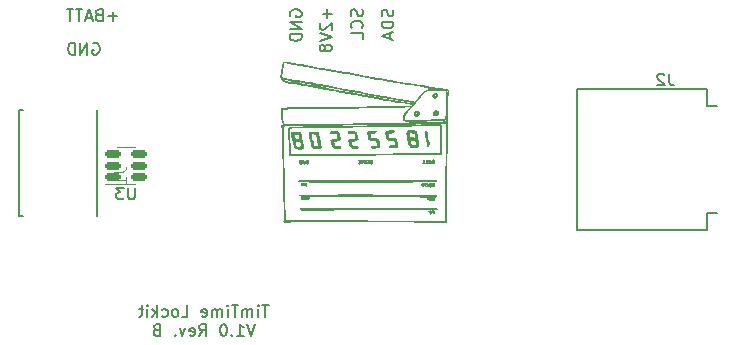
<source format=gbo>
G04 #@! TF.GenerationSoftware,KiCad,Pcbnew,(6.0.2-0)*
G04 #@! TF.CreationDate,2022-02-13T15:07:21-08:00*
G04 #@! TF.ProjectId,TimTime,54696d54-696d-4652-9e6b-696361645f70,rev?*
G04 #@! TF.SameCoordinates,Original*
G04 #@! TF.FileFunction,Legend,Bot*
G04 #@! TF.FilePolarity,Positive*
%FSLAX46Y46*%
G04 Gerber Fmt 4.6, Leading zero omitted, Abs format (unit mm)*
G04 Created by KiCad (PCBNEW (6.0.2-0)) date 2022-02-13 15:07:21*
%MOMM*%
%LPD*%
G01*
G04 APERTURE LIST*
G04 Aperture macros list*
%AMRoundRect*
0 Rectangle with rounded corners*
0 $1 Rounding radius*
0 $2 $3 $4 $5 $6 $7 $8 $9 X,Y pos of 4 corners*
0 Add a 4 corners polygon primitive as box body*
4,1,4,$2,$3,$4,$5,$6,$7,$8,$9,$2,$3,0*
0 Add four circle primitives for the rounded corners*
1,1,$1+$1,$2,$3*
1,1,$1+$1,$4,$5*
1,1,$1+$1,$6,$7*
1,1,$1+$1,$8,$9*
0 Add four rect primitives between the rounded corners*
20,1,$1+$1,$2,$3,$4,$5,0*
20,1,$1+$1,$4,$5,$6,$7,0*
20,1,$1+$1,$6,$7,$8,$9,0*
20,1,$1+$1,$8,$9,$2,$3,0*%
G04 Aperture macros list end*
%ADD10C,0.150000*%
%ADD11C,0.160000*%
%ADD12C,0.015000*%
%ADD13C,0.120000*%
%ADD14C,0.010000*%
%ADD15C,0.127000*%
%ADD16C,0.200000*%
%ADD17RoundRect,0.150000X-0.512500X-0.150000X0.512500X-0.150000X0.512500X0.150000X-0.512500X0.150000X0*%
%ADD18C,1.200000*%
%ADD19O,2.616000X1.308000*%
%ADD20O,1.308000X2.616000*%
%ADD21C,0.650000*%
%ADD22O,2.216000X1.108000*%
%ADD23R,1.700000X1.700000*%
%ADD24O,1.700000X1.700000*%
%ADD25C,0.800000*%
%ADD26C,6.400000*%
G04 APERTURE END LIST*
D10*
X141984361Y-92511714D02*
X142031980Y-92654571D01*
X142031980Y-92892666D01*
X141984361Y-92987904D01*
X141936742Y-93035523D01*
X141841504Y-93083142D01*
X141746266Y-93083142D01*
X141651028Y-93035523D01*
X141603409Y-92987904D01*
X141555790Y-92892666D01*
X141508171Y-92702190D01*
X141460552Y-92606952D01*
X141412933Y-92559333D01*
X141317695Y-92511714D01*
X141222457Y-92511714D01*
X141127219Y-92559333D01*
X141079600Y-92606952D01*
X141031980Y-92702190D01*
X141031980Y-92940285D01*
X141079600Y-93083142D01*
X142031980Y-93511714D02*
X141031980Y-93511714D01*
X141031980Y-93749809D01*
X141079600Y-93892666D01*
X141174838Y-93987904D01*
X141270076Y-94035523D01*
X141460552Y-94083142D01*
X141603409Y-94083142D01*
X141793885Y-94035523D01*
X141889123Y-93987904D01*
X141984361Y-93892666D01*
X142031980Y-93749809D01*
X142031980Y-93511714D01*
X141746266Y-94464095D02*
X141746266Y-94940285D01*
X142031980Y-94368857D02*
X141031980Y-94702190D01*
X142031980Y-95035523D01*
X139393561Y-92484723D02*
X139441180Y-92627580D01*
X139441180Y-92865676D01*
X139393561Y-92960914D01*
X139345942Y-93008533D01*
X139250704Y-93056152D01*
X139155466Y-93056152D01*
X139060228Y-93008533D01*
X139012609Y-92960914D01*
X138964990Y-92865676D01*
X138917371Y-92675200D01*
X138869752Y-92579961D01*
X138822133Y-92532342D01*
X138726895Y-92484723D01*
X138631657Y-92484723D01*
X138536419Y-92532342D01*
X138488800Y-92579961D01*
X138441180Y-92675200D01*
X138441180Y-92913295D01*
X138488800Y-93056152D01*
X139345942Y-94056152D02*
X139393561Y-94008533D01*
X139441180Y-93865676D01*
X139441180Y-93770438D01*
X139393561Y-93627580D01*
X139298323Y-93532342D01*
X139203085Y-93484723D01*
X139012609Y-93437104D01*
X138869752Y-93437104D01*
X138679276Y-93484723D01*
X138584038Y-93532342D01*
X138488800Y-93627580D01*
X138441180Y-93770438D01*
X138441180Y-93865676D01*
X138488800Y-94008533D01*
X138536419Y-94056152D01*
X139441180Y-94960914D02*
X139441180Y-94484723D01*
X138441180Y-94484723D01*
X136418628Y-92472095D02*
X136418628Y-93234000D01*
X136799580Y-92853047D02*
X136037676Y-92853047D01*
X135894819Y-93662571D02*
X135847200Y-93710190D01*
X135799580Y-93805428D01*
X135799580Y-94043523D01*
X135847200Y-94138761D01*
X135894819Y-94186380D01*
X135990057Y-94234000D01*
X136085295Y-94234000D01*
X136228152Y-94186380D01*
X136799580Y-93614952D01*
X136799580Y-94234000D01*
X135799580Y-94519714D02*
X136799580Y-94853047D01*
X135799580Y-95186380D01*
X136228152Y-95662571D02*
X136180533Y-95567333D01*
X136132914Y-95519714D01*
X136037676Y-95472095D01*
X135990057Y-95472095D01*
X135894819Y-95519714D01*
X135847200Y-95567333D01*
X135799580Y-95662571D01*
X135799580Y-95853047D01*
X135847200Y-95948285D01*
X135894819Y-95995904D01*
X135990057Y-96043523D01*
X136037676Y-96043523D01*
X136132914Y-95995904D01*
X136180533Y-95948285D01*
X136228152Y-95853047D01*
X136228152Y-95662571D01*
X136275771Y-95567333D01*
X136323390Y-95519714D01*
X136418628Y-95472095D01*
X136609104Y-95472095D01*
X136704342Y-95519714D01*
X136751961Y-95567333D01*
X136799580Y-95662571D01*
X136799580Y-95853047D01*
X136751961Y-95948285D01*
X136704342Y-95995904D01*
X136609104Y-96043523D01*
X136418628Y-96043523D01*
X136323390Y-95995904D01*
X136275771Y-95948285D01*
X136228152Y-95853047D01*
X133307200Y-93065695D02*
X133259580Y-92970457D01*
X133259580Y-92827600D01*
X133307200Y-92684742D01*
X133402438Y-92589504D01*
X133497676Y-92541885D01*
X133688152Y-92494266D01*
X133831009Y-92494266D01*
X134021485Y-92541885D01*
X134116723Y-92589504D01*
X134211961Y-92684742D01*
X134259580Y-92827600D01*
X134259580Y-92922838D01*
X134211961Y-93065695D01*
X134164342Y-93113314D01*
X133831009Y-93113314D01*
X133831009Y-92922838D01*
X134259580Y-93541885D02*
X133259580Y-93541885D01*
X134259580Y-94113314D01*
X133259580Y-94113314D01*
X134259580Y-94589504D02*
X133259580Y-94589504D01*
X133259580Y-94827600D01*
X133307200Y-94970457D01*
X133402438Y-95065695D01*
X133497676Y-95113314D01*
X133688152Y-95160933D01*
X133831009Y-95160933D01*
X134021485Y-95113314D01*
X134116723Y-95065695D01*
X134211961Y-94970457D01*
X134259580Y-94827600D01*
X134259580Y-94589504D01*
X131484000Y-117519380D02*
X130912571Y-117519380D01*
X131198285Y-118519380D02*
X131198285Y-117519380D01*
X130579238Y-118519380D02*
X130579238Y-117852714D01*
X130579238Y-117519380D02*
X130626857Y-117567000D01*
X130579238Y-117614619D01*
X130531619Y-117567000D01*
X130579238Y-117519380D01*
X130579238Y-117614619D01*
X130103047Y-118519380D02*
X130103047Y-117852714D01*
X130103047Y-117947952D02*
X130055428Y-117900333D01*
X129960190Y-117852714D01*
X129817333Y-117852714D01*
X129722095Y-117900333D01*
X129674476Y-117995571D01*
X129674476Y-118519380D01*
X129674476Y-117995571D02*
X129626857Y-117900333D01*
X129531619Y-117852714D01*
X129388761Y-117852714D01*
X129293523Y-117900333D01*
X129245904Y-117995571D01*
X129245904Y-118519380D01*
X128912571Y-117519380D02*
X128341142Y-117519380D01*
X128626857Y-118519380D02*
X128626857Y-117519380D01*
X128007809Y-118519380D02*
X128007809Y-117852714D01*
X128007809Y-117519380D02*
X128055428Y-117567000D01*
X128007809Y-117614619D01*
X127960190Y-117567000D01*
X128007809Y-117519380D01*
X128007809Y-117614619D01*
X127531619Y-118519380D02*
X127531619Y-117852714D01*
X127531619Y-117947952D02*
X127484000Y-117900333D01*
X127388761Y-117852714D01*
X127245904Y-117852714D01*
X127150666Y-117900333D01*
X127103047Y-117995571D01*
X127103047Y-118519380D01*
X127103047Y-117995571D02*
X127055428Y-117900333D01*
X126960190Y-117852714D01*
X126817333Y-117852714D01*
X126722095Y-117900333D01*
X126674476Y-117995571D01*
X126674476Y-118519380D01*
X125817333Y-118471761D02*
X125912571Y-118519380D01*
X126103047Y-118519380D01*
X126198285Y-118471761D01*
X126245904Y-118376523D01*
X126245904Y-117995571D01*
X126198285Y-117900333D01*
X126103047Y-117852714D01*
X125912571Y-117852714D01*
X125817333Y-117900333D01*
X125769714Y-117995571D01*
X125769714Y-118090809D01*
X126245904Y-118186047D01*
X124103047Y-118519380D02*
X124579238Y-118519380D01*
X124579238Y-117519380D01*
X123626857Y-118519380D02*
X123722095Y-118471761D01*
X123769714Y-118424142D01*
X123817333Y-118328904D01*
X123817333Y-118043190D01*
X123769714Y-117947952D01*
X123722095Y-117900333D01*
X123626857Y-117852714D01*
X123484000Y-117852714D01*
X123388761Y-117900333D01*
X123341142Y-117947952D01*
X123293523Y-118043190D01*
X123293523Y-118328904D01*
X123341142Y-118424142D01*
X123388761Y-118471761D01*
X123484000Y-118519380D01*
X123626857Y-118519380D01*
X122436380Y-118471761D02*
X122531619Y-118519380D01*
X122722095Y-118519380D01*
X122817333Y-118471761D01*
X122864952Y-118424142D01*
X122912571Y-118328904D01*
X122912571Y-118043190D01*
X122864952Y-117947952D01*
X122817333Y-117900333D01*
X122722095Y-117852714D01*
X122531619Y-117852714D01*
X122436380Y-117900333D01*
X122007809Y-118519380D02*
X122007809Y-117519380D01*
X121912571Y-118138428D02*
X121626857Y-118519380D01*
X121626857Y-117852714D02*
X122007809Y-118233666D01*
X121198285Y-118519380D02*
X121198285Y-117852714D01*
X121198285Y-117519380D02*
X121245904Y-117567000D01*
X121198285Y-117614619D01*
X121150666Y-117567000D01*
X121198285Y-117519380D01*
X121198285Y-117614619D01*
X120864952Y-117852714D02*
X120484000Y-117852714D01*
X120722095Y-117519380D02*
X120722095Y-118376523D01*
X120674476Y-118471761D01*
X120579238Y-118519380D01*
X120484000Y-118519380D01*
X130317333Y-119129380D02*
X129984000Y-120129380D01*
X129650666Y-119129380D01*
X128793523Y-120129380D02*
X129364952Y-120129380D01*
X129079238Y-120129380D02*
X129079238Y-119129380D01*
X129174476Y-119272238D01*
X129269714Y-119367476D01*
X129364952Y-119415095D01*
X128364952Y-120034142D02*
X128317333Y-120081761D01*
X128364952Y-120129380D01*
X128412571Y-120081761D01*
X128364952Y-120034142D01*
X128364952Y-120129380D01*
X127698285Y-119129380D02*
X127603047Y-119129380D01*
X127507809Y-119177000D01*
X127460190Y-119224619D01*
X127412571Y-119319857D01*
X127364952Y-119510333D01*
X127364952Y-119748428D01*
X127412571Y-119938904D01*
X127460190Y-120034142D01*
X127507809Y-120081761D01*
X127603047Y-120129380D01*
X127698285Y-120129380D01*
X127793523Y-120081761D01*
X127841142Y-120034142D01*
X127888761Y-119938904D01*
X127936380Y-119748428D01*
X127936380Y-119510333D01*
X127888761Y-119319857D01*
X127841142Y-119224619D01*
X127793523Y-119177000D01*
X127698285Y-119129380D01*
X125603047Y-120129380D02*
X125936380Y-119653190D01*
X126174476Y-120129380D02*
X126174476Y-119129380D01*
X125793523Y-119129380D01*
X125698285Y-119177000D01*
X125650666Y-119224619D01*
X125603047Y-119319857D01*
X125603047Y-119462714D01*
X125650666Y-119557952D01*
X125698285Y-119605571D01*
X125793523Y-119653190D01*
X126174476Y-119653190D01*
X124793523Y-120081761D02*
X124888761Y-120129380D01*
X125079238Y-120129380D01*
X125174476Y-120081761D01*
X125222095Y-119986523D01*
X125222095Y-119605571D01*
X125174476Y-119510333D01*
X125079238Y-119462714D01*
X124888761Y-119462714D01*
X124793523Y-119510333D01*
X124745904Y-119605571D01*
X124745904Y-119700809D01*
X125222095Y-119796047D01*
X124412571Y-119462714D02*
X124174476Y-120129380D01*
X123936380Y-119462714D01*
X123555428Y-120034142D02*
X123507809Y-120081761D01*
X123555428Y-120129380D01*
X123603047Y-120081761D01*
X123555428Y-120034142D01*
X123555428Y-120129380D01*
X121984000Y-119605571D02*
X121841142Y-119653190D01*
X121793523Y-119700809D01*
X121745904Y-119796047D01*
X121745904Y-119938904D01*
X121793523Y-120034142D01*
X121841142Y-120081761D01*
X121936380Y-120129380D01*
X122317333Y-120129380D01*
X122317333Y-119129380D01*
X121984000Y-119129380D01*
X121888761Y-119177000D01*
X121841142Y-119224619D01*
X121793523Y-119319857D01*
X121793523Y-119415095D01*
X121841142Y-119510333D01*
X121888761Y-119557952D01*
X121984000Y-119605571D01*
X122317333Y-119605571D01*
X116585904Y-95359600D02*
X116681142Y-95311980D01*
X116824000Y-95311980D01*
X116966857Y-95359600D01*
X117062095Y-95454838D01*
X117109714Y-95550076D01*
X117157333Y-95740552D01*
X117157333Y-95883409D01*
X117109714Y-96073885D01*
X117062095Y-96169123D01*
X116966857Y-96264361D01*
X116824000Y-96311980D01*
X116728761Y-96311980D01*
X116585904Y-96264361D01*
X116538285Y-96216742D01*
X116538285Y-95883409D01*
X116728761Y-95883409D01*
X116109714Y-96311980D02*
X116109714Y-95311980D01*
X115538285Y-96311980D01*
X115538285Y-95311980D01*
X115062095Y-96311980D02*
X115062095Y-95311980D01*
X114824000Y-95311980D01*
X114681142Y-95359600D01*
X114585904Y-95454838D01*
X114538285Y-95550076D01*
X114490666Y-95740552D01*
X114490666Y-95883409D01*
X114538285Y-96073885D01*
X114585904Y-96169123D01*
X114681142Y-96264361D01*
X114824000Y-96311980D01*
X115062095Y-96311980D01*
X118657428Y-93086228D02*
X117895523Y-93086228D01*
X118276476Y-93467180D02*
X118276476Y-92705276D01*
X117086000Y-92943371D02*
X116943142Y-92990990D01*
X116895523Y-93038609D01*
X116847904Y-93133847D01*
X116847904Y-93276704D01*
X116895523Y-93371942D01*
X116943142Y-93419561D01*
X117038380Y-93467180D01*
X117419333Y-93467180D01*
X117419333Y-92467180D01*
X117086000Y-92467180D01*
X116990761Y-92514800D01*
X116943142Y-92562419D01*
X116895523Y-92657657D01*
X116895523Y-92752895D01*
X116943142Y-92848133D01*
X116990761Y-92895752D01*
X117086000Y-92943371D01*
X117419333Y-92943371D01*
X116466952Y-93181466D02*
X115990761Y-93181466D01*
X116562190Y-93467180D02*
X116228857Y-92467180D01*
X115895523Y-93467180D01*
X115705047Y-92467180D02*
X115133619Y-92467180D01*
X115419333Y-93467180D02*
X115419333Y-92467180D01*
X114943142Y-92467180D02*
X114371714Y-92467180D01*
X114657428Y-93467180D02*
X114657428Y-92467180D01*
G04 #@! TO.C,U3*
X120161804Y-107567180D02*
X120161804Y-108376704D01*
X120114185Y-108471942D01*
X120066566Y-108519561D01*
X119971328Y-108567180D01*
X119780852Y-108567180D01*
X119685614Y-108519561D01*
X119637995Y-108471942D01*
X119590376Y-108376704D01*
X119590376Y-107567180D01*
X119209423Y-107567180D02*
X118590376Y-107567180D01*
X118923709Y-107948133D01*
X118780852Y-107948133D01*
X118685614Y-107995752D01*
X118637995Y-108043371D01*
X118590376Y-108138609D01*
X118590376Y-108376704D01*
X118637995Y-108471942D01*
X118685614Y-108519561D01*
X118780852Y-108567180D01*
X119066566Y-108567180D01*
X119161804Y-108519561D01*
X119209423Y-108471942D01*
D11*
G04 #@! TO.C,J2*
X165382533Y-97924380D02*
X165382533Y-98638666D01*
X165430152Y-98781523D01*
X165525390Y-98876761D01*
X165668247Y-98924380D01*
X165763485Y-98924380D01*
X164953961Y-98019619D02*
X164906342Y-97972000D01*
X164811104Y-97924380D01*
X164573009Y-97924380D01*
X164477771Y-97972000D01*
X164430152Y-98019619D01*
X164382533Y-98114857D01*
X164382533Y-98210095D01*
X164430152Y-98352952D01*
X165001580Y-98924380D01*
X164382533Y-98924380D01*
D12*
G04 #@! TO.C,J1*
X118354713Y-106247041D02*
X119069106Y-106247041D01*
X119211985Y-106199415D01*
X119307237Y-106104163D01*
X119354863Y-105961284D01*
X119354863Y-105866032D01*
X119354863Y-107247191D02*
X119354863Y-106675677D01*
X119354863Y-106961434D02*
X118354713Y-106961434D01*
X118497592Y-106866182D01*
X118592844Y-106770929D01*
X118640470Y-106675677D01*
D13*
G04 #@! TO.C,U3*
X119399900Y-104154800D02*
X118599900Y-104154800D01*
X119399900Y-107274800D02*
X120199900Y-107274800D01*
X119399900Y-104154800D02*
X120199900Y-104154800D01*
X119399900Y-107274800D02*
X117599900Y-107274800D01*
D14*
G04 #@! TO.C,G\u002A\u002A\u002A*
X132752020Y-96922032D02*
X132695987Y-96950830D01*
X132695987Y-96950830D02*
X132670088Y-96985667D01*
X132670088Y-96985667D02*
X132641677Y-97071792D01*
X132641677Y-97071792D02*
X132607502Y-97220125D01*
X132607502Y-97220125D02*
X132571145Y-97408726D01*
X132571145Y-97408726D02*
X132536187Y-97615653D01*
X132536187Y-97615653D02*
X132506209Y-97818966D01*
X132506209Y-97818966D02*
X132484791Y-97996722D01*
X132484791Y-97996722D02*
X132475515Y-98126982D01*
X132475515Y-98126982D02*
X132476817Y-98169862D01*
X132476817Y-98169862D02*
X132527026Y-98299874D01*
X132527026Y-98299874D02*
X132632533Y-98433568D01*
X132632533Y-98433568D02*
X132768780Y-98546488D01*
X132768780Y-98546488D02*
X132911213Y-98614176D01*
X132911213Y-98614176D02*
X132926667Y-98617910D01*
X132926667Y-98617910D02*
X133043111Y-98644468D01*
X133043111Y-98644468D02*
X133177417Y-98677223D01*
X133177417Y-98677223D02*
X133180667Y-98678045D01*
X133180667Y-98678045D02*
X133298089Y-98700647D01*
X133298089Y-98700647D02*
X133464274Y-98724010D01*
X133464274Y-98724010D02*
X133643513Y-98743122D01*
X133643513Y-98743122D02*
X133645782Y-98743321D01*
X133645782Y-98743321D02*
X133801622Y-98758653D01*
X133801622Y-98758653D02*
X133922401Y-98773688D01*
X133922401Y-98773688D02*
X133985222Y-98785513D01*
X133985222Y-98785513D02*
X133988304Y-98786875D01*
X133988304Y-98786875D02*
X134037401Y-98798739D01*
X134037401Y-98798739D02*
X134154096Y-98820214D01*
X134154096Y-98820214D02*
X134322233Y-98848509D01*
X134322233Y-98848509D02*
X134525655Y-98880830D01*
X134525655Y-98880830D02*
X134581522Y-98889425D01*
X134581522Y-98889425D02*
X134959036Y-98950414D01*
X134959036Y-98950414D02*
X135394436Y-99026307D01*
X135394436Y-99026307D02*
X135863210Y-99112548D01*
X135863210Y-99112548D02*
X136340846Y-99204580D01*
X136340846Y-99204580D02*
X136802829Y-99297848D01*
X136802829Y-99297848D02*
X136990667Y-99337220D01*
X136990667Y-99337220D02*
X137238646Y-99387187D01*
X137238646Y-99387187D02*
X137529919Y-99441792D01*
X137529919Y-99441792D02*
X137823975Y-99493618D01*
X137823975Y-99493618D02*
X138027834Y-99527125D01*
X138027834Y-99527125D02*
X138285484Y-99569516D01*
X138285484Y-99569516D02*
X138589568Y-99622429D01*
X138589568Y-99622429D02*
X138903581Y-99679365D01*
X138903581Y-99679365D02*
X139191019Y-99733825D01*
X139191019Y-99733825D02*
X139213167Y-99738154D01*
X139213167Y-99738154D02*
X139477583Y-99788813D01*
X139477583Y-99788813D02*
X139753310Y-99839663D01*
X139753310Y-99839663D02*
X140010959Y-99885404D01*
X140010959Y-99885404D02*
X140221143Y-99920734D01*
X140221143Y-99920734D02*
X140256250Y-99926295D01*
X140256250Y-99926295D02*
X140468685Y-99962290D01*
X140468685Y-99962290D02*
X140682549Y-100003248D01*
X140682549Y-100003248D02*
X140861875Y-100042135D01*
X140861875Y-100042135D02*
X140912416Y-100054627D01*
X140912416Y-100054627D02*
X141059415Y-100087360D01*
X141059415Y-100087360D02*
X141260596Y-100124732D01*
X141260596Y-100124732D02*
X141486055Y-100161455D01*
X141486055Y-100161455D02*
X141647334Y-100184618D01*
X141647334Y-100184618D02*
X141948420Y-100227735D01*
X141948420Y-100227735D02*
X142320718Y-100285604D01*
X142320718Y-100285604D02*
X142752429Y-100356310D01*
X142752429Y-100356310D02*
X143231755Y-100437940D01*
X143231755Y-100437940D02*
X143520584Y-100488418D01*
X143520584Y-100488418D02*
X143605006Y-100515384D01*
X143605006Y-100515384D02*
X143637000Y-100547519D01*
X143637000Y-100547519D02*
X143599406Y-100598056D01*
X143599406Y-100598056D02*
X143485303Y-100634582D01*
X143485303Y-100634582D02*
X143292710Y-100657381D01*
X143292710Y-100657381D02*
X143019646Y-100666738D01*
X143019646Y-100666738D02*
X142811614Y-100665951D01*
X142811614Y-100665951D02*
X142598650Y-100664617D01*
X142598650Y-100664617D02*
X142321337Y-100665513D01*
X142321337Y-100665513D02*
X141999956Y-100668423D01*
X141999956Y-100668423D02*
X141654791Y-100673135D01*
X141654791Y-100673135D02*
X141306124Y-100679433D01*
X141306124Y-100679433D02*
X141097000Y-100684044D01*
X141097000Y-100684044D02*
X140779005Y-100691159D01*
X140779005Y-100691159D02*
X140396130Y-100698997D01*
X140396130Y-100698997D02*
X139968153Y-100707197D01*
X139968153Y-100707197D02*
X139514855Y-100715398D01*
X139514855Y-100715398D02*
X139056015Y-100723237D01*
X139056015Y-100723237D02*
X138611412Y-100730353D01*
X138611412Y-100730353D02*
X138345334Y-100734334D01*
X138345334Y-100734334D02*
X137976958Y-100740055D01*
X137976958Y-100740055D02*
X137631121Y-100746158D01*
X137631121Y-100746158D02*
X137317927Y-100752411D01*
X137317927Y-100752411D02*
X137047484Y-100758580D01*
X137047484Y-100758580D02*
X136829897Y-100764432D01*
X136829897Y-100764432D02*
X136675273Y-100769734D01*
X136675273Y-100769734D02*
X136593718Y-100774254D01*
X136593718Y-100774254D02*
X136588500Y-100774838D01*
X136588500Y-100774838D02*
X136518531Y-100778467D01*
X136518531Y-100778467D02*
X136374004Y-100781515D01*
X136374004Y-100781515D02*
X136165026Y-100783919D01*
X136165026Y-100783919D02*
X135901704Y-100785617D01*
X135901704Y-100785617D02*
X135594146Y-100786547D01*
X135594146Y-100786547D02*
X135252457Y-100786647D01*
X135252457Y-100786647D02*
X134886746Y-100785854D01*
X134886746Y-100785854D02*
X134831667Y-100785659D01*
X134831667Y-100785659D02*
X134341129Y-100784014D01*
X134341129Y-100784014D02*
X133928302Y-100783177D01*
X133928302Y-100783177D02*
X133586234Y-100783353D01*
X133586234Y-100783353D02*
X133307970Y-100784750D01*
X133307970Y-100784750D02*
X133086558Y-100787573D01*
X133086558Y-100787573D02*
X132915045Y-100792029D01*
X132915045Y-100792029D02*
X132786477Y-100798325D01*
X132786477Y-100798325D02*
X132693901Y-100806667D01*
X132693901Y-100806667D02*
X132630364Y-100817261D01*
X132630364Y-100817261D02*
X132588912Y-100830314D01*
X132588912Y-100830314D02*
X132562593Y-100846032D01*
X132562593Y-100846032D02*
X132554592Y-100853266D01*
X132554592Y-100853266D02*
X132530519Y-100923428D01*
X132530519Y-100923428D02*
X132520683Y-101057578D01*
X132520683Y-101057578D02*
X132523303Y-101236565D01*
X132523303Y-101236565D02*
X132536597Y-101441240D01*
X132536597Y-101441240D02*
X132558785Y-101652453D01*
X132558785Y-101652453D02*
X132588083Y-101851053D01*
X132588083Y-101851053D02*
X132622712Y-102017890D01*
X132622712Y-102017890D02*
X132660890Y-102133816D01*
X132660890Y-102133816D02*
X132676231Y-102160917D01*
X132676231Y-102160917D02*
X132759869Y-102277333D01*
X132759869Y-102277333D02*
X132663351Y-102282346D01*
X132663351Y-102282346D02*
X132573596Y-102284345D01*
X132573596Y-102284345D02*
X132535084Y-102282346D01*
X132535084Y-102282346D02*
X132504497Y-102301201D01*
X132504497Y-102301201D02*
X132516249Y-102345848D01*
X132516249Y-102345848D02*
X132548075Y-102369858D01*
X132548075Y-102369858D02*
X132560784Y-102415822D01*
X132560784Y-102415822D02*
X132573191Y-102545269D01*
X132573191Y-102545269D02*
X132585304Y-102758398D01*
X132585304Y-102758398D02*
X132597130Y-103055407D01*
X132597130Y-103055407D02*
X132608678Y-103436494D01*
X132608678Y-103436494D02*
X132619955Y-103901856D01*
X132619955Y-103901856D02*
X132630701Y-104437136D01*
X132630701Y-104437136D02*
X132638960Y-104870884D01*
X132638960Y-104870884D02*
X132647587Y-105299067D01*
X132647587Y-105299067D02*
X132656316Y-105710100D01*
X132656316Y-105710100D02*
X132664881Y-106092397D01*
X132664881Y-106092397D02*
X132673017Y-106434374D01*
X132673017Y-106434374D02*
X132680457Y-106724445D01*
X132680457Y-106724445D02*
X132686936Y-106951026D01*
X132686936Y-106951026D02*
X132691378Y-107082167D01*
X132691378Y-107082167D02*
X132698264Y-107283810D01*
X132698264Y-107283810D02*
X132706139Y-107552227D01*
X132706139Y-107552227D02*
X132714548Y-107869535D01*
X132714548Y-107869535D02*
X132723039Y-108217854D01*
X132723039Y-108217854D02*
X132731157Y-108579302D01*
X132731157Y-108579302D02*
X132738450Y-108935997D01*
X132738450Y-108935997D02*
X132738620Y-108944833D01*
X132738620Y-108944833D02*
X132745469Y-109267355D01*
X132745469Y-109267355D02*
X132752999Y-109564654D01*
X132752999Y-109564654D02*
X132760834Y-109825566D01*
X132760834Y-109825566D02*
X132768594Y-110038925D01*
X132768594Y-110038925D02*
X132775899Y-110193565D01*
X132775899Y-110193565D02*
X132782372Y-110278320D01*
X132782372Y-110278320D02*
X132784222Y-110288917D01*
X132784222Y-110288917D02*
X132781796Y-110350277D01*
X132781796Y-110350277D02*
X132760187Y-110363000D01*
X132760187Y-110363000D02*
X132718206Y-110396365D01*
X132718206Y-110396365D02*
X132714986Y-110415917D01*
X132714986Y-110415917D02*
X132744041Y-110447267D01*
X132744041Y-110447267D02*
X132838248Y-110456386D01*
X132838248Y-110456386D02*
X132937236Y-110451359D01*
X132937236Y-110451359D02*
X133021662Y-110448109D01*
X133021662Y-110448109D02*
X133184632Y-110445138D01*
X133184632Y-110445138D02*
X133420028Y-110442445D01*
X133420028Y-110442445D02*
X133721726Y-110440030D01*
X133721726Y-110440030D02*
X134083608Y-110437894D01*
X134083608Y-110437894D02*
X134499551Y-110436035D01*
X134499551Y-110436035D02*
X134963435Y-110434455D01*
X134963435Y-110434455D02*
X135469140Y-110433152D01*
X135469140Y-110433152D02*
X136010543Y-110432126D01*
X136010543Y-110432126D02*
X136581525Y-110431378D01*
X136581525Y-110431378D02*
X137175964Y-110430907D01*
X137175964Y-110430907D02*
X137787739Y-110430713D01*
X137787739Y-110430713D02*
X138410731Y-110430795D01*
X138410731Y-110430795D02*
X139038817Y-110431155D01*
X139038817Y-110431155D02*
X139665876Y-110431790D01*
X139665876Y-110431790D02*
X140285789Y-110432702D01*
X140285789Y-110432702D02*
X140892434Y-110433890D01*
X140892434Y-110433890D02*
X141479690Y-110435354D01*
X141479690Y-110435354D02*
X142041437Y-110437094D01*
X142041437Y-110437094D02*
X142571553Y-110439109D01*
X142571553Y-110439109D02*
X143063918Y-110441400D01*
X143063918Y-110441400D02*
X143512410Y-110443966D01*
X143512410Y-110443966D02*
X143910909Y-110446807D01*
X143910909Y-110446807D02*
X144253294Y-110449923D01*
X144253294Y-110449923D02*
X144409584Y-110451682D01*
X144409584Y-110451682D02*
X146473334Y-110476863D01*
X146473334Y-110476863D02*
X146475596Y-109668515D01*
X146475596Y-109668515D02*
X146476804Y-109407695D01*
X146476804Y-109407695D02*
X146479063Y-109082728D01*
X146479063Y-109082728D02*
X146482185Y-108714124D01*
X146482185Y-108714124D02*
X146485985Y-108322394D01*
X146485985Y-108322394D02*
X146490274Y-107928048D01*
X146490274Y-107928048D02*
X146494866Y-107551597D01*
X146494866Y-107551597D02*
X146494915Y-107547833D01*
X146494915Y-107547833D02*
X146499151Y-107219032D01*
X146499151Y-107219032D02*
X146504198Y-106822399D01*
X146504198Y-106822399D02*
X146509847Y-106374760D01*
X146509847Y-106374760D02*
X146515885Y-105892943D01*
X146515885Y-105892943D02*
X146522104Y-105393776D01*
X146522104Y-105393776D02*
X146528291Y-104894086D01*
X146528291Y-104894086D02*
X146534238Y-104410701D01*
X146534238Y-104410701D02*
X146536974Y-104186953D01*
X146536974Y-104186953D02*
X146542132Y-103777579D01*
X146542132Y-103777579D02*
X146547281Y-103393562D01*
X146547281Y-103393562D02*
X146552287Y-103043300D01*
X146552287Y-103043300D02*
X146557016Y-102735190D01*
X146557016Y-102735190D02*
X146561332Y-102477628D01*
X146561332Y-102477628D02*
X146565101Y-102279014D01*
X146565101Y-102279014D02*
X146568189Y-102147743D01*
X146568189Y-102147743D02*
X146570361Y-102094634D01*
X146570361Y-102094634D02*
X146484205Y-102094634D01*
X146484205Y-102094634D02*
X146455121Y-104990567D01*
X146455121Y-104990567D02*
X146450123Y-105499469D01*
X146450123Y-105499469D02*
X146445425Y-105999678D01*
X146445425Y-105999678D02*
X146441100Y-106482113D01*
X146441100Y-106482113D02*
X146437218Y-106937692D01*
X146437218Y-106937692D02*
X146433853Y-107357333D01*
X146433853Y-107357333D02*
X146431075Y-107731954D01*
X146431075Y-107731954D02*
X146428958Y-108052474D01*
X146428958Y-108052474D02*
X146427572Y-108309812D01*
X146427572Y-108309812D02*
X146426990Y-108494885D01*
X146426990Y-108494885D02*
X146426991Y-108542667D01*
X146426991Y-108542667D02*
X146425410Y-108839300D01*
X146425410Y-108839300D02*
X146420401Y-109171865D01*
X146420401Y-109171865D02*
X146412728Y-109501162D01*
X146412728Y-109501162D02*
X146403155Y-109787990D01*
X146403155Y-109787990D02*
X146402368Y-109807022D01*
X146402368Y-109807022D02*
X146376791Y-110415210D01*
X146376791Y-110415210D02*
X143768646Y-110383474D01*
X143768646Y-110383474D02*
X143325474Y-110378706D01*
X143325474Y-110378706D02*
X142809289Y-110374234D01*
X142809289Y-110374234D02*
X142231740Y-110370108D01*
X142231740Y-110370108D02*
X141604482Y-110366376D01*
X141604482Y-110366376D02*
X140939165Y-110363088D01*
X140939165Y-110363088D02*
X140247441Y-110360291D01*
X140247441Y-110360291D02*
X139540962Y-110358035D01*
X139540962Y-110358035D02*
X138831381Y-110356369D01*
X138831381Y-110356369D02*
X138130349Y-110355340D01*
X138130349Y-110355340D02*
X137449518Y-110354998D01*
X137449518Y-110354998D02*
X137001250Y-110355184D01*
X137001250Y-110355184D02*
X132842000Y-110358630D01*
X132842000Y-110358630D02*
X132839126Y-110075065D01*
X132839126Y-110075065D02*
X132835550Y-109896910D01*
X132835550Y-109896910D02*
X132829223Y-109725456D01*
X132829223Y-109725456D02*
X132823201Y-109622167D01*
X132823201Y-109622167D02*
X132817911Y-109519916D01*
X132817911Y-109519916D02*
X132811297Y-109333464D01*
X132811297Y-109333464D02*
X132803369Y-109063266D01*
X132803369Y-109063266D02*
X132794139Y-108709778D01*
X132794139Y-108709778D02*
X132783619Y-108273453D01*
X132783619Y-108273453D02*
X132771818Y-107754747D01*
X132771818Y-107754747D02*
X132758749Y-107154116D01*
X132758749Y-107154116D02*
X132744422Y-106472014D01*
X132744422Y-106472014D02*
X132735658Y-106045000D01*
X132735658Y-106045000D02*
X132728247Y-105688953D01*
X132728247Y-105688953D02*
X132720293Y-105320341D01*
X132720293Y-105320341D02*
X132712251Y-104959400D01*
X132712251Y-104959400D02*
X132704580Y-104626371D01*
X132704580Y-104626371D02*
X132697735Y-104341491D01*
X132697735Y-104341491D02*
X132693143Y-104161167D01*
X132693143Y-104161167D02*
X132685820Y-103868017D01*
X132685820Y-103868017D02*
X132678492Y-103545777D01*
X132678492Y-103545777D02*
X132671929Y-103230094D01*
X132671929Y-103230094D02*
X132666901Y-102956615D01*
X132666901Y-102956615D02*
X132666182Y-102912333D01*
X132666182Y-102912333D02*
X132657160Y-102340833D01*
X132657160Y-102340833D02*
X132908330Y-102315213D01*
X132908330Y-102315213D02*
X133005946Y-102309390D01*
X133005946Y-102309390D02*
X133177476Y-102303686D01*
X133177476Y-102303686D02*
X133412166Y-102298277D01*
X133412166Y-102298277D02*
X133699265Y-102293342D01*
X133699265Y-102293342D02*
X134028018Y-102289060D01*
X134028018Y-102289060D02*
X134387674Y-102285608D01*
X134387674Y-102285608D02*
X134767479Y-102283166D01*
X134767479Y-102283166D02*
X134868668Y-102282716D01*
X134868668Y-102282716D02*
X135241139Y-102280789D01*
X135241139Y-102280789D02*
X135587046Y-102278176D01*
X135587046Y-102278176D02*
X135897266Y-102275006D01*
X135897266Y-102275006D02*
X136162676Y-102271411D01*
X136162676Y-102271411D02*
X136374153Y-102267519D01*
X136374153Y-102267519D02*
X136522573Y-102263463D01*
X136522573Y-102263463D02*
X136598815Y-102259371D01*
X136598815Y-102259371D02*
X136606896Y-102257879D01*
X136606896Y-102257879D02*
X136653267Y-102254255D01*
X136653267Y-102254255D02*
X136777498Y-102249848D01*
X136777498Y-102249848D02*
X136972784Y-102244764D01*
X136972784Y-102244764D02*
X137232321Y-102239111D01*
X137232321Y-102239111D02*
X137549308Y-102232993D01*
X137549308Y-102232993D02*
X137916940Y-102226518D01*
X137916940Y-102226518D02*
X138328414Y-102219790D01*
X138328414Y-102219790D02*
X138776926Y-102212917D01*
X138776926Y-102212917D02*
X139255674Y-102206004D01*
X139255674Y-102206004D02*
X139757855Y-102199158D01*
X139757855Y-102199158D02*
X140276664Y-102192484D01*
X140276664Y-102192484D02*
X140805298Y-102186089D01*
X140805298Y-102186089D02*
X141336955Y-102180078D01*
X141336955Y-102180078D02*
X141864830Y-102174559D01*
X141864830Y-102174559D02*
X142091834Y-102172335D01*
X142091834Y-102172335D02*
X142305316Y-102169848D01*
X142305316Y-102169848D02*
X142589219Y-102165868D01*
X142589219Y-102165868D02*
X142929313Y-102160631D01*
X142929313Y-102160631D02*
X143311370Y-102154371D01*
X143311370Y-102154371D02*
X143721161Y-102147322D01*
X143721161Y-102147322D02*
X144144458Y-102139720D01*
X144144458Y-102139720D02*
X144567031Y-102131799D01*
X144567031Y-102131799D02*
X144669019Y-102129833D01*
X144669019Y-102129833D02*
X146484205Y-102094634D01*
X146484205Y-102094634D02*
X146570361Y-102094634D01*
X146570361Y-102094634D02*
X146570460Y-102092214D01*
X146570460Y-102092214D02*
X146570572Y-102091453D01*
X146570572Y-102091453D02*
X146546590Y-102056983D01*
X146546590Y-102056983D02*
X146519085Y-102057472D01*
X146519085Y-102057472D02*
X146481101Y-102056937D01*
X146481101Y-102056937D02*
X146505228Y-102014896D01*
X146505228Y-102014896D02*
X146513839Y-102004369D01*
X146513839Y-102004369D02*
X146535728Y-101938861D01*
X146535728Y-101938861D02*
X146556800Y-101807975D01*
X146556800Y-101807975D02*
X146574231Y-101646182D01*
X146574231Y-101646182D02*
X146515667Y-101646182D01*
X146515667Y-101646182D02*
X146515667Y-101789926D01*
X146515667Y-101789926D02*
X146505245Y-101893993D01*
X146505245Y-101893993D02*
X146479840Y-101955354D01*
X146479840Y-101955354D02*
X146476726Y-101957737D01*
X146476726Y-101957737D02*
X146424839Y-101964808D01*
X146424839Y-101964808D02*
X146293443Y-101973067D01*
X146293443Y-101973067D02*
X146087686Y-101982393D01*
X146087686Y-101982393D02*
X145812716Y-101992668D01*
X145812716Y-101992668D02*
X145473682Y-102003771D01*
X145473682Y-102003771D02*
X145075730Y-102015583D01*
X145075730Y-102015583D02*
X144624009Y-102027984D01*
X144624009Y-102027984D02*
X144123667Y-102040855D01*
X144123667Y-102040855D02*
X143579852Y-102054076D01*
X143579852Y-102054076D02*
X142997712Y-102067527D01*
X142997712Y-102067527D02*
X142382394Y-102081090D01*
X142382394Y-102081090D02*
X141739047Y-102094643D01*
X141739047Y-102094643D02*
X141072818Y-102108069D01*
X141072818Y-102108069D02*
X140388855Y-102121247D01*
X140388855Y-102121247D02*
X139692306Y-102134057D01*
X139692306Y-102134057D02*
X138988320Y-102146381D01*
X138988320Y-102146381D02*
X138282044Y-102158097D01*
X138282044Y-102158097D02*
X137578626Y-102169088D01*
X137578626Y-102169088D02*
X137033000Y-102177112D01*
X137033000Y-102177112D02*
X136647044Y-102182738D01*
X136647044Y-102182738D02*
X136288230Y-102188187D01*
X136288230Y-102188187D02*
X135965195Y-102193313D01*
X135965195Y-102193313D02*
X135686575Y-102197967D01*
X135686575Y-102197967D02*
X135461003Y-102202004D01*
X135461003Y-102202004D02*
X135297117Y-102205276D01*
X135297117Y-102205276D02*
X135203552Y-102207636D01*
X135203552Y-102207636D02*
X135184515Y-102208622D01*
X135184515Y-102208622D02*
X135142112Y-102209249D01*
X135142112Y-102209249D02*
X135025692Y-102208463D01*
X135025692Y-102208463D02*
X134845889Y-102206403D01*
X134845889Y-102206403D02*
X134613339Y-102203207D01*
X134613339Y-102203207D02*
X134338675Y-102199013D01*
X134338675Y-102199013D02*
X134032534Y-102193960D01*
X134032534Y-102193960D02*
X133957372Y-102192667D01*
X133957372Y-102192667D02*
X132737214Y-102171500D01*
X132737214Y-102171500D02*
X132688739Y-102065667D01*
X132688739Y-102065667D02*
X132666803Y-101981355D01*
X132666803Y-101981355D02*
X132644734Y-101834509D01*
X132644734Y-101834509D02*
X132625362Y-101647212D01*
X132625362Y-101647212D02*
X132613449Y-101478435D01*
X132613449Y-101478435D02*
X132601000Y-101283756D01*
X132601000Y-101283756D02*
X132587548Y-101120466D01*
X132587548Y-101120466D02*
X132574807Y-101006974D01*
X132574807Y-101006974D02*
X132565460Y-100962777D01*
X132565460Y-100962777D02*
X132575101Y-100913832D01*
X132575101Y-100913832D02*
X132593877Y-100897868D01*
X132593877Y-100897868D02*
X132645374Y-100891284D01*
X132645374Y-100891284D02*
X132772697Y-100884801D01*
X132772697Y-100884801D02*
X132967007Y-100878599D01*
X132967007Y-100878599D02*
X133219464Y-100872859D01*
X133219464Y-100872859D02*
X133521228Y-100867763D01*
X133521228Y-100867763D02*
X133863458Y-100863491D01*
X133863458Y-100863491D02*
X134237315Y-100860224D01*
X134237315Y-100860224D02*
X134510151Y-100858646D01*
X134510151Y-100858646D02*
X134957109Y-100855968D01*
X134957109Y-100855968D02*
X135426190Y-100852031D01*
X135426190Y-100852031D02*
X135900060Y-100847057D01*
X135900060Y-100847057D02*
X136361386Y-100841266D01*
X136361386Y-100841266D02*
X136792834Y-100834878D01*
X136792834Y-100834878D02*
X137177071Y-100828113D01*
X137177071Y-100828113D02*
X137496763Y-100821194D01*
X137496763Y-100821194D02*
X137541000Y-100820081D01*
X137541000Y-100820081D02*
X137913540Y-100811190D01*
X137913540Y-100811190D02*
X138343453Y-100802102D01*
X138343453Y-100802102D02*
X138803447Y-100793319D01*
X138803447Y-100793319D02*
X139266232Y-100785343D01*
X139266232Y-100785343D02*
X139704518Y-100778676D01*
X139704518Y-100778676D02*
X139996334Y-100774889D01*
X139996334Y-100774889D02*
X140393494Y-100769572D01*
X140393494Y-100769572D02*
X140830274Y-100762625D01*
X140830274Y-100762625D02*
X141280665Y-100754535D01*
X141280665Y-100754535D02*
X141718657Y-100745789D01*
X141718657Y-100745789D02*
X142118243Y-100736875D01*
X142118243Y-100736875D02*
X142386056Y-100730131D01*
X142386056Y-100730131D02*
X143484612Y-100700571D01*
X143484612Y-100700571D02*
X143206930Y-101012702D01*
X143206930Y-101012702D02*
X143049602Y-101193657D01*
X143049602Y-101193657D02*
X142942641Y-101329427D01*
X142942641Y-101329427D02*
X142876933Y-101435079D01*
X142876933Y-101435079D02*
X142843366Y-101525680D01*
X142843366Y-101525680D02*
X142832826Y-101616298D01*
X142832826Y-101616298D02*
X142832667Y-101631459D01*
X142832667Y-101631459D02*
X142840898Y-101731302D01*
X142840898Y-101731302D02*
X142871299Y-101809406D01*
X142871299Y-101809406D02*
X142932433Y-101867785D01*
X142932433Y-101867785D02*
X143032863Y-101908455D01*
X143032863Y-101908455D02*
X143181151Y-101933431D01*
X143181151Y-101933431D02*
X143385861Y-101944728D01*
X143385861Y-101944728D02*
X143655555Y-101944363D01*
X143655555Y-101944363D02*
X143998796Y-101934349D01*
X143998796Y-101934349D02*
X144102667Y-101930353D01*
X144102667Y-101930353D02*
X144631356Y-101909469D01*
X144631356Y-101909469D02*
X145078152Y-101892161D01*
X145078152Y-101892161D02*
X145445753Y-101878330D01*
X145445753Y-101878330D02*
X145736852Y-101867878D01*
X145736852Y-101867878D02*
X145954145Y-101860706D01*
X145954145Y-101860706D02*
X146100328Y-101856716D01*
X146100328Y-101856716D02*
X146147175Y-101855889D01*
X146147175Y-101855889D02*
X146309787Y-101823114D01*
X146309787Y-101823114D02*
X146411758Y-101750091D01*
X146411758Y-101750091D02*
X146515667Y-101646182D01*
X146515667Y-101646182D02*
X146574231Y-101646182D01*
X146574231Y-101646182D02*
X146575867Y-101630999D01*
X146575867Y-101630999D02*
X146583229Y-101536500D01*
X146583229Y-101536500D02*
X146558000Y-101536500D01*
X146558000Y-101536500D02*
X146536834Y-101557667D01*
X146536834Y-101557667D02*
X146515667Y-101536500D01*
X146515667Y-101536500D02*
X146536834Y-101515333D01*
X146536834Y-101515333D02*
X146558000Y-101536500D01*
X146558000Y-101536500D02*
X146583229Y-101536500D01*
X146583229Y-101536500D02*
X146591744Y-101427222D01*
X146591744Y-101427222D02*
X146603242Y-101215931D01*
X146603242Y-101215931D02*
X146609175Y-101016414D01*
X146609175Y-101016414D02*
X146608356Y-100847960D01*
X146608356Y-100847960D02*
X146599598Y-100729856D01*
X146599598Y-100729856D02*
X146593970Y-100702293D01*
X146593970Y-100702293D02*
X146572417Y-100571282D01*
X146572417Y-100571282D02*
X146564983Y-100441045D01*
X146564983Y-100441045D02*
X146515710Y-100441045D01*
X146515710Y-100441045D02*
X146512379Y-100718978D01*
X146512379Y-100718978D02*
X146503811Y-100982654D01*
X146503811Y-100982654D02*
X146490052Y-101215616D01*
X146490052Y-101215616D02*
X146471145Y-101401406D01*
X146471145Y-101401406D02*
X146447135Y-101523566D01*
X146447135Y-101523566D02*
X146446548Y-101525419D01*
X146446548Y-101525419D02*
X146399575Y-101648582D01*
X146399575Y-101648582D02*
X146352467Y-101736287D01*
X146352467Y-101736287D02*
X146332514Y-101758069D01*
X146332514Y-101758069D02*
X146273359Y-101770514D01*
X146273359Y-101770514D02*
X146147205Y-101781596D01*
X146147205Y-101781596D02*
X145971718Y-101790208D01*
X145971718Y-101790208D02*
X145764566Y-101795247D01*
X145764566Y-101795247D02*
X145732500Y-101795619D01*
X145732500Y-101795619D02*
X145508863Y-101799685D01*
X145508863Y-101799685D02*
X145266898Y-101807153D01*
X145266898Y-101807153D02*
X145021767Y-101817197D01*
X145021767Y-101817197D02*
X144788633Y-101828987D01*
X144788633Y-101828987D02*
X144582657Y-101841695D01*
X144582657Y-101841695D02*
X144418999Y-101854492D01*
X144418999Y-101854492D02*
X144312822Y-101866550D01*
X144312822Y-101866550D02*
X144279541Y-101875020D01*
X144279541Y-101875020D02*
X144228774Y-101883765D01*
X144228774Y-101883765D02*
X144111746Y-101887859D01*
X144111746Y-101887859D02*
X143946697Y-101887888D01*
X143946697Y-101887888D02*
X143751869Y-101884443D01*
X143751869Y-101884443D02*
X143545506Y-101878110D01*
X143545506Y-101878110D02*
X143345848Y-101869480D01*
X143345848Y-101869480D02*
X143171138Y-101859140D01*
X143171138Y-101859140D02*
X143039618Y-101847679D01*
X143039618Y-101847679D02*
X142969529Y-101835685D01*
X142969529Y-101835685D02*
X142963630Y-101832562D01*
X142963630Y-101832562D02*
X142932655Y-101764623D01*
X142932655Y-101764623D02*
X142912431Y-101653905D01*
X142912431Y-101653905D02*
X142911114Y-101637595D01*
X142911114Y-101637595D02*
X142914150Y-101557913D01*
X142914150Y-101557913D02*
X142938871Y-101474060D01*
X142938871Y-101474060D02*
X142992316Y-101375595D01*
X142992316Y-101375595D02*
X143081523Y-101252078D01*
X143081523Y-101252078D02*
X143213530Y-101093068D01*
X143213530Y-101093068D02*
X143395376Y-100888126D01*
X143395376Y-100888126D02*
X143476928Y-100798315D01*
X143476928Y-100798315D02*
X143597815Y-100662513D01*
X143597815Y-100662513D02*
X143693577Y-100548810D01*
X143693577Y-100548810D02*
X143751937Y-100472146D01*
X143751937Y-100472146D02*
X143764000Y-100449065D01*
X143764000Y-100449065D02*
X143779458Y-100435915D01*
X143779458Y-100435915D02*
X143722139Y-100435915D01*
X143722139Y-100435915D02*
X143713909Y-100448840D01*
X143713909Y-100448840D02*
X143682510Y-100451183D01*
X143682510Y-100451183D02*
X143613475Y-100441733D01*
X143613475Y-100441733D02*
X143492338Y-100419278D01*
X143492338Y-100419278D02*
X143304632Y-100382607D01*
X143304632Y-100382607D02*
X143269696Y-100375778D01*
X143269696Y-100375778D02*
X143046531Y-100335005D01*
X143046531Y-100335005D02*
X142779095Y-100290353D01*
X142779095Y-100290353D02*
X142507148Y-100248300D01*
X142507148Y-100248300D02*
X142345834Y-100225294D01*
X142345834Y-100225294D02*
X142205141Y-100205562D01*
X142205141Y-100205562D02*
X142057043Y-100183511D01*
X142057043Y-100183511D02*
X141893022Y-100157666D01*
X141893022Y-100157666D02*
X141704561Y-100126554D01*
X141704561Y-100126554D02*
X141483142Y-100088700D01*
X141483142Y-100088700D02*
X141220246Y-100042630D01*
X141220246Y-100042630D02*
X140907357Y-99986870D01*
X140907357Y-99986870D02*
X140535955Y-99919945D01*
X140535955Y-99919945D02*
X140097525Y-99840382D01*
X140097525Y-99840382D02*
X139636500Y-99756370D01*
X139636500Y-99756370D02*
X139409688Y-99713667D01*
X139409688Y-99713667D02*
X139201340Y-99672043D01*
X139201340Y-99672043D02*
X139031360Y-99635643D01*
X139031360Y-99635643D02*
X138919650Y-99608607D01*
X138919650Y-99608607D02*
X138902460Y-99603577D01*
X138902460Y-99603577D02*
X138799584Y-99578846D01*
X138799584Y-99578846D02*
X138638817Y-99548922D01*
X138638817Y-99548922D02*
X138446362Y-99518444D01*
X138446362Y-99518444D02*
X138330960Y-99502397D01*
X138330960Y-99502397D02*
X138032329Y-99460887D01*
X138032329Y-99460887D02*
X137740797Y-99416253D01*
X137740797Y-99416253D02*
X137473258Y-99371403D01*
X137473258Y-99371403D02*
X137246601Y-99329245D01*
X137246601Y-99329245D02*
X137077718Y-99292687D01*
X137077718Y-99292687D02*
X137015023Y-99275851D01*
X137015023Y-99275851D02*
X136918655Y-99252052D01*
X136918655Y-99252052D02*
X136763239Y-99219826D01*
X136763239Y-99219826D02*
X136573334Y-99184090D01*
X136573334Y-99184090D02*
X136440596Y-99160894D01*
X136440596Y-99160894D02*
X136133770Y-99095433D01*
X136133770Y-99095433D02*
X135901224Y-99014030D01*
X135901224Y-99014030D02*
X135733469Y-98913052D01*
X135733469Y-98913052D02*
X135689202Y-98873313D01*
X135689202Y-98873313D02*
X135720040Y-98873239D01*
X135720040Y-98873239D02*
X135815576Y-98886143D01*
X135815576Y-98886143D02*
X135957407Y-98908782D01*
X135957407Y-98908782D02*
X136127133Y-98937912D01*
X136127133Y-98937912D02*
X136306353Y-98970291D01*
X136306353Y-98970291D02*
X136476666Y-99002675D01*
X136476666Y-99002675D02*
X136619670Y-99031821D01*
X136619670Y-99031821D02*
X136716645Y-99054400D01*
X136716645Y-99054400D02*
X136856294Y-99087459D01*
X136856294Y-99087459D02*
X137062750Y-99130558D01*
X137062750Y-99130558D02*
X137319193Y-99180500D01*
X137319193Y-99180500D02*
X137608806Y-99234090D01*
X137608806Y-99234090D02*
X137914768Y-99288134D01*
X137914768Y-99288134D02*
X138197167Y-99335661D01*
X138197167Y-99335661D02*
X138355487Y-99363110D01*
X138355487Y-99363110D02*
X138580299Y-99404186D01*
X138580299Y-99404186D02*
X138855102Y-99455765D01*
X138855102Y-99455765D02*
X139163397Y-99514725D01*
X139163397Y-99514725D02*
X139488681Y-99577942D01*
X139488681Y-99577942D02*
X139763500Y-99632152D01*
X139763500Y-99632152D02*
X140090271Y-99696380D01*
X140090271Y-99696380D02*
X140413940Y-99758716D01*
X140413940Y-99758716D02*
X140718011Y-99816078D01*
X140718011Y-99816078D02*
X140985988Y-99865384D01*
X140985988Y-99865384D02*
X141201373Y-99903553D01*
X141201373Y-99903553D02*
X141329834Y-99924790D01*
X141329834Y-99924790D02*
X141555632Y-99960641D01*
X141555632Y-99960641D02*
X141824948Y-100004760D01*
X141824948Y-100004760D02*
X142097943Y-100050569D01*
X142097943Y-100050569D02*
X142261167Y-100078598D01*
X142261167Y-100078598D02*
X142507883Y-100121450D01*
X142507883Y-100121450D02*
X142770622Y-100167042D01*
X142770622Y-100167042D02*
X143012579Y-100208989D01*
X143012579Y-100208989D02*
X143150167Y-100232815D01*
X143150167Y-100232815D02*
X143393094Y-100277902D01*
X143393094Y-100277902D02*
X143561607Y-100317149D01*
X143561607Y-100317149D02*
X143665486Y-100353649D01*
X143665486Y-100353649D02*
X143714511Y-100390497D01*
X143714511Y-100390497D02*
X143721667Y-100413619D01*
X143721667Y-100413619D02*
X143722139Y-100435915D01*
X143722139Y-100435915D02*
X143779458Y-100435915D01*
X143779458Y-100435915D02*
X143798834Y-100419433D01*
X143798834Y-100419433D02*
X143834556Y-100414667D01*
X143834556Y-100414667D02*
X143881621Y-100402404D01*
X143881621Y-100402404D02*
X143878479Y-100388034D01*
X143878479Y-100388034D02*
X143891645Y-100345368D01*
X143891645Y-100345368D02*
X143951930Y-100254183D01*
X143951930Y-100254183D02*
X144048519Y-100127700D01*
X144048519Y-100127700D02*
X144170594Y-99979141D01*
X144170594Y-99979141D02*
X144307339Y-99821727D01*
X144307339Y-99821727D02*
X144447939Y-99668679D01*
X144447939Y-99668679D02*
X144562904Y-99551404D01*
X144562904Y-99551404D02*
X144669406Y-99449841D01*
X144669406Y-99449841D02*
X144753226Y-99386477D01*
X144753226Y-99386477D02*
X144841577Y-99349679D01*
X144841577Y-99349679D02*
X144961670Y-99327819D01*
X144961670Y-99327819D02*
X145126226Y-99310651D01*
X145126226Y-99310651D02*
X145329008Y-99295517D01*
X145329008Y-99295517D02*
X145575990Y-99283275D01*
X145575990Y-99283275D02*
X145826713Y-99275738D01*
X145826713Y-99275738D02*
X145935744Y-99274330D01*
X145935744Y-99274330D02*
X146392987Y-99271667D01*
X146392987Y-99271667D02*
X146452263Y-99413533D01*
X146452263Y-99413533D02*
X146475781Y-99515890D01*
X146475781Y-99515890D02*
X146493841Y-99686277D01*
X146493841Y-99686277D02*
X146506486Y-99908237D01*
X146506486Y-99908237D02*
X146513761Y-100165312D01*
X146513761Y-100165312D02*
X146515710Y-100441045D01*
X146515710Y-100441045D02*
X146564983Y-100441045D01*
X146564983Y-100441045D02*
X146562011Y-100388986D01*
X146562011Y-100388986D02*
X146562050Y-100181904D01*
X146562050Y-100181904D02*
X146571828Y-99976533D01*
X146571828Y-99976533D02*
X146590640Y-99799370D01*
X146590640Y-99799370D02*
X146617781Y-99676912D01*
X146617781Y-99676912D02*
X146621500Y-99667304D01*
X146621500Y-99667304D02*
X146679910Y-99487448D01*
X146679910Y-99487448D02*
X146679454Y-99418731D01*
X146679454Y-99418731D02*
X146623858Y-99418731D01*
X146623858Y-99418731D02*
X146610587Y-99486570D01*
X146610587Y-99486570D02*
X146588710Y-99554072D01*
X146588710Y-99554072D02*
X146574576Y-99543519D01*
X146574576Y-99543519D02*
X146565740Y-99504500D01*
X146565740Y-99504500D02*
X146530755Y-99406889D01*
X146530755Y-99406889D02*
X146505928Y-99366917D01*
X146505928Y-99366917D02*
X146490061Y-99323074D01*
X146490061Y-99323074D02*
X146529152Y-99314000D01*
X146529152Y-99314000D02*
X146605787Y-99338993D01*
X146605787Y-99338993D02*
X146623858Y-99418731D01*
X146623858Y-99418731D02*
X146679454Y-99418731D01*
X146679454Y-99418731D02*
X146679062Y-99359884D01*
X146679062Y-99359884D02*
X146617186Y-99274742D01*
X146617186Y-99274742D02*
X146544412Y-99237837D01*
X146544412Y-99237837D02*
X146468679Y-99219165D01*
X146468679Y-99219165D02*
X145690167Y-99219165D01*
X145690167Y-99219165D02*
X145393834Y-99226093D01*
X145393834Y-99226093D02*
X145171471Y-99234605D01*
X145171471Y-99234605D02*
X144992233Y-99254034D01*
X144992233Y-99254034D02*
X144841904Y-99292664D01*
X144841904Y-99292664D02*
X144706267Y-99358775D01*
X144706267Y-99358775D02*
X144571107Y-99460650D01*
X144571107Y-99460650D02*
X144422208Y-99606571D01*
X144422208Y-99606571D02*
X144245353Y-99804818D01*
X144245353Y-99804818D02*
X144093601Y-99983567D01*
X144093601Y-99983567D02*
X143950420Y-100148150D01*
X143950420Y-100148150D02*
X143847728Y-100251577D01*
X143847728Y-100251577D02*
X143776761Y-100301560D01*
X143776761Y-100301560D02*
X143728754Y-100305810D01*
X143728754Y-100305810D02*
X143727790Y-100305404D01*
X143727790Y-100305404D02*
X143655988Y-100283094D01*
X143655988Y-100283094D02*
X143525250Y-100249951D01*
X143525250Y-100249951D02*
X143359622Y-100211948D01*
X143359622Y-100211948D02*
X143298334Y-100198705D01*
X143298334Y-100198705D02*
X143146430Y-100168533D01*
X143146430Y-100168533D02*
X142929725Y-100128367D01*
X142929725Y-100128367D02*
X142667028Y-100081549D01*
X142667028Y-100081549D02*
X142377147Y-100031416D01*
X142377147Y-100031416D02*
X142078893Y-99981307D01*
X142078893Y-99981307D02*
X142007167Y-99969493D01*
X142007167Y-99969493D02*
X141265350Y-99845503D01*
X141265350Y-99845503D02*
X140604915Y-99730166D01*
X140604915Y-99730166D02*
X140023078Y-99622965D01*
X140023078Y-99622965D02*
X139517051Y-99523387D01*
X139517051Y-99523387D02*
X139084050Y-99430917D01*
X139084050Y-99430917D02*
X139043834Y-99421854D01*
X139043834Y-99421854D02*
X138865653Y-99384556D01*
X138865653Y-99384556D02*
X138652873Y-99344357D01*
X138652873Y-99344357D02*
X138472334Y-99313394D01*
X138472334Y-99313394D02*
X138273524Y-99280480D01*
X138273524Y-99280480D02*
X138041885Y-99240484D01*
X138041885Y-99240484D02*
X137792593Y-99196215D01*
X137792593Y-99196215D02*
X137540818Y-99150477D01*
X137540818Y-99150477D02*
X137301736Y-99106080D01*
X137301736Y-99106080D02*
X137090518Y-99065828D01*
X137090518Y-99065828D02*
X136922338Y-99032529D01*
X136922338Y-99032529D02*
X136812370Y-99008990D01*
X136812370Y-99008990D02*
X136779000Y-99000147D01*
X136779000Y-99000147D02*
X136722020Y-98987038D01*
X136722020Y-98987038D02*
X136593362Y-98961762D01*
X136593362Y-98961762D02*
X136404809Y-98926407D01*
X136404809Y-98926407D02*
X136168141Y-98883057D01*
X136168141Y-98883057D02*
X135895139Y-98833800D01*
X135895139Y-98833800D02*
X135723329Y-98803151D01*
X135723329Y-98803151D02*
X135134061Y-98803151D01*
X135134061Y-98803151D02*
X135123137Y-98833026D01*
X135123137Y-98833026D02*
X135095647Y-98861459D01*
X135095647Y-98861459D02*
X135060031Y-98878269D01*
X135060031Y-98878269D02*
X135001708Y-98882975D01*
X135001708Y-98882975D02*
X134906101Y-98875093D01*
X134906101Y-98875093D02*
X134758629Y-98854142D01*
X134758629Y-98854142D02*
X134544714Y-98819640D01*
X134544714Y-98819640D02*
X134501043Y-98812450D01*
X134501043Y-98812450D02*
X134325145Y-98780376D01*
X134325145Y-98780376D02*
X134189078Y-98749600D01*
X134189078Y-98749600D02*
X134108649Y-98724092D01*
X134108649Y-98724092D02*
X134094699Y-98710413D01*
X134094699Y-98710413D02*
X134080386Y-98676556D01*
X134080386Y-98676556D02*
X134021605Y-98639165D01*
X134021605Y-98639165D02*
X133434667Y-98639165D01*
X133434667Y-98639165D02*
X133409207Y-98665442D01*
X133409207Y-98665442D02*
X133395608Y-98659857D01*
X133395608Y-98659857D02*
X133334331Y-98638748D01*
X133334331Y-98638748D02*
X133219996Y-98611001D01*
X133219996Y-98611001D02*
X133136106Y-98593911D01*
X133136106Y-98593911D02*
X133005107Y-98559261D01*
X133005107Y-98559261D02*
X132870180Y-98508346D01*
X132870180Y-98508346D02*
X132751479Y-98451124D01*
X132751479Y-98451124D02*
X132669160Y-98397554D01*
X132669160Y-98397554D02*
X132643376Y-98357595D01*
X132643376Y-98357595D02*
X132646772Y-98352118D01*
X132646772Y-98352118D02*
X132696574Y-98348581D01*
X132696574Y-98348581D02*
X132800278Y-98362810D01*
X132800278Y-98362810D02*
X132871248Y-98377323D01*
X132871248Y-98377323D02*
X133031535Y-98411013D01*
X133031535Y-98411013D02*
X133188139Y-98439954D01*
X133188139Y-98439954D02*
X133231658Y-98446933D01*
X133231658Y-98446933D02*
X133336580Y-98472935D01*
X133336580Y-98472935D02*
X133368901Y-98512481D01*
X133368901Y-98512481D02*
X133364712Y-98532390D01*
X133364712Y-98532390D02*
X133367417Y-98585800D01*
X133367417Y-98585800D02*
X133387805Y-98594333D01*
X133387805Y-98594333D02*
X133432474Y-98625638D01*
X133432474Y-98625638D02*
X133434667Y-98639165D01*
X133434667Y-98639165D02*
X134021605Y-98639165D01*
X134021605Y-98639165D02*
X134007294Y-98630062D01*
X134007294Y-98630062D02*
X133980823Y-98617807D01*
X133980823Y-98617807D02*
X133903382Y-98577075D01*
X133903382Y-98577075D02*
X133902371Y-98556998D01*
X133902371Y-98556998D02*
X133972081Y-98557690D01*
X133972081Y-98557690D02*
X134106803Y-98579264D01*
X134106803Y-98579264D02*
X134260167Y-98612241D01*
X134260167Y-98612241D02*
X134435802Y-98649630D01*
X134435802Y-98649630D02*
X134648087Y-98690034D01*
X134648087Y-98690034D02*
X134842571Y-98723308D01*
X134842571Y-98723308D02*
X135007203Y-98752178D01*
X135007203Y-98752178D02*
X135100181Y-98777155D01*
X135100181Y-98777155D02*
X135134061Y-98803151D01*
X135134061Y-98803151D02*
X135723329Y-98803151D01*
X135723329Y-98803151D02*
X135597586Y-98780720D01*
X135597586Y-98780720D02*
X135287262Y-98725905D01*
X135287262Y-98725905D02*
X134975949Y-98671440D01*
X134975949Y-98671440D02*
X134675428Y-98619410D01*
X134675428Y-98619410D02*
X134397480Y-98571904D01*
X134397480Y-98571904D02*
X134153886Y-98531005D01*
X134153886Y-98531005D02*
X133956429Y-98498801D01*
X133956429Y-98498801D02*
X133879167Y-98486686D01*
X133879167Y-98486686D02*
X133577200Y-98439239D01*
X133577200Y-98439239D02*
X133292501Y-98392553D01*
X133292501Y-98392553D02*
X133040325Y-98349270D01*
X133040325Y-98349270D02*
X132835927Y-98312033D01*
X132835927Y-98312033D02*
X132694562Y-98283485D01*
X132694562Y-98283485D02*
X132662084Y-98275854D01*
X132662084Y-98275854D02*
X132587320Y-98246938D01*
X132587320Y-98246938D02*
X132554011Y-98192321D01*
X132554011Y-98192321D02*
X132546279Y-98083938D01*
X132546279Y-98083938D02*
X132546293Y-98071161D01*
X132546293Y-98071161D02*
X132556623Y-97929680D01*
X132556623Y-97929680D02*
X132582490Y-97754085D01*
X132582490Y-97754085D02*
X132605089Y-97641833D01*
X132605089Y-97641833D02*
X132643174Y-97461771D01*
X132643174Y-97461771D02*
X132677348Y-97277292D01*
X132677348Y-97277292D02*
X132692094Y-97184284D01*
X132692094Y-97184284D02*
X132719298Y-97061233D01*
X132719298Y-97061233D02*
X132755948Y-96977865D01*
X132755948Y-96977865D02*
X132775240Y-96959893D01*
X132775240Y-96959893D02*
X132837669Y-96959388D01*
X132837669Y-96959388D02*
X132962176Y-96974786D01*
X132962176Y-96974786D02*
X133128293Y-97003178D01*
X133128293Y-97003178D02*
X133248527Y-97027148D01*
X133248527Y-97027148D02*
X133460256Y-97070187D01*
X133460256Y-97070187D02*
X133721274Y-97121046D01*
X133721274Y-97121046D02*
X133997431Y-97173172D01*
X133997431Y-97173172D02*
X134239000Y-97217235D01*
X134239000Y-97217235D02*
X134489968Y-97262352D01*
X134489968Y-97262352D02*
X134749633Y-97309587D01*
X134749633Y-97309587D02*
X134987198Y-97353308D01*
X134987198Y-97353308D02*
X135170334Y-97387589D01*
X135170334Y-97387589D02*
X135372047Y-97424945D01*
X135372047Y-97424945D02*
X135575697Y-97461080D01*
X135575697Y-97461080D02*
X135741992Y-97489047D01*
X135741992Y-97489047D02*
X135763000Y-97492377D01*
X135763000Y-97492377D02*
X136123898Y-97550108D01*
X136123898Y-97550108D02*
X136532897Y-97617676D01*
X136532897Y-97617676D02*
X136968807Y-97691415D01*
X136968807Y-97691415D02*
X137410440Y-97767659D01*
X137410440Y-97767659D02*
X137836605Y-97842741D01*
X137836605Y-97842741D02*
X138226114Y-97912995D01*
X138226114Y-97912995D02*
X138557777Y-97974756D01*
X138557777Y-97974756D02*
X138620500Y-97986767D01*
X138620500Y-97986767D02*
X138862505Y-98033313D01*
X138862505Y-98033313D02*
X139108705Y-98080522D01*
X139108705Y-98080522D02*
X139329474Y-98122720D01*
X139329474Y-98122720D02*
X139488334Y-98152939D01*
X139488334Y-98152939D02*
X139705066Y-98194176D01*
X139705066Y-98194176D02*
X139946223Y-98240344D01*
X139946223Y-98240344D02*
X140123334Y-98274449D01*
X140123334Y-98274449D02*
X140318681Y-98309385D01*
X140318681Y-98309385D02*
X140518883Y-98340693D01*
X140518883Y-98340693D02*
X140671849Y-98360558D01*
X140671849Y-98360558D02*
X140820027Y-98380342D01*
X140820027Y-98380342D02*
X141016834Y-98411877D01*
X141016834Y-98411877D02*
X141228032Y-98449550D01*
X141228032Y-98449550D02*
X141306849Y-98464682D01*
X141306849Y-98464682D02*
X141557458Y-98512842D01*
X141557458Y-98512842D02*
X141832829Y-98563912D01*
X141832829Y-98563912D02*
X142119663Y-98615622D01*
X142119663Y-98615622D02*
X142404663Y-98665700D01*
X142404663Y-98665700D02*
X142674531Y-98711875D01*
X142674531Y-98711875D02*
X142915967Y-98751874D01*
X142915967Y-98751874D02*
X143115674Y-98783427D01*
X143115674Y-98783427D02*
X143260354Y-98804262D01*
X143260354Y-98804262D02*
X143336708Y-98812108D01*
X143336708Y-98812108D02*
X143340667Y-98812068D01*
X143340667Y-98812068D02*
X143441385Y-98817632D01*
X143441385Y-98817632D02*
X143613123Y-98838549D01*
X143613123Y-98838549D02*
X143844035Y-98872804D01*
X143844035Y-98872804D02*
X144122277Y-98918381D01*
X144122277Y-98918381D02*
X144436002Y-98973265D01*
X144436002Y-98973265D02*
X144773365Y-99035441D01*
X144773365Y-99035441D02*
X145122521Y-99102891D01*
X145122521Y-99102891D02*
X145471623Y-99173602D01*
X145471623Y-99173602D02*
X145499667Y-99179438D01*
X145499667Y-99179438D02*
X145690167Y-99219165D01*
X145690167Y-99219165D02*
X146468679Y-99219165D01*
X146468679Y-99219165D02*
X146400851Y-99202442D01*
X146400851Y-99202442D02*
X146247825Y-99187023D01*
X146247825Y-99187023D02*
X146242928Y-99187000D01*
X146242928Y-99187000D02*
X146103812Y-99179099D01*
X146103812Y-99179099D02*
X145900863Y-99157250D01*
X145900863Y-99157250D02*
X145653248Y-99124228D01*
X145653248Y-99124228D02*
X145380131Y-99082811D01*
X145380131Y-99082811D02*
X145100679Y-99035776D01*
X145100679Y-99035776D02*
X144834057Y-98985901D01*
X144834057Y-98985901D02*
X144780000Y-98975022D01*
X144780000Y-98975022D02*
X144454431Y-98910561D01*
X144454431Y-98910561D02*
X144139722Y-98851981D01*
X144139722Y-98851981D02*
X143849608Y-98801551D01*
X143849608Y-98801551D02*
X143597821Y-98761537D01*
X143597821Y-98761537D02*
X143398095Y-98734206D01*
X143398095Y-98734206D02*
X143264163Y-98721827D01*
X143264163Y-98721827D02*
X143243555Y-98721333D01*
X143243555Y-98721333D02*
X143104651Y-98713138D01*
X143104651Y-98713138D02*
X142940594Y-98692616D01*
X142940594Y-98692616D02*
X142887668Y-98683611D01*
X142887668Y-98683611D02*
X142752670Y-98659197D01*
X142752670Y-98659197D02*
X142566587Y-98626388D01*
X142566587Y-98626388D02*
X142361819Y-98590874D01*
X142361819Y-98590874D02*
X142282334Y-98577254D01*
X142282334Y-98577254D02*
X142078372Y-98541949D01*
X142078372Y-98541949D02*
X141824217Y-98497223D01*
X141824217Y-98497223D02*
X141552955Y-98448932D01*
X141552955Y-98448932D02*
X141308667Y-98404927D01*
X141308667Y-98404927D02*
X141079846Y-98364463D01*
X141079846Y-98364463D02*
X140863532Y-98328097D01*
X140863532Y-98328097D02*
X140682220Y-98299487D01*
X140682220Y-98299487D02*
X140558402Y-98282292D01*
X140558402Y-98282292D02*
X140546667Y-98280975D01*
X140546667Y-98280975D02*
X140453796Y-98267448D01*
X140453796Y-98267448D02*
X140291309Y-98239891D01*
X140291309Y-98239891D02*
X140072644Y-98200746D01*
X140072644Y-98200746D02*
X139811232Y-98152455D01*
X139811232Y-98152455D02*
X139520510Y-98097459D01*
X139520510Y-98097459D02*
X139255500Y-98046313D01*
X139255500Y-98046313D02*
X138794574Y-97956875D01*
X138794574Y-97956875D02*
X138404695Y-97882049D01*
X138404695Y-97882049D02*
X138073936Y-97819628D01*
X138073936Y-97819628D02*
X137790365Y-97767403D01*
X137790365Y-97767403D02*
X137542053Y-97723165D01*
X137542053Y-97723165D02*
X137317068Y-97684707D01*
X137317068Y-97684707D02*
X137181167Y-97662327D01*
X137181167Y-97662327D02*
X137016490Y-97635622D01*
X137016490Y-97635622D02*
X136807512Y-97601768D01*
X136807512Y-97601768D02*
X136593514Y-97567125D01*
X136593514Y-97567125D02*
X136546167Y-97559465D01*
X136546167Y-97559465D02*
X136331086Y-97523650D01*
X136331086Y-97523650D02*
X136049476Y-97475230D01*
X136049476Y-97475230D02*
X135718024Y-97417204D01*
X135718024Y-97417204D02*
X135353418Y-97352572D01*
X135353418Y-97352572D02*
X134972344Y-97284331D01*
X134972344Y-97284331D02*
X134591489Y-97215482D01*
X134591489Y-97215482D02*
X134227542Y-97149022D01*
X134227542Y-97149022D02*
X133897189Y-97087951D01*
X133897189Y-97087951D02*
X133617117Y-97035268D01*
X133617117Y-97035268D02*
X133449730Y-97002992D01*
X133449730Y-97002992D02*
X133181054Y-96952813D01*
X133181054Y-96952813D02*
X132982948Y-96922765D01*
X132982948Y-96922765D02*
X132843805Y-96912591D01*
X132843805Y-96912591D02*
X132752020Y-96922032D01*
X132752020Y-96922032D02*
X132752020Y-96922032D01*
G36*
X146621500Y-99667304D02*
G01*
X146617781Y-99676912D01*
X146590640Y-99799370D01*
X146571828Y-99976533D01*
X146562050Y-100181904D01*
X146562011Y-100388986D01*
X146564983Y-100441045D01*
X146572417Y-100571282D01*
X146593970Y-100702293D01*
X146599598Y-100729856D01*
X146608356Y-100847960D01*
X146609175Y-101016414D01*
X146603242Y-101215931D01*
X146591744Y-101427222D01*
X146583229Y-101536500D01*
X146575867Y-101630999D01*
X146574231Y-101646182D01*
X146556800Y-101807975D01*
X146535728Y-101938861D01*
X146513839Y-102004369D01*
X146505228Y-102014896D01*
X146481101Y-102056937D01*
X146519085Y-102057472D01*
X146546590Y-102056983D01*
X146570572Y-102091453D01*
X146570460Y-102092214D01*
X146570361Y-102094634D01*
X146568189Y-102147743D01*
X146565101Y-102279014D01*
X146561332Y-102477628D01*
X146557016Y-102735190D01*
X146552287Y-103043300D01*
X146547281Y-103393562D01*
X146542132Y-103777579D01*
X146536974Y-104186953D01*
X146534238Y-104410701D01*
X146528291Y-104894086D01*
X146522104Y-105393776D01*
X146515885Y-105892943D01*
X146509847Y-106374760D01*
X146504198Y-106822399D01*
X146499151Y-107219032D01*
X146494915Y-107547833D01*
X146494866Y-107551597D01*
X146490274Y-107928048D01*
X146485985Y-108322394D01*
X146482185Y-108714124D01*
X146479063Y-109082728D01*
X146476804Y-109407695D01*
X146475596Y-109668515D01*
X146473334Y-110476863D01*
X144409584Y-110451682D01*
X144253294Y-110449923D01*
X143910909Y-110446807D01*
X143512410Y-110443966D01*
X143063918Y-110441400D01*
X142571553Y-110439109D01*
X142041437Y-110437094D01*
X141479690Y-110435354D01*
X140892434Y-110433890D01*
X140285789Y-110432702D01*
X139665876Y-110431790D01*
X139038817Y-110431155D01*
X138410731Y-110430795D01*
X137787739Y-110430713D01*
X137175964Y-110430907D01*
X136581525Y-110431378D01*
X136010543Y-110432126D01*
X135469140Y-110433152D01*
X134963435Y-110434455D01*
X134499551Y-110436035D01*
X134083608Y-110437894D01*
X133721726Y-110440030D01*
X133420028Y-110442445D01*
X133184632Y-110445138D01*
X133021662Y-110448109D01*
X132937236Y-110451359D01*
X132838248Y-110456386D01*
X132744041Y-110447267D01*
X132714986Y-110415917D01*
X132718206Y-110396365D01*
X132760187Y-110363000D01*
X132781796Y-110350277D01*
X132784222Y-110288917D01*
X132782372Y-110278320D01*
X132775899Y-110193565D01*
X132768594Y-110038925D01*
X132760834Y-109825566D01*
X132752999Y-109564654D01*
X132745469Y-109267355D01*
X132738620Y-108944833D01*
X132738450Y-108935997D01*
X132731157Y-108579302D01*
X132723039Y-108217854D01*
X132714548Y-107869535D01*
X132706139Y-107552227D01*
X132698264Y-107283810D01*
X132691378Y-107082167D01*
X132686936Y-106951026D01*
X132680457Y-106724445D01*
X132673017Y-106434374D01*
X132664881Y-106092397D01*
X132656316Y-105710100D01*
X132647587Y-105299067D01*
X132638960Y-104870884D01*
X132630701Y-104437136D01*
X132619955Y-103901856D01*
X132608678Y-103436494D01*
X132597130Y-103055407D01*
X132585304Y-102758398D01*
X132573191Y-102545269D01*
X132560784Y-102415822D01*
X132548075Y-102369858D01*
X132516249Y-102345848D01*
X132514929Y-102340833D01*
X132657160Y-102340833D01*
X132666182Y-102912333D01*
X132666901Y-102956615D01*
X132671929Y-103230094D01*
X132678492Y-103545777D01*
X132685820Y-103868017D01*
X132693143Y-104161167D01*
X132697735Y-104341491D01*
X132704580Y-104626371D01*
X132712251Y-104959400D01*
X132720293Y-105320341D01*
X132728247Y-105688953D01*
X132735658Y-106045000D01*
X132744422Y-106472014D01*
X132758749Y-107154116D01*
X132771818Y-107754747D01*
X132783619Y-108273453D01*
X132794139Y-108709778D01*
X132803369Y-109063266D01*
X132811297Y-109333464D01*
X132817911Y-109519916D01*
X132823201Y-109622167D01*
X132829223Y-109725456D01*
X132835550Y-109896910D01*
X132839126Y-110075065D01*
X132842000Y-110358630D01*
X137001250Y-110355184D01*
X137449518Y-110354998D01*
X138130349Y-110355340D01*
X138831381Y-110356369D01*
X139540962Y-110358035D01*
X140247441Y-110360291D01*
X140939165Y-110363088D01*
X141604482Y-110366376D01*
X142231740Y-110370108D01*
X142809289Y-110374234D01*
X143325474Y-110378706D01*
X143768646Y-110383474D01*
X146376791Y-110415210D01*
X146402368Y-109807022D01*
X146403155Y-109787990D01*
X146412728Y-109501162D01*
X146420401Y-109171865D01*
X146425410Y-108839300D01*
X146426991Y-108542667D01*
X146426990Y-108494885D01*
X146427572Y-108309812D01*
X146428958Y-108052474D01*
X146431075Y-107731954D01*
X146433853Y-107357333D01*
X146437218Y-106937692D01*
X146441100Y-106482113D01*
X146445425Y-105999678D01*
X146450123Y-105499469D01*
X146455121Y-104990567D01*
X146484205Y-102094634D01*
X144669019Y-102129833D01*
X144567031Y-102131799D01*
X144144458Y-102139720D01*
X143721161Y-102147322D01*
X143311370Y-102154371D01*
X142929313Y-102160631D01*
X142589219Y-102165868D01*
X142305316Y-102169848D01*
X142091834Y-102172335D01*
X141864830Y-102174559D01*
X141336955Y-102180078D01*
X140805298Y-102186089D01*
X140276664Y-102192484D01*
X139757855Y-102199158D01*
X139255674Y-102206004D01*
X138776926Y-102212917D01*
X138328414Y-102219790D01*
X137916940Y-102226518D01*
X137549308Y-102232993D01*
X137232321Y-102239111D01*
X136972784Y-102244764D01*
X136777498Y-102249848D01*
X136653267Y-102254255D01*
X136606896Y-102257879D01*
X136598815Y-102259371D01*
X136522573Y-102263463D01*
X136374153Y-102267519D01*
X136162676Y-102271411D01*
X135897266Y-102275006D01*
X135587046Y-102278176D01*
X135241139Y-102280789D01*
X134868668Y-102282716D01*
X134767479Y-102283166D01*
X134387674Y-102285608D01*
X134028018Y-102289060D01*
X133699265Y-102293342D01*
X133412166Y-102298277D01*
X133177476Y-102303686D01*
X133005946Y-102309390D01*
X132908330Y-102315213D01*
X132657160Y-102340833D01*
X132514929Y-102340833D01*
X132504497Y-102301201D01*
X132535084Y-102282346D01*
X132573596Y-102284345D01*
X132663351Y-102282346D01*
X132759869Y-102277333D01*
X132676231Y-102160917D01*
X132660890Y-102133816D01*
X132622712Y-102017890D01*
X132588083Y-101851053D01*
X132558785Y-101652453D01*
X132536597Y-101441240D01*
X132523303Y-101236565D01*
X132520683Y-101057578D01*
X132527634Y-100962777D01*
X132565460Y-100962777D01*
X132574807Y-101006974D01*
X132587548Y-101120466D01*
X132601000Y-101283756D01*
X132613449Y-101478435D01*
X132625362Y-101647212D01*
X132644734Y-101834509D01*
X132666803Y-101981355D01*
X132688739Y-102065667D01*
X132737214Y-102171500D01*
X133957372Y-102192667D01*
X134032534Y-102193960D01*
X134338675Y-102199013D01*
X134613339Y-102203207D01*
X134845889Y-102206403D01*
X135025692Y-102208463D01*
X135142112Y-102209249D01*
X135184515Y-102208622D01*
X135203552Y-102207636D01*
X135297117Y-102205276D01*
X135461003Y-102202004D01*
X135686575Y-102197967D01*
X135965195Y-102193313D01*
X136288230Y-102188187D01*
X136647044Y-102182738D01*
X137033000Y-102177112D01*
X137578626Y-102169088D01*
X138282044Y-102158097D01*
X138988320Y-102146381D01*
X139692306Y-102134057D01*
X140388855Y-102121247D01*
X141072818Y-102108069D01*
X141739047Y-102094643D01*
X142382394Y-102081090D01*
X142997712Y-102067527D01*
X143579852Y-102054076D01*
X144123667Y-102040855D01*
X144624009Y-102027984D01*
X145075730Y-102015583D01*
X145473682Y-102003771D01*
X145812716Y-101992668D01*
X146087686Y-101982393D01*
X146293443Y-101973067D01*
X146424839Y-101964808D01*
X146476726Y-101957737D01*
X146479840Y-101955354D01*
X146505245Y-101893993D01*
X146515667Y-101789926D01*
X146515667Y-101646182D01*
X146411758Y-101750091D01*
X146309787Y-101823114D01*
X146147175Y-101855889D01*
X146100328Y-101856716D01*
X145954145Y-101860706D01*
X145736852Y-101867878D01*
X145445753Y-101878330D01*
X145078152Y-101892161D01*
X144631356Y-101909469D01*
X144102667Y-101930353D01*
X143998796Y-101934349D01*
X143655555Y-101944363D01*
X143385861Y-101944728D01*
X143181151Y-101933431D01*
X143032863Y-101908455D01*
X142932433Y-101867785D01*
X142871299Y-101809406D01*
X142840898Y-101731302D01*
X142833173Y-101637595D01*
X142911114Y-101637595D01*
X142912431Y-101653905D01*
X142932655Y-101764623D01*
X142963630Y-101832562D01*
X142969529Y-101835685D01*
X143039618Y-101847679D01*
X143171138Y-101859140D01*
X143345848Y-101869480D01*
X143545506Y-101878110D01*
X143751869Y-101884443D01*
X143946697Y-101887888D01*
X144111746Y-101887859D01*
X144228774Y-101883765D01*
X144279541Y-101875020D01*
X144312822Y-101866550D01*
X144418999Y-101854492D01*
X144582657Y-101841695D01*
X144788633Y-101828987D01*
X145021767Y-101817197D01*
X145266898Y-101807153D01*
X145508863Y-101799685D01*
X145732500Y-101795619D01*
X145764566Y-101795247D01*
X145971718Y-101790208D01*
X146147205Y-101781596D01*
X146273359Y-101770514D01*
X146332514Y-101758069D01*
X146352467Y-101736287D01*
X146399575Y-101648582D01*
X146442322Y-101536500D01*
X146515667Y-101536500D01*
X146536834Y-101557667D01*
X146558000Y-101536500D01*
X146536834Y-101515333D01*
X146515667Y-101536500D01*
X146442322Y-101536500D01*
X146446548Y-101525419D01*
X146447135Y-101523566D01*
X146471145Y-101401406D01*
X146490052Y-101215616D01*
X146503811Y-100982654D01*
X146512379Y-100718978D01*
X146515710Y-100441045D01*
X146513761Y-100165312D01*
X146506486Y-99908237D01*
X146493841Y-99686277D01*
X146475781Y-99515890D01*
X146452263Y-99413533D01*
X146414466Y-99323074D01*
X146490061Y-99323074D01*
X146505928Y-99366917D01*
X146530755Y-99406889D01*
X146565740Y-99504500D01*
X146574576Y-99543519D01*
X146588710Y-99554072D01*
X146610587Y-99486570D01*
X146623858Y-99418731D01*
X146605787Y-99338993D01*
X146529152Y-99314000D01*
X146490061Y-99323074D01*
X146414466Y-99323074D01*
X146392987Y-99271667D01*
X145935744Y-99274330D01*
X145826713Y-99275738D01*
X145575990Y-99283275D01*
X145329008Y-99295517D01*
X145126226Y-99310651D01*
X144961670Y-99327819D01*
X144841577Y-99349679D01*
X144753226Y-99386477D01*
X144669406Y-99449841D01*
X144562904Y-99551404D01*
X144447939Y-99668679D01*
X144307339Y-99821727D01*
X144170594Y-99979141D01*
X144048519Y-100127700D01*
X143951930Y-100254183D01*
X143891645Y-100345368D01*
X143878479Y-100388034D01*
X143881621Y-100402404D01*
X143834556Y-100414667D01*
X143798834Y-100419433D01*
X143779458Y-100435915D01*
X143764000Y-100449065D01*
X143751937Y-100472146D01*
X143693577Y-100548810D01*
X143597815Y-100662513D01*
X143476928Y-100798315D01*
X143395376Y-100888126D01*
X143213530Y-101093068D01*
X143081523Y-101252078D01*
X142992316Y-101375595D01*
X142938871Y-101474060D01*
X142914150Y-101557913D01*
X142911114Y-101637595D01*
X142833173Y-101637595D01*
X142832667Y-101631459D01*
X142832826Y-101616298D01*
X142843366Y-101525680D01*
X142876933Y-101435079D01*
X142942641Y-101329427D01*
X143049602Y-101193657D01*
X143206930Y-101012702D01*
X143484612Y-100700571D01*
X142386056Y-100730131D01*
X142118243Y-100736875D01*
X141718657Y-100745789D01*
X141280665Y-100754535D01*
X140830274Y-100762625D01*
X140393494Y-100769572D01*
X139996334Y-100774889D01*
X139704518Y-100778676D01*
X139266232Y-100785343D01*
X138803447Y-100793319D01*
X138343453Y-100802102D01*
X137913540Y-100811190D01*
X137541000Y-100820081D01*
X137496763Y-100821194D01*
X137177071Y-100828113D01*
X136792834Y-100834878D01*
X136361386Y-100841266D01*
X135900060Y-100847057D01*
X135426190Y-100852031D01*
X134957109Y-100855968D01*
X134510151Y-100858646D01*
X134237315Y-100860224D01*
X133863458Y-100863491D01*
X133521228Y-100867763D01*
X133219464Y-100872859D01*
X132967007Y-100878599D01*
X132772697Y-100884801D01*
X132645374Y-100891284D01*
X132593877Y-100897868D01*
X132575101Y-100913832D01*
X132565460Y-100962777D01*
X132527634Y-100962777D01*
X132530519Y-100923428D01*
X132554592Y-100853266D01*
X132562593Y-100846032D01*
X132588912Y-100830314D01*
X132630364Y-100817261D01*
X132693901Y-100806667D01*
X132786477Y-100798325D01*
X132915045Y-100792029D01*
X133086558Y-100787573D01*
X133307970Y-100784750D01*
X133586234Y-100783353D01*
X133928302Y-100783177D01*
X134341129Y-100784014D01*
X134831667Y-100785659D01*
X134886746Y-100785854D01*
X135252457Y-100786647D01*
X135594146Y-100786547D01*
X135901704Y-100785617D01*
X136165026Y-100783919D01*
X136374004Y-100781515D01*
X136518531Y-100778467D01*
X136588500Y-100774838D01*
X136593718Y-100774254D01*
X136675273Y-100769734D01*
X136829897Y-100764432D01*
X137047484Y-100758580D01*
X137317927Y-100752411D01*
X137631121Y-100746158D01*
X137976958Y-100740055D01*
X138345334Y-100734334D01*
X138611412Y-100730353D01*
X139056015Y-100723237D01*
X139514855Y-100715398D01*
X139968153Y-100707197D01*
X140396130Y-100698997D01*
X140779005Y-100691159D01*
X141097000Y-100684044D01*
X141306124Y-100679433D01*
X141654791Y-100673135D01*
X141999956Y-100668423D01*
X142321337Y-100665513D01*
X142598650Y-100664617D01*
X142811614Y-100665951D01*
X143019646Y-100666738D01*
X143292710Y-100657381D01*
X143485303Y-100634582D01*
X143599406Y-100598056D01*
X143637000Y-100547519D01*
X143605006Y-100515384D01*
X143520584Y-100488418D01*
X143231755Y-100437940D01*
X142752429Y-100356310D01*
X142320718Y-100285604D01*
X141948420Y-100227735D01*
X141647334Y-100184618D01*
X141486055Y-100161455D01*
X141260596Y-100124732D01*
X141059415Y-100087360D01*
X140912416Y-100054627D01*
X140861875Y-100042135D01*
X140682549Y-100003248D01*
X140468685Y-99962290D01*
X140256250Y-99926295D01*
X140221143Y-99920734D01*
X140010959Y-99885404D01*
X139753310Y-99839663D01*
X139477583Y-99788813D01*
X139213167Y-99738154D01*
X139191019Y-99733825D01*
X138903581Y-99679365D01*
X138589568Y-99622429D01*
X138285484Y-99569516D01*
X138027834Y-99527125D01*
X137823975Y-99493618D01*
X137529919Y-99441792D01*
X137238646Y-99387187D01*
X136990667Y-99337220D01*
X136802829Y-99297848D01*
X136340846Y-99204580D01*
X135863210Y-99112548D01*
X135394436Y-99026307D01*
X134959036Y-98950414D01*
X134581522Y-98889425D01*
X134525655Y-98880830D01*
X134322233Y-98848509D01*
X134154096Y-98820214D01*
X134037401Y-98798739D01*
X133988304Y-98786875D01*
X133985222Y-98785513D01*
X133922401Y-98773688D01*
X133801622Y-98758653D01*
X133645782Y-98743321D01*
X133643513Y-98743122D01*
X133464274Y-98724010D01*
X133298089Y-98700647D01*
X133180667Y-98678045D01*
X133177417Y-98677223D01*
X133043111Y-98644468D01*
X132926667Y-98617910D01*
X132911213Y-98614176D01*
X132768780Y-98546488D01*
X132632533Y-98433568D01*
X132572578Y-98357595D01*
X132643376Y-98357595D01*
X132669160Y-98397554D01*
X132751479Y-98451124D01*
X132870180Y-98508346D01*
X133005107Y-98559261D01*
X133136106Y-98593911D01*
X133219996Y-98611001D01*
X133334331Y-98638748D01*
X133395608Y-98659857D01*
X133409207Y-98665442D01*
X133434667Y-98639165D01*
X133432474Y-98625638D01*
X133387805Y-98594333D01*
X133367417Y-98585800D01*
X133365958Y-98556998D01*
X133902371Y-98556998D01*
X133903382Y-98577075D01*
X133980823Y-98617807D01*
X134007294Y-98630062D01*
X134021605Y-98639165D01*
X134080386Y-98676556D01*
X134094699Y-98710413D01*
X134108649Y-98724092D01*
X134189078Y-98749600D01*
X134325145Y-98780376D01*
X134501043Y-98812450D01*
X134544714Y-98819640D01*
X134758629Y-98854142D01*
X134906101Y-98875093D01*
X135001708Y-98882975D01*
X135060031Y-98878269D01*
X135070531Y-98873313D01*
X135689202Y-98873313D01*
X135733469Y-98913052D01*
X135901224Y-99014030D01*
X136133770Y-99095433D01*
X136440596Y-99160894D01*
X136573334Y-99184090D01*
X136763239Y-99219826D01*
X136918655Y-99252052D01*
X137015023Y-99275851D01*
X137077718Y-99292687D01*
X137246601Y-99329245D01*
X137473258Y-99371403D01*
X137740797Y-99416253D01*
X138032329Y-99460887D01*
X138330960Y-99502397D01*
X138446362Y-99518444D01*
X138638817Y-99548922D01*
X138799584Y-99578846D01*
X138902460Y-99603577D01*
X138919650Y-99608607D01*
X139031360Y-99635643D01*
X139201340Y-99672043D01*
X139409688Y-99713667D01*
X139636500Y-99756370D01*
X140097525Y-99840382D01*
X140535955Y-99919945D01*
X140907357Y-99986870D01*
X141220246Y-100042630D01*
X141483142Y-100088700D01*
X141704561Y-100126554D01*
X141893022Y-100157666D01*
X142057043Y-100183511D01*
X142205141Y-100205562D01*
X142345834Y-100225294D01*
X142507148Y-100248300D01*
X142779095Y-100290353D01*
X143046531Y-100335005D01*
X143269696Y-100375778D01*
X143304632Y-100382607D01*
X143492338Y-100419278D01*
X143613475Y-100441733D01*
X143682510Y-100451183D01*
X143713909Y-100448840D01*
X143722139Y-100435915D01*
X143721667Y-100413619D01*
X143714511Y-100390497D01*
X143665486Y-100353649D01*
X143561607Y-100317149D01*
X143393094Y-100277902D01*
X143150167Y-100232815D01*
X143012579Y-100208989D01*
X142770622Y-100167042D01*
X142507883Y-100121450D01*
X142261167Y-100078598D01*
X142097943Y-100050569D01*
X141824948Y-100004760D01*
X141555632Y-99960641D01*
X141329834Y-99924790D01*
X141201373Y-99903553D01*
X140985988Y-99865384D01*
X140718011Y-99816078D01*
X140413940Y-99758716D01*
X140090271Y-99696380D01*
X139763500Y-99632152D01*
X139488681Y-99577942D01*
X139163397Y-99514725D01*
X138855102Y-99455765D01*
X138580299Y-99404186D01*
X138355487Y-99363110D01*
X138197167Y-99335661D01*
X137914768Y-99288134D01*
X137608806Y-99234090D01*
X137319193Y-99180500D01*
X137062750Y-99130558D01*
X136856294Y-99087459D01*
X136716645Y-99054400D01*
X136619670Y-99031821D01*
X136476666Y-99002675D01*
X136306353Y-98970291D01*
X136127133Y-98937912D01*
X135957407Y-98908782D01*
X135815576Y-98886143D01*
X135720040Y-98873239D01*
X135689202Y-98873313D01*
X135070531Y-98873313D01*
X135095647Y-98861459D01*
X135123137Y-98833026D01*
X135134061Y-98803151D01*
X135100181Y-98777155D01*
X135007203Y-98752178D01*
X134842571Y-98723308D01*
X134648087Y-98690034D01*
X134435802Y-98649630D01*
X134260167Y-98612241D01*
X134106803Y-98579264D01*
X133972081Y-98557690D01*
X133902371Y-98556998D01*
X133365958Y-98556998D01*
X133364712Y-98532390D01*
X133368901Y-98512481D01*
X133336580Y-98472935D01*
X133231658Y-98446933D01*
X133188139Y-98439954D01*
X133031535Y-98411013D01*
X132871248Y-98377323D01*
X132800278Y-98362810D01*
X132696574Y-98348581D01*
X132646772Y-98352118D01*
X132643376Y-98357595D01*
X132572578Y-98357595D01*
X132527026Y-98299874D01*
X132476817Y-98169862D01*
X132475515Y-98126982D01*
X132478580Y-98083938D01*
X132546279Y-98083938D01*
X132554011Y-98192321D01*
X132587320Y-98246938D01*
X132662084Y-98275854D01*
X132694562Y-98283485D01*
X132835927Y-98312033D01*
X133040325Y-98349270D01*
X133292501Y-98392553D01*
X133577200Y-98439239D01*
X133879167Y-98486686D01*
X133956429Y-98498801D01*
X134153886Y-98531005D01*
X134397480Y-98571904D01*
X134675428Y-98619410D01*
X134975949Y-98671440D01*
X135287262Y-98725905D01*
X135597586Y-98780720D01*
X135723329Y-98803151D01*
X135895139Y-98833800D01*
X136168141Y-98883057D01*
X136404809Y-98926407D01*
X136593362Y-98961762D01*
X136722020Y-98987038D01*
X136779000Y-99000147D01*
X136812370Y-99008990D01*
X136922338Y-99032529D01*
X137090518Y-99065828D01*
X137301736Y-99106080D01*
X137540818Y-99150477D01*
X137792593Y-99196215D01*
X138041885Y-99240484D01*
X138273524Y-99280480D01*
X138472334Y-99313394D01*
X138652873Y-99344357D01*
X138865653Y-99384556D01*
X139043834Y-99421854D01*
X139084050Y-99430917D01*
X139517051Y-99523387D01*
X140023078Y-99622965D01*
X140604915Y-99730166D01*
X141265350Y-99845503D01*
X142007167Y-99969493D01*
X142078893Y-99981307D01*
X142377147Y-100031416D01*
X142667028Y-100081549D01*
X142929725Y-100128367D01*
X143146430Y-100168533D01*
X143298334Y-100198705D01*
X143359622Y-100211948D01*
X143525250Y-100249951D01*
X143655988Y-100283094D01*
X143727790Y-100305404D01*
X143728754Y-100305810D01*
X143776761Y-100301560D01*
X143847728Y-100251577D01*
X143950420Y-100148150D01*
X144093601Y-99983567D01*
X144245353Y-99804818D01*
X144422208Y-99606571D01*
X144571107Y-99460650D01*
X144706267Y-99358775D01*
X144841904Y-99292664D01*
X144992233Y-99254034D01*
X145171471Y-99234605D01*
X145393834Y-99226093D01*
X145690167Y-99219165D01*
X145499667Y-99179438D01*
X145471623Y-99173602D01*
X145122521Y-99102891D01*
X144773365Y-99035441D01*
X144436002Y-98973265D01*
X144122277Y-98918381D01*
X143844035Y-98872804D01*
X143613123Y-98838549D01*
X143441385Y-98817632D01*
X143340667Y-98812068D01*
X143336708Y-98812108D01*
X143260354Y-98804262D01*
X143115674Y-98783427D01*
X142915967Y-98751874D01*
X142674531Y-98711875D01*
X142404663Y-98665700D01*
X142119663Y-98615622D01*
X141832829Y-98563912D01*
X141557458Y-98512842D01*
X141306849Y-98464682D01*
X141228032Y-98449550D01*
X141016834Y-98411877D01*
X140820027Y-98380342D01*
X140671849Y-98360558D01*
X140518883Y-98340693D01*
X140318681Y-98309385D01*
X140123334Y-98274449D01*
X139946223Y-98240344D01*
X139705066Y-98194176D01*
X139488334Y-98152939D01*
X139329474Y-98122720D01*
X139108705Y-98080522D01*
X138862505Y-98033313D01*
X138620500Y-97986767D01*
X138557777Y-97974756D01*
X138226114Y-97912995D01*
X137836605Y-97842741D01*
X137410440Y-97767659D01*
X136968807Y-97691415D01*
X136532897Y-97617676D01*
X136123898Y-97550108D01*
X135763000Y-97492377D01*
X135741992Y-97489047D01*
X135575697Y-97461080D01*
X135372047Y-97424945D01*
X135170334Y-97387589D01*
X134987198Y-97353308D01*
X134749633Y-97309587D01*
X134489968Y-97262352D01*
X134239000Y-97217235D01*
X133997431Y-97173172D01*
X133721274Y-97121046D01*
X133460256Y-97070187D01*
X133248527Y-97027148D01*
X133128293Y-97003178D01*
X132962176Y-96974786D01*
X132837669Y-96959388D01*
X132775240Y-96959893D01*
X132755948Y-96977865D01*
X132719298Y-97061233D01*
X132692094Y-97184284D01*
X132677348Y-97277292D01*
X132643174Y-97461771D01*
X132605089Y-97641833D01*
X132582490Y-97754085D01*
X132556623Y-97929680D01*
X132546293Y-98071161D01*
X132546279Y-98083938D01*
X132478580Y-98083938D01*
X132484791Y-97996722D01*
X132506209Y-97818966D01*
X132536187Y-97615653D01*
X132571145Y-97408726D01*
X132607502Y-97220125D01*
X132641677Y-97071792D01*
X132670088Y-96985667D01*
X132695987Y-96950830D01*
X132752020Y-96922032D01*
X132843805Y-96912591D01*
X132982948Y-96922765D01*
X133181054Y-96952813D01*
X133449730Y-97002992D01*
X133617117Y-97035268D01*
X133897189Y-97087951D01*
X134227542Y-97149022D01*
X134591489Y-97215482D01*
X134972344Y-97284331D01*
X135353418Y-97352572D01*
X135718024Y-97417204D01*
X136049476Y-97475230D01*
X136331086Y-97523650D01*
X136546167Y-97559465D01*
X136593514Y-97567125D01*
X136807512Y-97601768D01*
X137016490Y-97635622D01*
X137181167Y-97662327D01*
X137317068Y-97684707D01*
X137542053Y-97723165D01*
X137790365Y-97767403D01*
X138073936Y-97819628D01*
X138404695Y-97882049D01*
X138794574Y-97956875D01*
X139255500Y-98046313D01*
X139520510Y-98097459D01*
X139811232Y-98152455D01*
X140072644Y-98200746D01*
X140291309Y-98239891D01*
X140453796Y-98267448D01*
X140546667Y-98280975D01*
X140558402Y-98282292D01*
X140682220Y-98299487D01*
X140863532Y-98328097D01*
X141079846Y-98364463D01*
X141308667Y-98404927D01*
X141552955Y-98448932D01*
X141824217Y-98497223D01*
X142078372Y-98541949D01*
X142282334Y-98577254D01*
X142361819Y-98590874D01*
X142566587Y-98626388D01*
X142752670Y-98659197D01*
X142887668Y-98683611D01*
X142940594Y-98692616D01*
X143104651Y-98713138D01*
X143243555Y-98721333D01*
X143264163Y-98721827D01*
X143398095Y-98734206D01*
X143597821Y-98761537D01*
X143849608Y-98801551D01*
X144139722Y-98851981D01*
X144454431Y-98910561D01*
X144780000Y-98975022D01*
X144834057Y-98985901D01*
X145100679Y-99035776D01*
X145380131Y-99082811D01*
X145653248Y-99124228D01*
X145900863Y-99157250D01*
X146103812Y-99179099D01*
X146242928Y-99187000D01*
X146247825Y-99187023D01*
X146400851Y-99202442D01*
X146468679Y-99219165D01*
X146544412Y-99237837D01*
X146617186Y-99274742D01*
X146679062Y-99359884D01*
X146679454Y-99418731D01*
X146679910Y-99487448D01*
X146621500Y-99667304D01*
G37*
X146621500Y-99667304D02*
X146617781Y-99676912D01*
X146590640Y-99799370D01*
X146571828Y-99976533D01*
X146562050Y-100181904D01*
X146562011Y-100388986D01*
X146564983Y-100441045D01*
X146572417Y-100571282D01*
X146593970Y-100702293D01*
X146599598Y-100729856D01*
X146608356Y-100847960D01*
X146609175Y-101016414D01*
X146603242Y-101215931D01*
X146591744Y-101427222D01*
X146583229Y-101536500D01*
X146575867Y-101630999D01*
X146574231Y-101646182D01*
X146556800Y-101807975D01*
X146535728Y-101938861D01*
X146513839Y-102004369D01*
X146505228Y-102014896D01*
X146481101Y-102056937D01*
X146519085Y-102057472D01*
X146546590Y-102056983D01*
X146570572Y-102091453D01*
X146570460Y-102092214D01*
X146570361Y-102094634D01*
X146568189Y-102147743D01*
X146565101Y-102279014D01*
X146561332Y-102477628D01*
X146557016Y-102735190D01*
X146552287Y-103043300D01*
X146547281Y-103393562D01*
X146542132Y-103777579D01*
X146536974Y-104186953D01*
X146534238Y-104410701D01*
X146528291Y-104894086D01*
X146522104Y-105393776D01*
X146515885Y-105892943D01*
X146509847Y-106374760D01*
X146504198Y-106822399D01*
X146499151Y-107219032D01*
X146494915Y-107547833D01*
X146494866Y-107551597D01*
X146490274Y-107928048D01*
X146485985Y-108322394D01*
X146482185Y-108714124D01*
X146479063Y-109082728D01*
X146476804Y-109407695D01*
X146475596Y-109668515D01*
X146473334Y-110476863D01*
X144409584Y-110451682D01*
X144253294Y-110449923D01*
X143910909Y-110446807D01*
X143512410Y-110443966D01*
X143063918Y-110441400D01*
X142571553Y-110439109D01*
X142041437Y-110437094D01*
X141479690Y-110435354D01*
X140892434Y-110433890D01*
X140285789Y-110432702D01*
X139665876Y-110431790D01*
X139038817Y-110431155D01*
X138410731Y-110430795D01*
X137787739Y-110430713D01*
X137175964Y-110430907D01*
X136581525Y-110431378D01*
X136010543Y-110432126D01*
X135469140Y-110433152D01*
X134963435Y-110434455D01*
X134499551Y-110436035D01*
X134083608Y-110437894D01*
X133721726Y-110440030D01*
X133420028Y-110442445D01*
X133184632Y-110445138D01*
X133021662Y-110448109D01*
X132937236Y-110451359D01*
X132838248Y-110456386D01*
X132744041Y-110447267D01*
X132714986Y-110415917D01*
X132718206Y-110396365D01*
X132760187Y-110363000D01*
X132781796Y-110350277D01*
X132784222Y-110288917D01*
X132782372Y-110278320D01*
X132775899Y-110193565D01*
X132768594Y-110038925D01*
X132760834Y-109825566D01*
X132752999Y-109564654D01*
X132745469Y-109267355D01*
X132738620Y-108944833D01*
X132738450Y-108935997D01*
X132731157Y-108579302D01*
X132723039Y-108217854D01*
X132714548Y-107869535D01*
X132706139Y-107552227D01*
X132698264Y-107283810D01*
X132691378Y-107082167D01*
X132686936Y-106951026D01*
X132680457Y-106724445D01*
X132673017Y-106434374D01*
X132664881Y-106092397D01*
X132656316Y-105710100D01*
X132647587Y-105299067D01*
X132638960Y-104870884D01*
X132630701Y-104437136D01*
X132619955Y-103901856D01*
X132608678Y-103436494D01*
X132597130Y-103055407D01*
X132585304Y-102758398D01*
X132573191Y-102545269D01*
X132560784Y-102415822D01*
X132548075Y-102369858D01*
X132516249Y-102345848D01*
X132514929Y-102340833D01*
X132657160Y-102340833D01*
X132666182Y-102912333D01*
X132666901Y-102956615D01*
X132671929Y-103230094D01*
X132678492Y-103545777D01*
X132685820Y-103868017D01*
X132693143Y-104161167D01*
X132697735Y-104341491D01*
X132704580Y-104626371D01*
X132712251Y-104959400D01*
X132720293Y-105320341D01*
X132728247Y-105688953D01*
X132735658Y-106045000D01*
X132744422Y-106472014D01*
X132758749Y-107154116D01*
X132771818Y-107754747D01*
X132783619Y-108273453D01*
X132794139Y-108709778D01*
X132803369Y-109063266D01*
X132811297Y-109333464D01*
X132817911Y-109519916D01*
X132823201Y-109622167D01*
X132829223Y-109725456D01*
X132835550Y-109896910D01*
X132839126Y-110075065D01*
X132842000Y-110358630D01*
X137001250Y-110355184D01*
X137449518Y-110354998D01*
X138130349Y-110355340D01*
X138831381Y-110356369D01*
X139540962Y-110358035D01*
X140247441Y-110360291D01*
X140939165Y-110363088D01*
X141604482Y-110366376D01*
X142231740Y-110370108D01*
X142809289Y-110374234D01*
X143325474Y-110378706D01*
X143768646Y-110383474D01*
X146376791Y-110415210D01*
X146402368Y-109807022D01*
X146403155Y-109787990D01*
X146412728Y-109501162D01*
X146420401Y-109171865D01*
X146425410Y-108839300D01*
X146426991Y-108542667D01*
X146426990Y-108494885D01*
X146427572Y-108309812D01*
X146428958Y-108052474D01*
X146431075Y-107731954D01*
X146433853Y-107357333D01*
X146437218Y-106937692D01*
X146441100Y-106482113D01*
X146445425Y-105999678D01*
X146450123Y-105499469D01*
X146455121Y-104990567D01*
X146484205Y-102094634D01*
X144669019Y-102129833D01*
X144567031Y-102131799D01*
X144144458Y-102139720D01*
X143721161Y-102147322D01*
X143311370Y-102154371D01*
X142929313Y-102160631D01*
X142589219Y-102165868D01*
X142305316Y-102169848D01*
X142091834Y-102172335D01*
X141864830Y-102174559D01*
X141336955Y-102180078D01*
X140805298Y-102186089D01*
X140276664Y-102192484D01*
X139757855Y-102199158D01*
X139255674Y-102206004D01*
X138776926Y-102212917D01*
X138328414Y-102219790D01*
X137916940Y-102226518D01*
X137549308Y-102232993D01*
X137232321Y-102239111D01*
X136972784Y-102244764D01*
X136777498Y-102249848D01*
X136653267Y-102254255D01*
X136606896Y-102257879D01*
X136598815Y-102259371D01*
X136522573Y-102263463D01*
X136374153Y-102267519D01*
X136162676Y-102271411D01*
X135897266Y-102275006D01*
X135587046Y-102278176D01*
X135241139Y-102280789D01*
X134868668Y-102282716D01*
X134767479Y-102283166D01*
X134387674Y-102285608D01*
X134028018Y-102289060D01*
X133699265Y-102293342D01*
X133412166Y-102298277D01*
X133177476Y-102303686D01*
X133005946Y-102309390D01*
X132908330Y-102315213D01*
X132657160Y-102340833D01*
X132514929Y-102340833D01*
X132504497Y-102301201D01*
X132535084Y-102282346D01*
X132573596Y-102284345D01*
X132663351Y-102282346D01*
X132759869Y-102277333D01*
X132676231Y-102160917D01*
X132660890Y-102133816D01*
X132622712Y-102017890D01*
X132588083Y-101851053D01*
X132558785Y-101652453D01*
X132536597Y-101441240D01*
X132523303Y-101236565D01*
X132520683Y-101057578D01*
X132527634Y-100962777D01*
X132565460Y-100962777D01*
X132574807Y-101006974D01*
X132587548Y-101120466D01*
X132601000Y-101283756D01*
X132613449Y-101478435D01*
X132625362Y-101647212D01*
X132644734Y-101834509D01*
X132666803Y-101981355D01*
X132688739Y-102065667D01*
X132737214Y-102171500D01*
X133957372Y-102192667D01*
X134032534Y-102193960D01*
X134338675Y-102199013D01*
X134613339Y-102203207D01*
X134845889Y-102206403D01*
X135025692Y-102208463D01*
X135142112Y-102209249D01*
X135184515Y-102208622D01*
X135203552Y-102207636D01*
X135297117Y-102205276D01*
X135461003Y-102202004D01*
X135686575Y-102197967D01*
X135965195Y-102193313D01*
X136288230Y-102188187D01*
X136647044Y-102182738D01*
X137033000Y-102177112D01*
X137578626Y-102169088D01*
X138282044Y-102158097D01*
X138988320Y-102146381D01*
X139692306Y-102134057D01*
X140388855Y-102121247D01*
X141072818Y-102108069D01*
X141739047Y-102094643D01*
X142382394Y-102081090D01*
X142997712Y-102067527D01*
X143579852Y-102054076D01*
X144123667Y-102040855D01*
X144624009Y-102027984D01*
X145075730Y-102015583D01*
X145473682Y-102003771D01*
X145812716Y-101992668D01*
X146087686Y-101982393D01*
X146293443Y-101973067D01*
X146424839Y-101964808D01*
X146476726Y-101957737D01*
X146479840Y-101955354D01*
X146505245Y-101893993D01*
X146515667Y-101789926D01*
X146515667Y-101646182D01*
X146411758Y-101750091D01*
X146309787Y-101823114D01*
X146147175Y-101855889D01*
X146100328Y-101856716D01*
X145954145Y-101860706D01*
X145736852Y-101867878D01*
X145445753Y-101878330D01*
X145078152Y-101892161D01*
X144631356Y-101909469D01*
X144102667Y-101930353D01*
X143998796Y-101934349D01*
X143655555Y-101944363D01*
X143385861Y-101944728D01*
X143181151Y-101933431D01*
X143032863Y-101908455D01*
X142932433Y-101867785D01*
X142871299Y-101809406D01*
X142840898Y-101731302D01*
X142833173Y-101637595D01*
X142911114Y-101637595D01*
X142912431Y-101653905D01*
X142932655Y-101764623D01*
X142963630Y-101832562D01*
X142969529Y-101835685D01*
X143039618Y-101847679D01*
X143171138Y-101859140D01*
X143345848Y-101869480D01*
X143545506Y-101878110D01*
X143751869Y-101884443D01*
X143946697Y-101887888D01*
X144111746Y-101887859D01*
X144228774Y-101883765D01*
X144279541Y-101875020D01*
X144312822Y-101866550D01*
X144418999Y-101854492D01*
X144582657Y-101841695D01*
X144788633Y-101828987D01*
X145021767Y-101817197D01*
X145266898Y-101807153D01*
X145508863Y-101799685D01*
X145732500Y-101795619D01*
X145764566Y-101795247D01*
X145971718Y-101790208D01*
X146147205Y-101781596D01*
X146273359Y-101770514D01*
X146332514Y-101758069D01*
X146352467Y-101736287D01*
X146399575Y-101648582D01*
X146442322Y-101536500D01*
X146515667Y-101536500D01*
X146536834Y-101557667D01*
X146558000Y-101536500D01*
X146536834Y-101515333D01*
X146515667Y-101536500D01*
X146442322Y-101536500D01*
X146446548Y-101525419D01*
X146447135Y-101523566D01*
X146471145Y-101401406D01*
X146490052Y-101215616D01*
X146503811Y-100982654D01*
X146512379Y-100718978D01*
X146515710Y-100441045D01*
X146513761Y-100165312D01*
X146506486Y-99908237D01*
X146493841Y-99686277D01*
X146475781Y-99515890D01*
X146452263Y-99413533D01*
X146414466Y-99323074D01*
X146490061Y-99323074D01*
X146505928Y-99366917D01*
X146530755Y-99406889D01*
X146565740Y-99504500D01*
X146574576Y-99543519D01*
X146588710Y-99554072D01*
X146610587Y-99486570D01*
X146623858Y-99418731D01*
X146605787Y-99338993D01*
X146529152Y-99314000D01*
X146490061Y-99323074D01*
X146414466Y-99323074D01*
X146392987Y-99271667D01*
X145935744Y-99274330D01*
X145826713Y-99275738D01*
X145575990Y-99283275D01*
X145329008Y-99295517D01*
X145126226Y-99310651D01*
X144961670Y-99327819D01*
X144841577Y-99349679D01*
X144753226Y-99386477D01*
X144669406Y-99449841D01*
X144562904Y-99551404D01*
X144447939Y-99668679D01*
X144307339Y-99821727D01*
X144170594Y-99979141D01*
X144048519Y-100127700D01*
X143951930Y-100254183D01*
X143891645Y-100345368D01*
X143878479Y-100388034D01*
X143881621Y-100402404D01*
X143834556Y-100414667D01*
X143798834Y-100419433D01*
X143779458Y-100435915D01*
X143764000Y-100449065D01*
X143751937Y-100472146D01*
X143693577Y-100548810D01*
X143597815Y-100662513D01*
X143476928Y-100798315D01*
X143395376Y-100888126D01*
X143213530Y-101093068D01*
X143081523Y-101252078D01*
X142992316Y-101375595D01*
X142938871Y-101474060D01*
X142914150Y-101557913D01*
X142911114Y-101637595D01*
X142833173Y-101637595D01*
X142832667Y-101631459D01*
X142832826Y-101616298D01*
X142843366Y-101525680D01*
X142876933Y-101435079D01*
X142942641Y-101329427D01*
X143049602Y-101193657D01*
X143206930Y-101012702D01*
X143484612Y-100700571D01*
X142386056Y-100730131D01*
X142118243Y-100736875D01*
X141718657Y-100745789D01*
X141280665Y-100754535D01*
X140830274Y-100762625D01*
X140393494Y-100769572D01*
X139996334Y-100774889D01*
X139704518Y-100778676D01*
X139266232Y-100785343D01*
X138803447Y-100793319D01*
X138343453Y-100802102D01*
X137913540Y-100811190D01*
X137541000Y-100820081D01*
X137496763Y-100821194D01*
X137177071Y-100828113D01*
X136792834Y-100834878D01*
X136361386Y-100841266D01*
X135900060Y-100847057D01*
X135426190Y-100852031D01*
X134957109Y-100855968D01*
X134510151Y-100858646D01*
X134237315Y-100860224D01*
X133863458Y-100863491D01*
X133521228Y-100867763D01*
X133219464Y-100872859D01*
X132967007Y-100878599D01*
X132772697Y-100884801D01*
X132645374Y-100891284D01*
X132593877Y-100897868D01*
X132575101Y-100913832D01*
X132565460Y-100962777D01*
X132527634Y-100962777D01*
X132530519Y-100923428D01*
X132554592Y-100853266D01*
X132562593Y-100846032D01*
X132588912Y-100830314D01*
X132630364Y-100817261D01*
X132693901Y-100806667D01*
X132786477Y-100798325D01*
X132915045Y-100792029D01*
X133086558Y-100787573D01*
X133307970Y-100784750D01*
X133586234Y-100783353D01*
X133928302Y-100783177D01*
X134341129Y-100784014D01*
X134831667Y-100785659D01*
X134886746Y-100785854D01*
X135252457Y-100786647D01*
X135594146Y-100786547D01*
X135901704Y-100785617D01*
X136165026Y-100783919D01*
X136374004Y-100781515D01*
X136518531Y-100778467D01*
X136588500Y-100774838D01*
X136593718Y-100774254D01*
X136675273Y-100769734D01*
X136829897Y-100764432D01*
X137047484Y-100758580D01*
X137317927Y-100752411D01*
X137631121Y-100746158D01*
X137976958Y-100740055D01*
X138345334Y-100734334D01*
X138611412Y-100730353D01*
X139056015Y-100723237D01*
X139514855Y-100715398D01*
X139968153Y-100707197D01*
X140396130Y-100698997D01*
X140779005Y-100691159D01*
X141097000Y-100684044D01*
X141306124Y-100679433D01*
X141654791Y-100673135D01*
X141999956Y-100668423D01*
X142321337Y-100665513D01*
X142598650Y-100664617D01*
X142811614Y-100665951D01*
X143019646Y-100666738D01*
X143292710Y-100657381D01*
X143485303Y-100634582D01*
X143599406Y-100598056D01*
X143637000Y-100547519D01*
X143605006Y-100515384D01*
X143520584Y-100488418D01*
X143231755Y-100437940D01*
X142752429Y-100356310D01*
X142320718Y-100285604D01*
X141948420Y-100227735D01*
X141647334Y-100184618D01*
X141486055Y-100161455D01*
X141260596Y-100124732D01*
X141059415Y-100087360D01*
X140912416Y-100054627D01*
X140861875Y-100042135D01*
X140682549Y-100003248D01*
X140468685Y-99962290D01*
X140256250Y-99926295D01*
X140221143Y-99920734D01*
X140010959Y-99885404D01*
X139753310Y-99839663D01*
X139477583Y-99788813D01*
X139213167Y-99738154D01*
X139191019Y-99733825D01*
X138903581Y-99679365D01*
X138589568Y-99622429D01*
X138285484Y-99569516D01*
X138027834Y-99527125D01*
X137823975Y-99493618D01*
X137529919Y-99441792D01*
X137238646Y-99387187D01*
X136990667Y-99337220D01*
X136802829Y-99297848D01*
X136340846Y-99204580D01*
X135863210Y-99112548D01*
X135394436Y-99026307D01*
X134959036Y-98950414D01*
X134581522Y-98889425D01*
X134525655Y-98880830D01*
X134322233Y-98848509D01*
X134154096Y-98820214D01*
X134037401Y-98798739D01*
X133988304Y-98786875D01*
X133985222Y-98785513D01*
X133922401Y-98773688D01*
X133801622Y-98758653D01*
X133645782Y-98743321D01*
X133643513Y-98743122D01*
X133464274Y-98724010D01*
X133298089Y-98700647D01*
X133180667Y-98678045D01*
X133177417Y-98677223D01*
X133043111Y-98644468D01*
X132926667Y-98617910D01*
X132911213Y-98614176D01*
X132768780Y-98546488D01*
X132632533Y-98433568D01*
X132572578Y-98357595D01*
X132643376Y-98357595D01*
X132669160Y-98397554D01*
X132751479Y-98451124D01*
X132870180Y-98508346D01*
X133005107Y-98559261D01*
X133136106Y-98593911D01*
X133219996Y-98611001D01*
X133334331Y-98638748D01*
X133395608Y-98659857D01*
X133409207Y-98665442D01*
X133434667Y-98639165D01*
X133432474Y-98625638D01*
X133387805Y-98594333D01*
X133367417Y-98585800D01*
X133365958Y-98556998D01*
X133902371Y-98556998D01*
X133903382Y-98577075D01*
X133980823Y-98617807D01*
X134007294Y-98630062D01*
X134021605Y-98639165D01*
X134080386Y-98676556D01*
X134094699Y-98710413D01*
X134108649Y-98724092D01*
X134189078Y-98749600D01*
X134325145Y-98780376D01*
X134501043Y-98812450D01*
X134544714Y-98819640D01*
X134758629Y-98854142D01*
X134906101Y-98875093D01*
X135001708Y-98882975D01*
X135060031Y-98878269D01*
X135070531Y-98873313D01*
X135689202Y-98873313D01*
X135733469Y-98913052D01*
X135901224Y-99014030D01*
X136133770Y-99095433D01*
X136440596Y-99160894D01*
X136573334Y-99184090D01*
X136763239Y-99219826D01*
X136918655Y-99252052D01*
X137015023Y-99275851D01*
X137077718Y-99292687D01*
X137246601Y-99329245D01*
X137473258Y-99371403D01*
X137740797Y-99416253D01*
X138032329Y-99460887D01*
X138330960Y-99502397D01*
X138446362Y-99518444D01*
X138638817Y-99548922D01*
X138799584Y-99578846D01*
X138902460Y-99603577D01*
X138919650Y-99608607D01*
X139031360Y-99635643D01*
X139201340Y-99672043D01*
X139409688Y-99713667D01*
X139636500Y-99756370D01*
X140097525Y-99840382D01*
X140535955Y-99919945D01*
X140907357Y-99986870D01*
X141220246Y-100042630D01*
X141483142Y-100088700D01*
X141704561Y-100126554D01*
X141893022Y-100157666D01*
X142057043Y-100183511D01*
X142205141Y-100205562D01*
X142345834Y-100225294D01*
X142507148Y-100248300D01*
X142779095Y-100290353D01*
X143046531Y-100335005D01*
X143269696Y-100375778D01*
X143304632Y-100382607D01*
X143492338Y-100419278D01*
X143613475Y-100441733D01*
X143682510Y-100451183D01*
X143713909Y-100448840D01*
X143722139Y-100435915D01*
X143721667Y-100413619D01*
X143714511Y-100390497D01*
X143665486Y-100353649D01*
X143561607Y-100317149D01*
X143393094Y-100277902D01*
X143150167Y-100232815D01*
X143012579Y-100208989D01*
X142770622Y-100167042D01*
X142507883Y-100121450D01*
X142261167Y-100078598D01*
X142097943Y-100050569D01*
X141824948Y-100004760D01*
X141555632Y-99960641D01*
X141329834Y-99924790D01*
X141201373Y-99903553D01*
X140985988Y-99865384D01*
X140718011Y-99816078D01*
X140413940Y-99758716D01*
X140090271Y-99696380D01*
X139763500Y-99632152D01*
X139488681Y-99577942D01*
X139163397Y-99514725D01*
X138855102Y-99455765D01*
X138580299Y-99404186D01*
X138355487Y-99363110D01*
X138197167Y-99335661D01*
X137914768Y-99288134D01*
X137608806Y-99234090D01*
X137319193Y-99180500D01*
X137062750Y-99130558D01*
X136856294Y-99087459D01*
X136716645Y-99054400D01*
X136619670Y-99031821D01*
X136476666Y-99002675D01*
X136306353Y-98970291D01*
X136127133Y-98937912D01*
X135957407Y-98908782D01*
X135815576Y-98886143D01*
X135720040Y-98873239D01*
X135689202Y-98873313D01*
X135070531Y-98873313D01*
X135095647Y-98861459D01*
X135123137Y-98833026D01*
X135134061Y-98803151D01*
X135100181Y-98777155D01*
X135007203Y-98752178D01*
X134842571Y-98723308D01*
X134648087Y-98690034D01*
X134435802Y-98649630D01*
X134260167Y-98612241D01*
X134106803Y-98579264D01*
X133972081Y-98557690D01*
X133902371Y-98556998D01*
X133365958Y-98556998D01*
X133364712Y-98532390D01*
X133368901Y-98512481D01*
X133336580Y-98472935D01*
X133231658Y-98446933D01*
X133188139Y-98439954D01*
X133031535Y-98411013D01*
X132871248Y-98377323D01*
X132800278Y-98362810D01*
X132696574Y-98348581D01*
X132646772Y-98352118D01*
X132643376Y-98357595D01*
X132572578Y-98357595D01*
X132527026Y-98299874D01*
X132476817Y-98169862D01*
X132475515Y-98126982D01*
X132478580Y-98083938D01*
X132546279Y-98083938D01*
X132554011Y-98192321D01*
X132587320Y-98246938D01*
X132662084Y-98275854D01*
X132694562Y-98283485D01*
X132835927Y-98312033D01*
X133040325Y-98349270D01*
X133292501Y-98392553D01*
X133577200Y-98439239D01*
X133879167Y-98486686D01*
X133956429Y-98498801D01*
X134153886Y-98531005D01*
X134397480Y-98571904D01*
X134675428Y-98619410D01*
X134975949Y-98671440D01*
X135287262Y-98725905D01*
X135597586Y-98780720D01*
X135723329Y-98803151D01*
X135895139Y-98833800D01*
X136168141Y-98883057D01*
X136404809Y-98926407D01*
X136593362Y-98961762D01*
X136722020Y-98987038D01*
X136779000Y-99000147D01*
X136812370Y-99008990D01*
X136922338Y-99032529D01*
X137090518Y-99065828D01*
X137301736Y-99106080D01*
X137540818Y-99150477D01*
X137792593Y-99196215D01*
X138041885Y-99240484D01*
X138273524Y-99280480D01*
X138472334Y-99313394D01*
X138652873Y-99344357D01*
X138865653Y-99384556D01*
X139043834Y-99421854D01*
X139084050Y-99430917D01*
X139517051Y-99523387D01*
X140023078Y-99622965D01*
X140604915Y-99730166D01*
X141265350Y-99845503D01*
X142007167Y-99969493D01*
X142078893Y-99981307D01*
X142377147Y-100031416D01*
X142667028Y-100081549D01*
X142929725Y-100128367D01*
X143146430Y-100168533D01*
X143298334Y-100198705D01*
X143359622Y-100211948D01*
X143525250Y-100249951D01*
X143655988Y-100283094D01*
X143727790Y-100305404D01*
X143728754Y-100305810D01*
X143776761Y-100301560D01*
X143847728Y-100251577D01*
X143950420Y-100148150D01*
X144093601Y-99983567D01*
X144245353Y-99804818D01*
X144422208Y-99606571D01*
X144571107Y-99460650D01*
X144706267Y-99358775D01*
X144841904Y-99292664D01*
X144992233Y-99254034D01*
X145171471Y-99234605D01*
X145393834Y-99226093D01*
X145690167Y-99219165D01*
X145499667Y-99179438D01*
X145471623Y-99173602D01*
X145122521Y-99102891D01*
X144773365Y-99035441D01*
X144436002Y-98973265D01*
X144122277Y-98918381D01*
X143844035Y-98872804D01*
X143613123Y-98838549D01*
X143441385Y-98817632D01*
X143340667Y-98812068D01*
X143336708Y-98812108D01*
X143260354Y-98804262D01*
X143115674Y-98783427D01*
X142915967Y-98751874D01*
X142674531Y-98711875D01*
X142404663Y-98665700D01*
X142119663Y-98615622D01*
X141832829Y-98563912D01*
X141557458Y-98512842D01*
X141306849Y-98464682D01*
X141228032Y-98449550D01*
X141016834Y-98411877D01*
X140820027Y-98380342D01*
X140671849Y-98360558D01*
X140518883Y-98340693D01*
X140318681Y-98309385D01*
X140123334Y-98274449D01*
X139946223Y-98240344D01*
X139705066Y-98194176D01*
X139488334Y-98152939D01*
X139329474Y-98122720D01*
X139108705Y-98080522D01*
X138862505Y-98033313D01*
X138620500Y-97986767D01*
X138557777Y-97974756D01*
X138226114Y-97912995D01*
X137836605Y-97842741D01*
X137410440Y-97767659D01*
X136968807Y-97691415D01*
X136532897Y-97617676D01*
X136123898Y-97550108D01*
X135763000Y-97492377D01*
X135741992Y-97489047D01*
X135575697Y-97461080D01*
X135372047Y-97424945D01*
X135170334Y-97387589D01*
X134987198Y-97353308D01*
X134749633Y-97309587D01*
X134489968Y-97262352D01*
X134239000Y-97217235D01*
X133997431Y-97173172D01*
X133721274Y-97121046D01*
X133460256Y-97070187D01*
X133248527Y-97027148D01*
X133128293Y-97003178D01*
X132962176Y-96974786D01*
X132837669Y-96959388D01*
X132775240Y-96959893D01*
X132755948Y-96977865D01*
X132719298Y-97061233D01*
X132692094Y-97184284D01*
X132677348Y-97277292D01*
X132643174Y-97461771D01*
X132605089Y-97641833D01*
X132582490Y-97754085D01*
X132556623Y-97929680D01*
X132546293Y-98071161D01*
X132546279Y-98083938D01*
X132478580Y-98083938D01*
X132484791Y-97996722D01*
X132506209Y-97818966D01*
X132536187Y-97615653D01*
X132571145Y-97408726D01*
X132607502Y-97220125D01*
X132641677Y-97071792D01*
X132670088Y-96985667D01*
X132695987Y-96950830D01*
X132752020Y-96922032D01*
X132843805Y-96912591D01*
X132982948Y-96922765D01*
X133181054Y-96952813D01*
X133449730Y-97002992D01*
X133617117Y-97035268D01*
X133897189Y-97087951D01*
X134227542Y-97149022D01*
X134591489Y-97215482D01*
X134972344Y-97284331D01*
X135353418Y-97352572D01*
X135718024Y-97417204D01*
X136049476Y-97475230D01*
X136331086Y-97523650D01*
X136546167Y-97559465D01*
X136593514Y-97567125D01*
X136807512Y-97601768D01*
X137016490Y-97635622D01*
X137181167Y-97662327D01*
X137317068Y-97684707D01*
X137542053Y-97723165D01*
X137790365Y-97767403D01*
X138073936Y-97819628D01*
X138404695Y-97882049D01*
X138794574Y-97956875D01*
X139255500Y-98046313D01*
X139520510Y-98097459D01*
X139811232Y-98152455D01*
X140072644Y-98200746D01*
X140291309Y-98239891D01*
X140453796Y-98267448D01*
X140546667Y-98280975D01*
X140558402Y-98282292D01*
X140682220Y-98299487D01*
X140863532Y-98328097D01*
X141079846Y-98364463D01*
X141308667Y-98404927D01*
X141552955Y-98448932D01*
X141824217Y-98497223D01*
X142078372Y-98541949D01*
X142282334Y-98577254D01*
X142361819Y-98590874D01*
X142566587Y-98626388D01*
X142752670Y-98659197D01*
X142887668Y-98683611D01*
X142940594Y-98692616D01*
X143104651Y-98713138D01*
X143243555Y-98721333D01*
X143264163Y-98721827D01*
X143398095Y-98734206D01*
X143597821Y-98761537D01*
X143849608Y-98801551D01*
X144139722Y-98851981D01*
X144454431Y-98910561D01*
X144780000Y-98975022D01*
X144834057Y-98985901D01*
X145100679Y-99035776D01*
X145380131Y-99082811D01*
X145653248Y-99124228D01*
X145900863Y-99157250D01*
X146103812Y-99179099D01*
X146242928Y-99187000D01*
X146247825Y-99187023D01*
X146400851Y-99202442D01*
X146468679Y-99219165D01*
X146544412Y-99237837D01*
X146617186Y-99274742D01*
X146679062Y-99359884D01*
X146679454Y-99418731D01*
X146679910Y-99487448D01*
X146621500Y-99667304D01*
X145287229Y-109500802D02*
X145254134Y-109524800D01*
X145254134Y-109524800D02*
X145212310Y-109553563D01*
X145212310Y-109553563D02*
X145203334Y-109521856D01*
X145203334Y-109521856D02*
X145173439Y-109483172D01*
X145173439Y-109483172D02*
X145106665Y-109482824D01*
X145106665Y-109482824D02*
X145037380Y-109513401D01*
X145037380Y-109513401D02*
X145000275Y-109565633D01*
X145000275Y-109565633D02*
X145024374Y-109634815D01*
X145024374Y-109634815D02*
X145074541Y-109663931D01*
X145074541Y-109663931D02*
X145133952Y-109700604D01*
X145133952Y-109700604D02*
X145137950Y-109731048D01*
X145137950Y-109731048D02*
X145144317Y-109767820D01*
X145144317Y-109767820D02*
X145158502Y-109770333D01*
X145158502Y-109770333D02*
X145193637Y-109734519D01*
X145193637Y-109734519D02*
X145203334Y-109676247D01*
X145203334Y-109676247D02*
X145203334Y-109582161D01*
X145203334Y-109582161D02*
X145269234Y-109676247D01*
X145269234Y-109676247D02*
X145350978Y-109759344D01*
X145350978Y-109759344D02*
X145415371Y-109761999D01*
X145415371Y-109761999D02*
X145452313Y-109687117D01*
X145452313Y-109687117D02*
X145457334Y-109622167D01*
X145457334Y-109622167D02*
X145456499Y-109613980D01*
X145456499Y-109613980D02*
X145396987Y-109613980D01*
X145396987Y-109613980D02*
X145385221Y-109670015D01*
X145385221Y-109670015D02*
X145358690Y-109673952D01*
X145358690Y-109673952D02*
X145311871Y-109625017D01*
X145311871Y-109625017D02*
X145309167Y-109608055D01*
X145309167Y-109608055D02*
X145329074Y-109558667D01*
X145329074Y-109558667D02*
X145139834Y-109558667D01*
X145139834Y-109558667D02*
X145136477Y-109597676D01*
X145136477Y-109597676D02*
X145121166Y-109601000D01*
X145121166Y-109601000D02*
X145078057Y-109570270D01*
X145078057Y-109570270D02*
X145076334Y-109558667D01*
X145076334Y-109558667D02*
X145090777Y-109517434D01*
X145090777Y-109517434D02*
X145095002Y-109516333D01*
X145095002Y-109516333D02*
X145131145Y-109545998D01*
X145131145Y-109545998D02*
X145139834Y-109558667D01*
X145139834Y-109558667D02*
X145329074Y-109558667D01*
X145329074Y-109558667D02*
X145331030Y-109553817D01*
X145331030Y-109553817D02*
X145372703Y-109560938D01*
X145372703Y-109560938D02*
X145396987Y-109613980D01*
X145396987Y-109613980D02*
X145456499Y-109613980D01*
X145456499Y-109613980D02*
X145446739Y-109518300D01*
X145446739Y-109518300D02*
X145408120Y-109477281D01*
X145408120Y-109477281D02*
X145381134Y-109474000D01*
X145381134Y-109474000D02*
X145287229Y-109500802D01*
X145287229Y-109500802D02*
X145287229Y-109500802D01*
G36*
X145452313Y-109687117D02*
G01*
X145415371Y-109761999D01*
X145350978Y-109759344D01*
X145269234Y-109676247D01*
X145221471Y-109608055D01*
X145309167Y-109608055D01*
X145311871Y-109625017D01*
X145358690Y-109673952D01*
X145385221Y-109670015D01*
X145396987Y-109613980D01*
X145372703Y-109560938D01*
X145331030Y-109553817D01*
X145329074Y-109558667D01*
X145309167Y-109608055D01*
X145221471Y-109608055D01*
X145203334Y-109582161D01*
X145203334Y-109676247D01*
X145193637Y-109734519D01*
X145158502Y-109770333D01*
X145144317Y-109767820D01*
X145137950Y-109731048D01*
X145133952Y-109700604D01*
X145074541Y-109663931D01*
X145024374Y-109634815D01*
X145000275Y-109565633D01*
X145005224Y-109558667D01*
X145076334Y-109558667D01*
X145078057Y-109570270D01*
X145121166Y-109601000D01*
X145136477Y-109597676D01*
X145139834Y-109558667D01*
X145131145Y-109545998D01*
X145095002Y-109516333D01*
X145090777Y-109517434D01*
X145076334Y-109558667D01*
X145005224Y-109558667D01*
X145037380Y-109513401D01*
X145106665Y-109482824D01*
X145173439Y-109483172D01*
X145203334Y-109521856D01*
X145212310Y-109553563D01*
X145254134Y-109524800D01*
X145287229Y-109500802D01*
X145381134Y-109474000D01*
X145408120Y-109477281D01*
X145446739Y-109518300D01*
X145456499Y-109613980D01*
X145457334Y-109622167D01*
X145452313Y-109687117D01*
G37*
X145452313Y-109687117D02*
X145415371Y-109761999D01*
X145350978Y-109759344D01*
X145269234Y-109676247D01*
X145221471Y-109608055D01*
X145309167Y-109608055D01*
X145311871Y-109625017D01*
X145358690Y-109673952D01*
X145385221Y-109670015D01*
X145396987Y-109613980D01*
X145372703Y-109560938D01*
X145331030Y-109553817D01*
X145329074Y-109558667D01*
X145309167Y-109608055D01*
X145221471Y-109608055D01*
X145203334Y-109582161D01*
X145203334Y-109676247D01*
X145193637Y-109734519D01*
X145158502Y-109770333D01*
X145144317Y-109767820D01*
X145137950Y-109731048D01*
X145133952Y-109700604D01*
X145074541Y-109663931D01*
X145024374Y-109634815D01*
X145000275Y-109565633D01*
X145005224Y-109558667D01*
X145076334Y-109558667D01*
X145078057Y-109570270D01*
X145121166Y-109601000D01*
X145136477Y-109597676D01*
X145139834Y-109558667D01*
X145131145Y-109545998D01*
X145095002Y-109516333D01*
X145090777Y-109517434D01*
X145076334Y-109558667D01*
X145005224Y-109558667D01*
X145037380Y-109513401D01*
X145106665Y-109482824D01*
X145173439Y-109483172D01*
X145203334Y-109521856D01*
X145212310Y-109553563D01*
X145254134Y-109524800D01*
X145287229Y-109500802D01*
X145381134Y-109474000D01*
X145408120Y-109477281D01*
X145446739Y-109518300D01*
X145456499Y-109613980D01*
X145457334Y-109622167D01*
X145452313Y-109687117D01*
X142893417Y-109274918D02*
X142319917Y-109275738D01*
X142319917Y-109275738D02*
X141675038Y-109277081D01*
X141675038Y-109277081D02*
X140954757Y-109278915D01*
X140954757Y-109278915D02*
X140155051Y-109281211D01*
X140155051Y-109281211D02*
X139896949Y-109281991D01*
X139896949Y-109281991D02*
X139205447Y-109284121D01*
X139205447Y-109284121D02*
X138537462Y-109286214D01*
X138537462Y-109286214D02*
X137897865Y-109288252D01*
X137897865Y-109288252D02*
X137291526Y-109290220D01*
X137291526Y-109290220D02*
X136723317Y-109292099D01*
X136723317Y-109292099D02*
X136198107Y-109293873D01*
X136198107Y-109293873D02*
X135720768Y-109295525D01*
X135720768Y-109295525D02*
X135296170Y-109297038D01*
X135296170Y-109297038D02*
X134929185Y-109298394D01*
X134929185Y-109298394D02*
X134624682Y-109299578D01*
X134624682Y-109299578D02*
X134387534Y-109300572D01*
X134387534Y-109300572D02*
X134222610Y-109301358D01*
X134222610Y-109301358D02*
X134134781Y-109301921D01*
X134134781Y-109301921D02*
X134121094Y-109302130D01*
X134121094Y-109302130D02*
X134128303Y-109335515D01*
X134128303Y-109335515D02*
X134151700Y-109384411D01*
X134151700Y-109384411D02*
X134175617Y-109416148D01*
X134175617Y-109416148D02*
X134216818Y-109438080D01*
X134216818Y-109438080D02*
X134289209Y-109451896D01*
X134289209Y-109451896D02*
X134406696Y-109459284D01*
X134406696Y-109459284D02*
X134583182Y-109461933D01*
X134583182Y-109461933D02*
X134788487Y-109461724D01*
X134788487Y-109461724D02*
X135003714Y-109459597D01*
X135003714Y-109459597D02*
X135186892Y-109455426D01*
X135186892Y-109455426D02*
X135322255Y-109449750D01*
X135322255Y-109449750D02*
X135394039Y-109443110D01*
X135394039Y-109443110D02*
X135401144Y-109440745D01*
X135401144Y-109440745D02*
X135445011Y-109438388D01*
X135445011Y-109438388D02*
X135568363Y-109436123D01*
X135568363Y-109436123D02*
X135766019Y-109433970D01*
X135766019Y-109433970D02*
X136032797Y-109431945D01*
X136032797Y-109431945D02*
X136363516Y-109430069D01*
X136363516Y-109430069D02*
X136752993Y-109428358D01*
X136752993Y-109428358D02*
X137196049Y-109426832D01*
X137196049Y-109426832D02*
X137687500Y-109425508D01*
X137687500Y-109425508D02*
X138222166Y-109424406D01*
X138222166Y-109424406D02*
X138794865Y-109423543D01*
X138794865Y-109423543D02*
X139400415Y-109422938D01*
X139400415Y-109422938D02*
X140033636Y-109422609D01*
X140033636Y-109422609D02*
X140533763Y-109422555D01*
X140533763Y-109422555D02*
X141184911Y-109422453D01*
X141184911Y-109422453D02*
X141812519Y-109422067D01*
X141812519Y-109422067D02*
X142411390Y-109421415D01*
X142411390Y-109421415D02*
X142976327Y-109420515D01*
X142976327Y-109420515D02*
X143502133Y-109419384D01*
X143502133Y-109419384D02*
X143983611Y-109418041D01*
X143983611Y-109418041D02*
X144415564Y-109416504D01*
X144415564Y-109416504D02*
X144792797Y-109414791D01*
X144792797Y-109414791D02*
X145110111Y-109412919D01*
X145110111Y-109412919D02*
X145362310Y-109410907D01*
X145362310Y-109410907D02*
X145544197Y-109408772D01*
X145544197Y-109408772D02*
X145650576Y-109406533D01*
X145650576Y-109406533D02*
X145677735Y-109404767D01*
X145677735Y-109404767D02*
X145691619Y-109355846D01*
X145691619Y-109355846D02*
X145684184Y-109325505D01*
X145684184Y-109325505D02*
X145672464Y-109316789D01*
X145672464Y-109316789D02*
X145641671Y-109308987D01*
X145641671Y-109308987D02*
X145587782Y-109302070D01*
X145587782Y-109302070D02*
X145506773Y-109296008D01*
X145506773Y-109296008D02*
X145394620Y-109290770D01*
X145394620Y-109290770D02*
X145247301Y-109286327D01*
X145247301Y-109286327D02*
X145060791Y-109282647D01*
X145060791Y-109282647D02*
X144831067Y-109279701D01*
X144831067Y-109279701D02*
X144554106Y-109277459D01*
X144554106Y-109277459D02*
X144225884Y-109275889D01*
X144225884Y-109275889D02*
X143842377Y-109274963D01*
X143842377Y-109274963D02*
X143399563Y-109274649D01*
X143399563Y-109274649D02*
X142893417Y-109274918D01*
X142893417Y-109274918D02*
X142893417Y-109274918D01*
G36*
X143842377Y-109274963D02*
G01*
X144225884Y-109275889D01*
X144554106Y-109277459D01*
X144831067Y-109279701D01*
X145060791Y-109282647D01*
X145247301Y-109286327D01*
X145394620Y-109290770D01*
X145506773Y-109296008D01*
X145587782Y-109302070D01*
X145641671Y-109308987D01*
X145672464Y-109316789D01*
X145684184Y-109325505D01*
X145691619Y-109355846D01*
X145677735Y-109404767D01*
X145650576Y-109406533D01*
X145544197Y-109408772D01*
X145362310Y-109410907D01*
X145110111Y-109412919D01*
X144792797Y-109414791D01*
X144415564Y-109416504D01*
X143983611Y-109418041D01*
X143502133Y-109419384D01*
X142976327Y-109420515D01*
X142411390Y-109421415D01*
X141812519Y-109422067D01*
X141184911Y-109422453D01*
X140533763Y-109422555D01*
X140033636Y-109422609D01*
X139400415Y-109422938D01*
X138794865Y-109423543D01*
X138222166Y-109424406D01*
X137687500Y-109425508D01*
X137196049Y-109426832D01*
X136752993Y-109428358D01*
X136363516Y-109430069D01*
X136032797Y-109431945D01*
X135766019Y-109433970D01*
X135568363Y-109436123D01*
X135445011Y-109438388D01*
X135401144Y-109440745D01*
X135394039Y-109443110D01*
X135322255Y-109449750D01*
X135186892Y-109455426D01*
X135003714Y-109459597D01*
X134788487Y-109461724D01*
X134583182Y-109461933D01*
X134406696Y-109459284D01*
X134289209Y-109451896D01*
X134216818Y-109438080D01*
X134175617Y-109416148D01*
X134151700Y-109384411D01*
X134128303Y-109335515D01*
X134121094Y-109302130D01*
X134134781Y-109301921D01*
X134222610Y-109301358D01*
X134387534Y-109300572D01*
X134624682Y-109299578D01*
X134929185Y-109298394D01*
X135296170Y-109297038D01*
X135720768Y-109295525D01*
X136198107Y-109293873D01*
X136723317Y-109292099D01*
X137291526Y-109290220D01*
X137897865Y-109288252D01*
X138537462Y-109286214D01*
X139205447Y-109284121D01*
X139896949Y-109281991D01*
X140155051Y-109281211D01*
X140954757Y-109278915D01*
X141675038Y-109277081D01*
X142319917Y-109275738D01*
X142893417Y-109274918D01*
X143399563Y-109274649D01*
X143842377Y-109274963D01*
G37*
X143842377Y-109274963D02*
X144225884Y-109275889D01*
X144554106Y-109277459D01*
X144831067Y-109279701D01*
X145060791Y-109282647D01*
X145247301Y-109286327D01*
X145394620Y-109290770D01*
X145506773Y-109296008D01*
X145587782Y-109302070D01*
X145641671Y-109308987D01*
X145672464Y-109316789D01*
X145684184Y-109325505D01*
X145691619Y-109355846D01*
X145677735Y-109404767D01*
X145650576Y-109406533D01*
X145544197Y-109408772D01*
X145362310Y-109410907D01*
X145110111Y-109412919D01*
X144792797Y-109414791D01*
X144415564Y-109416504D01*
X143983611Y-109418041D01*
X143502133Y-109419384D01*
X142976327Y-109420515D01*
X142411390Y-109421415D01*
X141812519Y-109422067D01*
X141184911Y-109422453D01*
X140533763Y-109422555D01*
X140033636Y-109422609D01*
X139400415Y-109422938D01*
X138794865Y-109423543D01*
X138222166Y-109424406D01*
X137687500Y-109425508D01*
X137196049Y-109426832D01*
X136752993Y-109428358D01*
X136363516Y-109430069D01*
X136032797Y-109431945D01*
X135766019Y-109433970D01*
X135568363Y-109436123D01*
X135445011Y-109438388D01*
X135401144Y-109440745D01*
X135394039Y-109443110D01*
X135322255Y-109449750D01*
X135186892Y-109455426D01*
X135003714Y-109459597D01*
X134788487Y-109461724D01*
X134583182Y-109461933D01*
X134406696Y-109459284D01*
X134289209Y-109451896D01*
X134216818Y-109438080D01*
X134175617Y-109416148D01*
X134151700Y-109384411D01*
X134128303Y-109335515D01*
X134121094Y-109302130D01*
X134134781Y-109301921D01*
X134222610Y-109301358D01*
X134387534Y-109300572D01*
X134624682Y-109299578D01*
X134929185Y-109298394D01*
X135296170Y-109297038D01*
X135720768Y-109295525D01*
X136198107Y-109293873D01*
X136723317Y-109292099D01*
X137291526Y-109290220D01*
X137897865Y-109288252D01*
X138537462Y-109286214D01*
X139205447Y-109284121D01*
X139896949Y-109281991D01*
X140155051Y-109281211D01*
X140954757Y-109278915D01*
X141675038Y-109277081D01*
X142319917Y-109275738D01*
X142893417Y-109274918D01*
X143399563Y-109274649D01*
X143842377Y-109274963D01*
X138205218Y-108157177D02*
X137630757Y-108157923D01*
X137630757Y-108157923D02*
X137078627Y-108159084D01*
X137078627Y-108159084D02*
X136554757Y-108160665D01*
X136554757Y-108160665D02*
X136065077Y-108162673D01*
X136065077Y-108162673D02*
X135615515Y-108165113D01*
X135615515Y-108165113D02*
X135212003Y-108167989D01*
X135212003Y-108167989D02*
X134860468Y-108171309D01*
X134860468Y-108171309D02*
X134566841Y-108175076D01*
X134566841Y-108175076D02*
X134337050Y-108179297D01*
X134337050Y-108179297D02*
X134177026Y-108183978D01*
X134177026Y-108183978D02*
X134092698Y-108189123D01*
X134092698Y-108189123D02*
X134080742Y-108191943D01*
X134080742Y-108191943D02*
X134108925Y-108224442D01*
X134108925Y-108224442D02*
X134201228Y-108254563D01*
X134201228Y-108254563D02*
X134337135Y-108277685D01*
X134337135Y-108277685D02*
X134496129Y-108289189D01*
X134496129Y-108289189D02*
X134514167Y-108289547D01*
X134514167Y-108289547D02*
X134632441Y-108309372D01*
X134632441Y-108309372D02*
X134715250Y-108347596D01*
X134715250Y-108347596D02*
X134774025Y-108412845D01*
X134774025Y-108412845D02*
X134786799Y-108468750D01*
X134786799Y-108468750D02*
X134752292Y-108490807D01*
X134752292Y-108490807D02*
X134722371Y-108483696D01*
X134722371Y-108483696D02*
X134654888Y-108461282D01*
X134654888Y-108461282D02*
X134637705Y-108458000D01*
X134637705Y-108458000D02*
X134621958Y-108423438D01*
X134621958Y-108423438D02*
X134620000Y-108394500D01*
X134620000Y-108394500D02*
X134597142Y-108338164D01*
X134597142Y-108338164D02*
X134577667Y-108331000D01*
X134577667Y-108331000D02*
X134536539Y-108360674D01*
X134536539Y-108360674D02*
X134535334Y-108369871D01*
X134535334Y-108369871D02*
X134521367Y-108442223D01*
X134521367Y-108442223D02*
X134512844Y-108467350D01*
X134512844Y-108467350D02*
X134522014Y-108508177D01*
X134522014Y-108508177D02*
X134597407Y-108530358D01*
X134597407Y-108530358D02*
X134661666Y-108536066D01*
X134661666Y-108536066D02*
X134793817Y-108524145D01*
X134793817Y-108524145D02*
X134863338Y-108475359D01*
X134863338Y-108475359D02*
X134861902Y-108398611D01*
X134861902Y-108398611D02*
X134832600Y-108353291D01*
X134832600Y-108353291D02*
X134832866Y-108344017D01*
X134832866Y-108344017D02*
X134852732Y-108335744D01*
X134852732Y-108335744D02*
X134896428Y-108328428D01*
X134896428Y-108328428D02*
X134968184Y-108322026D01*
X134968184Y-108322026D02*
X135072230Y-108316493D01*
X135072230Y-108316493D02*
X135212795Y-108311785D01*
X135212795Y-108311785D02*
X135394110Y-108307858D01*
X135394110Y-108307858D02*
X135620403Y-108304668D01*
X135620403Y-108304668D02*
X135895906Y-108302171D01*
X135895906Y-108302171D02*
X136224847Y-108300322D01*
X136224847Y-108300322D02*
X136611457Y-108299079D01*
X136611457Y-108299079D02*
X137059966Y-108298396D01*
X137059966Y-108298396D02*
X137574602Y-108298230D01*
X137574602Y-108298230D02*
X138159597Y-108298537D01*
X138159597Y-108298537D02*
X138819179Y-108299272D01*
X138819179Y-108299272D02*
X139557578Y-108300392D01*
X139557578Y-108300392D02*
X139861889Y-108300913D01*
X139861889Y-108300913D02*
X140711299Y-108302694D01*
X140711299Y-108302694D02*
X141477573Y-108304918D01*
X141477573Y-108304918D02*
X142162238Y-108307601D01*
X142162238Y-108307601D02*
X142766823Y-108310759D01*
X142766823Y-108310759D02*
X143292858Y-108314408D01*
X143292858Y-108314408D02*
X143741870Y-108318565D01*
X143741870Y-108318565D02*
X144115389Y-108323244D01*
X144115389Y-108323244D02*
X144414943Y-108328463D01*
X144414943Y-108328463D02*
X144642061Y-108334238D01*
X144642061Y-108334238D02*
X144798271Y-108340585D01*
X144798271Y-108340585D02*
X144885102Y-108347519D01*
X144885102Y-108347519D02*
X144905339Y-108354117D01*
X144905339Y-108354117D02*
X144878424Y-108429371D01*
X144878424Y-108429371D02*
X144875656Y-108491694D01*
X144875656Y-108491694D02*
X144898007Y-108559326D01*
X144898007Y-108559326D02*
X144961739Y-108559889D01*
X144961739Y-108559889D02*
X144963643Y-108559291D01*
X144963643Y-108559291D02*
X145019762Y-108553802D01*
X145019762Y-108553802D02*
X145015637Y-108580464D01*
X145015637Y-108580464D02*
X145013560Y-108622718D01*
X145013560Y-108622718D02*
X145028947Y-108627333D01*
X145028947Y-108627333D02*
X145060048Y-108589914D01*
X145060048Y-108589914D02*
X145084152Y-108497137D01*
X145084152Y-108497137D02*
X145087829Y-108468583D01*
X145087829Y-108468583D02*
X145091887Y-108429778D01*
X145091887Y-108429778D02*
X145019889Y-108429778D01*
X145019889Y-108429778D02*
X145014078Y-108454945D01*
X145014078Y-108454945D02*
X144991667Y-108458000D01*
X144991667Y-108458000D02*
X144956822Y-108442511D01*
X144956822Y-108442511D02*
X144963445Y-108429778D01*
X144963445Y-108429778D02*
X145013685Y-108424711D01*
X145013685Y-108424711D02*
X145019889Y-108429778D01*
X145019889Y-108429778D02*
X145091887Y-108429778D01*
X145091887Y-108429778D02*
X145104434Y-108309833D01*
X145104434Y-108309833D02*
X145111551Y-108468583D01*
X145111551Y-108468583D02*
X145126116Y-108570710D01*
X145126116Y-108570710D02*
X145153298Y-108624761D01*
X145153298Y-108624761D02*
X145161000Y-108627333D01*
X145161000Y-108627333D02*
X145201723Y-108594802D01*
X145201723Y-108594802D02*
X145203334Y-108582599D01*
X145203334Y-108582599D02*
X145231859Y-108570223D01*
X145231859Y-108570223D02*
X145297420Y-108603766D01*
X145297420Y-108603766D02*
X145389470Y-108658318D01*
X145389470Y-108658318D02*
X145437787Y-108650457D01*
X145437787Y-108650457D02*
X145455660Y-108571587D01*
X145455660Y-108571587D02*
X145457334Y-108500333D01*
X145457334Y-108500333D02*
X145458877Y-108476930D01*
X145458877Y-108476930D02*
X145407521Y-108476930D01*
X145407521Y-108476930D02*
X145387068Y-108533413D01*
X145387068Y-108533413D02*
X145351500Y-108542667D01*
X145351500Y-108542667D02*
X145298123Y-108512234D01*
X145298123Y-108512234D02*
X145296060Y-108468583D01*
X145296060Y-108468583D02*
X145331343Y-108408944D01*
X145331343Y-108408944D02*
X145379844Y-108419242D01*
X145379844Y-108419242D02*
X145407521Y-108476930D01*
X145407521Y-108476930D02*
X145458877Y-108476930D01*
X145458877Y-108476930D02*
X145464667Y-108389169D01*
X145464667Y-108389169D02*
X145487332Y-108350912D01*
X145487332Y-108350912D02*
X145270224Y-108350912D01*
X145270224Y-108350912D02*
X145266834Y-108373333D01*
X145266834Y-108373333D02*
X145230624Y-108413674D01*
X145230624Y-108413674D02*
X145224500Y-108415667D01*
X145224500Y-108415667D02*
X145190844Y-108386141D01*
X145190844Y-108386141D02*
X145182167Y-108373333D01*
X145182167Y-108373333D02*
X145192220Y-108337469D01*
X145192220Y-108337469D02*
X145224500Y-108331000D01*
X145224500Y-108331000D02*
X145270224Y-108350912D01*
X145270224Y-108350912D02*
X145487332Y-108350912D01*
X145487332Y-108350912D02*
X145493716Y-108340137D01*
X145493716Y-108340137D02*
X145539502Y-108331000D01*
X145539502Y-108331000D02*
X145623231Y-108307563D01*
X145623231Y-108307563D02*
X145661309Y-108253978D01*
X145661309Y-108253978D02*
X145642029Y-108202681D01*
X145642029Y-108202681D02*
X145595150Y-108197212D01*
X145595150Y-108197212D02*
X145469801Y-108192064D01*
X145469801Y-108192064D02*
X145271912Y-108187244D01*
X145271912Y-108187244D02*
X145007412Y-108182755D01*
X145007412Y-108182755D02*
X144682231Y-108178605D01*
X144682231Y-108178605D02*
X144302297Y-108174799D01*
X144302297Y-108174799D02*
X143873541Y-108171341D01*
X143873541Y-108171341D02*
X143401892Y-108168238D01*
X143401892Y-108168238D02*
X142893280Y-108165496D01*
X142893280Y-108165496D02*
X142353632Y-108163118D01*
X142353632Y-108163118D02*
X141788881Y-108161112D01*
X141788881Y-108161112D02*
X141204954Y-108159483D01*
X141204954Y-108159483D02*
X140607780Y-108158235D01*
X140607780Y-108158235D02*
X140003291Y-108157376D01*
X140003291Y-108157376D02*
X139397414Y-108156909D01*
X139397414Y-108156909D02*
X138796080Y-108156841D01*
X138796080Y-108156841D02*
X138205218Y-108157177D01*
X138205218Y-108157177D02*
X138205218Y-108157177D01*
G36*
X145455660Y-108571587D02*
G01*
X145437787Y-108650457D01*
X145389470Y-108658318D01*
X145297420Y-108603766D01*
X145231859Y-108570223D01*
X145203334Y-108582599D01*
X145201723Y-108594802D01*
X145161000Y-108627333D01*
X145153298Y-108624761D01*
X145126116Y-108570710D01*
X145111551Y-108468583D01*
X145296060Y-108468583D01*
X145298123Y-108512234D01*
X145351500Y-108542667D01*
X145387068Y-108533413D01*
X145407521Y-108476930D01*
X145379844Y-108419242D01*
X145331343Y-108408944D01*
X145296060Y-108468583D01*
X145111551Y-108468583D01*
X145107281Y-108373333D01*
X145182167Y-108373333D01*
X145190844Y-108386141D01*
X145224500Y-108415667D01*
X145230624Y-108413674D01*
X145266834Y-108373333D01*
X145270224Y-108350912D01*
X145224500Y-108331000D01*
X145192220Y-108337469D01*
X145182167Y-108373333D01*
X145107281Y-108373333D01*
X145104434Y-108309833D01*
X145091887Y-108429778D01*
X145087829Y-108468583D01*
X145084152Y-108497137D01*
X145060048Y-108589914D01*
X145028947Y-108627333D01*
X145013560Y-108622718D01*
X145015637Y-108580464D01*
X145019762Y-108553802D01*
X144963643Y-108559291D01*
X144961739Y-108559889D01*
X144898007Y-108559326D01*
X144875656Y-108491694D01*
X144877840Y-108442511D01*
X144956822Y-108442511D01*
X144991667Y-108458000D01*
X145014078Y-108454945D01*
X145019889Y-108429778D01*
X145013685Y-108424711D01*
X144963445Y-108429778D01*
X144956822Y-108442511D01*
X144877840Y-108442511D01*
X144878424Y-108429371D01*
X144905339Y-108354117D01*
X144885102Y-108347519D01*
X144798271Y-108340585D01*
X144642061Y-108334238D01*
X144414943Y-108328463D01*
X144115389Y-108323244D01*
X143741870Y-108318565D01*
X143292858Y-108314408D01*
X142766823Y-108310759D01*
X142162238Y-108307601D01*
X141477573Y-108304918D01*
X140711299Y-108302694D01*
X139861889Y-108300913D01*
X139557578Y-108300392D01*
X138819179Y-108299272D01*
X138159597Y-108298537D01*
X137574602Y-108298230D01*
X137059966Y-108298396D01*
X136611457Y-108299079D01*
X136224847Y-108300322D01*
X135895906Y-108302171D01*
X135620403Y-108304668D01*
X135394110Y-108307858D01*
X135212795Y-108311785D01*
X135072230Y-108316493D01*
X134968184Y-108322026D01*
X134896428Y-108328428D01*
X134852732Y-108335744D01*
X134832866Y-108344017D01*
X134832600Y-108353291D01*
X134861902Y-108398611D01*
X134863338Y-108475359D01*
X134793817Y-108524145D01*
X134661666Y-108536066D01*
X134597407Y-108530358D01*
X134522014Y-108508177D01*
X134512844Y-108467350D01*
X134521367Y-108442223D01*
X134535334Y-108369871D01*
X134536539Y-108360674D01*
X134577667Y-108331000D01*
X134597142Y-108338164D01*
X134620000Y-108394500D01*
X134621958Y-108423438D01*
X134637705Y-108458000D01*
X134654888Y-108461282D01*
X134722371Y-108483696D01*
X134752292Y-108490807D01*
X134786799Y-108468750D01*
X134774025Y-108412845D01*
X134715250Y-108347596D01*
X134632441Y-108309372D01*
X134514167Y-108289547D01*
X134496129Y-108289189D01*
X134337135Y-108277685D01*
X134201228Y-108254563D01*
X134108925Y-108224442D01*
X134080742Y-108191943D01*
X134092698Y-108189123D01*
X134177026Y-108183978D01*
X134337050Y-108179297D01*
X134566841Y-108175076D01*
X134860468Y-108171309D01*
X135212003Y-108167989D01*
X135615515Y-108165113D01*
X136065077Y-108162673D01*
X136554757Y-108160665D01*
X137078627Y-108159084D01*
X137630757Y-108157923D01*
X138205218Y-108157177D01*
X138796080Y-108156841D01*
X139397414Y-108156909D01*
X140003291Y-108157376D01*
X140607780Y-108158235D01*
X141204954Y-108159483D01*
X141788881Y-108161112D01*
X142353632Y-108163118D01*
X142893280Y-108165496D01*
X143401892Y-108168238D01*
X143873541Y-108171341D01*
X144302297Y-108174799D01*
X144682231Y-108178605D01*
X145007412Y-108182755D01*
X145271912Y-108187244D01*
X145469801Y-108192064D01*
X145595150Y-108197212D01*
X145642029Y-108202681D01*
X145661309Y-108253978D01*
X145623231Y-108307563D01*
X145539502Y-108331000D01*
X145493716Y-108340137D01*
X145487332Y-108350912D01*
X145464667Y-108389169D01*
X145458877Y-108476930D01*
X145457334Y-108500333D01*
X145455660Y-108571587D01*
G37*
X145455660Y-108571587D02*
X145437787Y-108650457D01*
X145389470Y-108658318D01*
X145297420Y-108603766D01*
X145231859Y-108570223D01*
X145203334Y-108582599D01*
X145201723Y-108594802D01*
X145161000Y-108627333D01*
X145153298Y-108624761D01*
X145126116Y-108570710D01*
X145111551Y-108468583D01*
X145296060Y-108468583D01*
X145298123Y-108512234D01*
X145351500Y-108542667D01*
X145387068Y-108533413D01*
X145407521Y-108476930D01*
X145379844Y-108419242D01*
X145331343Y-108408944D01*
X145296060Y-108468583D01*
X145111551Y-108468583D01*
X145107281Y-108373333D01*
X145182167Y-108373333D01*
X145190844Y-108386141D01*
X145224500Y-108415667D01*
X145230624Y-108413674D01*
X145266834Y-108373333D01*
X145270224Y-108350912D01*
X145224500Y-108331000D01*
X145192220Y-108337469D01*
X145182167Y-108373333D01*
X145107281Y-108373333D01*
X145104434Y-108309833D01*
X145091887Y-108429778D01*
X145087829Y-108468583D01*
X145084152Y-108497137D01*
X145060048Y-108589914D01*
X145028947Y-108627333D01*
X145013560Y-108622718D01*
X145015637Y-108580464D01*
X145019762Y-108553802D01*
X144963643Y-108559291D01*
X144961739Y-108559889D01*
X144898007Y-108559326D01*
X144875656Y-108491694D01*
X144877840Y-108442511D01*
X144956822Y-108442511D01*
X144991667Y-108458000D01*
X145014078Y-108454945D01*
X145019889Y-108429778D01*
X145013685Y-108424711D01*
X144963445Y-108429778D01*
X144956822Y-108442511D01*
X144877840Y-108442511D01*
X144878424Y-108429371D01*
X144905339Y-108354117D01*
X144885102Y-108347519D01*
X144798271Y-108340585D01*
X144642061Y-108334238D01*
X144414943Y-108328463D01*
X144115389Y-108323244D01*
X143741870Y-108318565D01*
X143292858Y-108314408D01*
X142766823Y-108310759D01*
X142162238Y-108307601D01*
X141477573Y-108304918D01*
X140711299Y-108302694D01*
X139861889Y-108300913D01*
X139557578Y-108300392D01*
X138819179Y-108299272D01*
X138159597Y-108298537D01*
X137574602Y-108298230D01*
X137059966Y-108298396D01*
X136611457Y-108299079D01*
X136224847Y-108300322D01*
X135895906Y-108302171D01*
X135620403Y-108304668D01*
X135394110Y-108307858D01*
X135212795Y-108311785D01*
X135072230Y-108316493D01*
X134968184Y-108322026D01*
X134896428Y-108328428D01*
X134852732Y-108335744D01*
X134832866Y-108344017D01*
X134832600Y-108353291D01*
X134861902Y-108398611D01*
X134863338Y-108475359D01*
X134793817Y-108524145D01*
X134661666Y-108536066D01*
X134597407Y-108530358D01*
X134522014Y-108508177D01*
X134512844Y-108467350D01*
X134521367Y-108442223D01*
X134535334Y-108369871D01*
X134536539Y-108360674D01*
X134577667Y-108331000D01*
X134597142Y-108338164D01*
X134620000Y-108394500D01*
X134621958Y-108423438D01*
X134637705Y-108458000D01*
X134654888Y-108461282D01*
X134722371Y-108483696D01*
X134752292Y-108490807D01*
X134786799Y-108468750D01*
X134774025Y-108412845D01*
X134715250Y-108347596D01*
X134632441Y-108309372D01*
X134514167Y-108289547D01*
X134496129Y-108289189D01*
X134337135Y-108277685D01*
X134201228Y-108254563D01*
X134108925Y-108224442D01*
X134080742Y-108191943D01*
X134092698Y-108189123D01*
X134177026Y-108183978D01*
X134337050Y-108179297D01*
X134566841Y-108175076D01*
X134860468Y-108171309D01*
X135212003Y-108167989D01*
X135615515Y-108165113D01*
X136065077Y-108162673D01*
X136554757Y-108160665D01*
X137078627Y-108159084D01*
X137630757Y-108157923D01*
X138205218Y-108157177D01*
X138796080Y-108156841D01*
X139397414Y-108156909D01*
X140003291Y-108157376D01*
X140607780Y-108158235D01*
X141204954Y-108159483D01*
X141788881Y-108161112D01*
X142353632Y-108163118D01*
X142893280Y-108165496D01*
X143401892Y-108168238D01*
X143873541Y-108171341D01*
X144302297Y-108174799D01*
X144682231Y-108178605D01*
X145007412Y-108182755D01*
X145271912Y-108187244D01*
X145469801Y-108192064D01*
X145595150Y-108197212D01*
X145642029Y-108202681D01*
X145661309Y-108253978D01*
X145623231Y-108307563D01*
X145539502Y-108331000D01*
X145493716Y-108340137D01*
X145487332Y-108350912D01*
X145464667Y-108389169D01*
X145458877Y-108476930D01*
X145457334Y-108500333D01*
X145455660Y-108571587D01*
X134242840Y-108366229D02*
X134240347Y-108428748D01*
X134240347Y-108428748D02*
X134252020Y-108509038D01*
X134252020Y-108509038D02*
X134283188Y-108520354D01*
X134283188Y-108520354D02*
X134348482Y-108520855D01*
X134348482Y-108520855D02*
X134389022Y-108544206D01*
X134389022Y-108544206D02*
X134432817Y-108567401D01*
X134432817Y-108567401D02*
X134449131Y-108526254D01*
X134449131Y-108526254D02*
X134450667Y-108475883D01*
X134450667Y-108475883D02*
X134442890Y-108397821D01*
X134442890Y-108397821D02*
X134415005Y-108393660D01*
X134415005Y-108393660D02*
X134401340Y-108405727D01*
X134401340Y-108405727D02*
X134348992Y-108428451D01*
X134348992Y-108428451D02*
X134296853Y-108382443D01*
X134296853Y-108382443D02*
X134257752Y-108340399D01*
X134257752Y-108340399D02*
X134242840Y-108366229D01*
X134242840Y-108366229D02*
X134242840Y-108366229D01*
G36*
X134296853Y-108382443D02*
G01*
X134348992Y-108428451D01*
X134401340Y-108405727D01*
X134415005Y-108393660D01*
X134442890Y-108397821D01*
X134450667Y-108475883D01*
X134449131Y-108526254D01*
X134432817Y-108567401D01*
X134389022Y-108544206D01*
X134348482Y-108520855D01*
X134283188Y-108520354D01*
X134252020Y-108509038D01*
X134240347Y-108428748D01*
X134242840Y-108366229D01*
X134257752Y-108340399D01*
X134296853Y-108382443D01*
G37*
X134296853Y-108382443D02*
X134348992Y-108428451D01*
X134401340Y-108405727D01*
X134415005Y-108393660D01*
X134442890Y-108397821D01*
X134450667Y-108475883D01*
X134449131Y-108526254D01*
X134432817Y-108567401D01*
X134389022Y-108544206D01*
X134348482Y-108520855D01*
X134283188Y-108520354D01*
X134252020Y-108509038D01*
X134240347Y-108428748D01*
X134242840Y-108366229D01*
X134257752Y-108340399D01*
X134296853Y-108382443D01*
X145296557Y-107169157D02*
X145200035Y-107189528D01*
X145200035Y-107189528D02*
X145108084Y-107190885D01*
X145108084Y-107190885D02*
X145019864Y-107200312D01*
X145019864Y-107200312D02*
X144991667Y-107233704D01*
X144991667Y-107233704D02*
X144968752Y-107253813D01*
X144968752Y-107253813D02*
X144913123Y-107214707D01*
X144913123Y-107214707D02*
X144817100Y-107167865D01*
X144817100Y-107167865D02*
X144732588Y-107187749D01*
X144732588Y-107187749D02*
X144679707Y-107256861D01*
X144679707Y-107256861D02*
X144678573Y-107357698D01*
X144678573Y-107357698D02*
X144696975Y-107402733D01*
X144696975Y-107402733D02*
X144771570Y-107472960D01*
X144771570Y-107472960D02*
X144866522Y-107470921D01*
X144866522Y-107470921D02*
X144959945Y-107397726D01*
X144959945Y-107397726D02*
X144966511Y-107389083D01*
X144966511Y-107389083D02*
X145013069Y-107325583D01*
X145013069Y-107325583D02*
X144898941Y-107325583D01*
X144898941Y-107325583D02*
X144884215Y-107385589D01*
X144884215Y-107385589D02*
X144822334Y-107399667D01*
X144822334Y-107399667D02*
X144752854Y-107378241D01*
X144752854Y-107378241D02*
X144745726Y-107325583D01*
X144745726Y-107325583D02*
X144787469Y-107262604D01*
X144787469Y-107262604D02*
X144822334Y-107251500D01*
X144822334Y-107251500D02*
X144882108Y-107286692D01*
X144882108Y-107286692D02*
X144898941Y-107325583D01*
X144898941Y-107325583D02*
X145013069Y-107325583D01*
X145013069Y-107325583D02*
X145036349Y-107293833D01*
X145036349Y-107293833D02*
X145009250Y-107399667D01*
X145009250Y-107399667D02*
X144996750Y-107469431D01*
X144996750Y-107469431D02*
X145018212Y-107469747D01*
X145018212Y-107469747D02*
X145037709Y-107452583D01*
X145037709Y-107452583D02*
X145101388Y-107408644D01*
X145101388Y-107408644D02*
X145144178Y-107403717D01*
X145144178Y-107403717D02*
X145140793Y-107440423D01*
X145140793Y-107440423D02*
X145139834Y-107442000D01*
X145139834Y-107442000D02*
X145141514Y-107481083D01*
X145141514Y-107481083D02*
X145155558Y-107484333D01*
X145155558Y-107484333D02*
X145194778Y-107448605D01*
X145194778Y-107448605D02*
X145210973Y-107396750D01*
X145210973Y-107396750D02*
X145224500Y-107309167D01*
X145224500Y-107309167D02*
X145317980Y-107396750D01*
X145317980Y-107396750D02*
X145401634Y-107467082D01*
X145401634Y-107467082D02*
X145442968Y-107468595D01*
X145442968Y-107468595D02*
X145456474Y-107395251D01*
X145456474Y-107395251D02*
X145457334Y-107338665D01*
X145457334Y-107338665D02*
X145447773Y-107272667D01*
X145447773Y-107272667D02*
X145372667Y-107272667D01*
X145372667Y-107272667D02*
X145340453Y-107313770D01*
X145340453Y-107313770D02*
X145330334Y-107315000D01*
X145330334Y-107315000D02*
X145289231Y-107282785D01*
X145289231Y-107282785D02*
X145288000Y-107272667D01*
X145288000Y-107272667D02*
X145139834Y-107272667D01*
X145139834Y-107272667D02*
X145136477Y-107311676D01*
X145136477Y-107311676D02*
X145121166Y-107315000D01*
X145121166Y-107315000D02*
X145078057Y-107284270D01*
X145078057Y-107284270D02*
X145076334Y-107272667D01*
X145076334Y-107272667D02*
X145090777Y-107231434D01*
X145090777Y-107231434D02*
X145095002Y-107230333D01*
X145095002Y-107230333D02*
X145131145Y-107259998D01*
X145131145Y-107259998D02*
X145139834Y-107272667D01*
X145139834Y-107272667D02*
X145288000Y-107272667D01*
X145288000Y-107272667D02*
X145320215Y-107231563D01*
X145320215Y-107231563D02*
X145330334Y-107230333D01*
X145330334Y-107230333D02*
X145371437Y-107262548D01*
X145371437Y-107262548D02*
X145372667Y-107272667D01*
X145372667Y-107272667D02*
X145447773Y-107272667D01*
X145447773Y-107272667D02*
X145438614Y-107209450D01*
X145438614Y-107209450D02*
X145381643Y-107155091D01*
X145381643Y-107155091D02*
X145296557Y-107169157D01*
X145296557Y-107169157D02*
X145296557Y-107169157D01*
G36*
X144959945Y-107397726D02*
G01*
X144866522Y-107470921D01*
X144771570Y-107472960D01*
X144696975Y-107402733D01*
X144678573Y-107357698D01*
X144678934Y-107325583D01*
X144745726Y-107325583D01*
X144752854Y-107378241D01*
X144822334Y-107399667D01*
X144884215Y-107385589D01*
X144898941Y-107325583D01*
X144882108Y-107286692D01*
X144858286Y-107272667D01*
X145076334Y-107272667D01*
X145078057Y-107284270D01*
X145121166Y-107315000D01*
X145136477Y-107311676D01*
X145139834Y-107272667D01*
X145288000Y-107272667D01*
X145289231Y-107282785D01*
X145330334Y-107315000D01*
X145340453Y-107313770D01*
X145372667Y-107272667D01*
X145371437Y-107262548D01*
X145330334Y-107230333D01*
X145320215Y-107231563D01*
X145288000Y-107272667D01*
X145139834Y-107272667D01*
X145131145Y-107259998D01*
X145095002Y-107230333D01*
X145090777Y-107231434D01*
X145076334Y-107272667D01*
X144858286Y-107272667D01*
X144822334Y-107251500D01*
X144787469Y-107262604D01*
X144745726Y-107325583D01*
X144678934Y-107325583D01*
X144679707Y-107256861D01*
X144732588Y-107187749D01*
X144817100Y-107167865D01*
X144913123Y-107214707D01*
X144968752Y-107253813D01*
X144991667Y-107233704D01*
X145019864Y-107200312D01*
X145108084Y-107190885D01*
X145200035Y-107189528D01*
X145296557Y-107169157D01*
X145381643Y-107155091D01*
X145438614Y-107209450D01*
X145447773Y-107272667D01*
X145457334Y-107338665D01*
X145456474Y-107395251D01*
X145442968Y-107468595D01*
X145401634Y-107467082D01*
X145317980Y-107396750D01*
X145224500Y-107309167D01*
X145210973Y-107396750D01*
X145194778Y-107448605D01*
X145155558Y-107484333D01*
X145141514Y-107481083D01*
X145139834Y-107442000D01*
X145140793Y-107440423D01*
X145144178Y-107403717D01*
X145101388Y-107408644D01*
X145037709Y-107452583D01*
X145018212Y-107469747D01*
X144996750Y-107469431D01*
X145009250Y-107399667D01*
X145036349Y-107293833D01*
X145013069Y-107325583D01*
X144966511Y-107389083D01*
X144959945Y-107397726D01*
G37*
X144959945Y-107397726D02*
X144866522Y-107470921D01*
X144771570Y-107472960D01*
X144696975Y-107402733D01*
X144678573Y-107357698D01*
X144678934Y-107325583D01*
X144745726Y-107325583D01*
X144752854Y-107378241D01*
X144822334Y-107399667D01*
X144884215Y-107385589D01*
X144898941Y-107325583D01*
X144882108Y-107286692D01*
X144858286Y-107272667D01*
X145076334Y-107272667D01*
X145078057Y-107284270D01*
X145121166Y-107315000D01*
X145136477Y-107311676D01*
X145139834Y-107272667D01*
X145288000Y-107272667D01*
X145289231Y-107282785D01*
X145330334Y-107315000D01*
X145340453Y-107313770D01*
X145372667Y-107272667D01*
X145371437Y-107262548D01*
X145330334Y-107230333D01*
X145320215Y-107231563D01*
X145288000Y-107272667D01*
X145139834Y-107272667D01*
X145131145Y-107259998D01*
X145095002Y-107230333D01*
X145090777Y-107231434D01*
X145076334Y-107272667D01*
X144858286Y-107272667D01*
X144822334Y-107251500D01*
X144787469Y-107262604D01*
X144745726Y-107325583D01*
X144678934Y-107325583D01*
X144679707Y-107256861D01*
X144732588Y-107187749D01*
X144817100Y-107167865D01*
X144913123Y-107214707D01*
X144968752Y-107253813D01*
X144991667Y-107233704D01*
X145019864Y-107200312D01*
X145108084Y-107190885D01*
X145200035Y-107189528D01*
X145296557Y-107169157D01*
X145381643Y-107155091D01*
X145438614Y-107209450D01*
X145447773Y-107272667D01*
X145457334Y-107338665D01*
X145456474Y-107395251D01*
X145442968Y-107468595D01*
X145401634Y-107467082D01*
X145317980Y-107396750D01*
X145224500Y-107309167D01*
X145210973Y-107396750D01*
X145194778Y-107448605D01*
X145155558Y-107484333D01*
X145141514Y-107481083D01*
X145139834Y-107442000D01*
X145140793Y-107440423D01*
X145144178Y-107403717D01*
X145101388Y-107408644D01*
X145037709Y-107452583D01*
X145018212Y-107469747D01*
X144996750Y-107469431D01*
X145009250Y-107399667D01*
X145036349Y-107293833D01*
X145013069Y-107325583D01*
X144966511Y-107389083D01*
X144959945Y-107397726D01*
X144464449Y-107175593D02*
X144423191Y-107212190D01*
X144423191Y-107212190D02*
X144364967Y-107288704D01*
X144364967Y-107288704D02*
X144376808Y-107353484D01*
X144376808Y-107353484D02*
X144434084Y-107414272D01*
X144434084Y-107414272D02*
X144525992Y-107477169D01*
X144525992Y-107477169D02*
X144582942Y-107464416D01*
X144582942Y-107464416D02*
X144608466Y-107374027D01*
X144608466Y-107374027D02*
X144610667Y-107315000D01*
X144610667Y-107315000D02*
X144604773Y-107272310D01*
X144604773Y-107272310D02*
X144562634Y-107272310D01*
X144562634Y-107272310D02*
X144551009Y-107341420D01*
X144551009Y-107341420D02*
X144516249Y-107388278D01*
X144516249Y-107388278D02*
X144473813Y-107364412D01*
X144473813Y-107364412D02*
X144446668Y-107306619D01*
X144446668Y-107306619D02*
X144474495Y-107264905D01*
X144474495Y-107264905D02*
X144533623Y-107235493D01*
X144533623Y-107235493D02*
X144562634Y-107272310D01*
X144562634Y-107272310D02*
X144604773Y-107272310D01*
X144604773Y-107272310D02*
X144593546Y-107191002D01*
X144593546Y-107191002D02*
X144543932Y-107144053D01*
X144543932Y-107144053D02*
X144464449Y-107175593D01*
X144464449Y-107175593D02*
X144464449Y-107175593D01*
G36*
X144608466Y-107374027D02*
G01*
X144582942Y-107464416D01*
X144525992Y-107477169D01*
X144434084Y-107414272D01*
X144376808Y-107353484D01*
X144368242Y-107306619D01*
X144446668Y-107306619D01*
X144473813Y-107364412D01*
X144516249Y-107388278D01*
X144551009Y-107341420D01*
X144562634Y-107272310D01*
X144533623Y-107235493D01*
X144474495Y-107264905D01*
X144446668Y-107306619D01*
X144368242Y-107306619D01*
X144364967Y-107288704D01*
X144423191Y-107212190D01*
X144464449Y-107175593D01*
X144543932Y-107144053D01*
X144593546Y-107191002D01*
X144604773Y-107272310D01*
X144610667Y-107315000D01*
X144608466Y-107374027D01*
G37*
X144608466Y-107374027D02*
X144582942Y-107464416D01*
X144525992Y-107477169D01*
X144434084Y-107414272D01*
X144376808Y-107353484D01*
X144368242Y-107306619D01*
X144446668Y-107306619D01*
X144473813Y-107364412D01*
X144516249Y-107388278D01*
X144551009Y-107341420D01*
X144562634Y-107272310D01*
X144533623Y-107235493D01*
X144474495Y-107264905D01*
X144446668Y-107306619D01*
X144368242Y-107306619D01*
X144364967Y-107288704D01*
X144423191Y-107212190D01*
X144464449Y-107175593D01*
X144543932Y-107144053D01*
X144593546Y-107191002D01*
X144604773Y-107272310D01*
X144610667Y-107315000D01*
X144608466Y-107374027D01*
X134552945Y-107176918D02*
X134553620Y-107240917D01*
X134553620Y-107240917D02*
X134569044Y-107329593D01*
X134569044Y-107329593D02*
X134574521Y-107367917D01*
X134574521Y-107367917D02*
X134610547Y-107398876D01*
X134610547Y-107398876D02*
X134620000Y-107399667D01*
X134620000Y-107399667D02*
X134649724Y-107362880D01*
X134649724Y-107362880D02*
X134662331Y-107274247D01*
X134662331Y-107274247D02*
X134662334Y-107272667D01*
X134662334Y-107272667D02*
X134643460Y-107171966D01*
X134643460Y-107171966D02*
X134599099Y-107145667D01*
X134599099Y-107145667D02*
X134552945Y-107176918D01*
X134552945Y-107176918D02*
X134552945Y-107176918D01*
G36*
X134643460Y-107171966D02*
G01*
X134662334Y-107272667D01*
X134662331Y-107274247D01*
X134649724Y-107362880D01*
X134620000Y-107399667D01*
X134610547Y-107398876D01*
X134574521Y-107367917D01*
X134569044Y-107329593D01*
X134553620Y-107240917D01*
X134552945Y-107176918D01*
X134599099Y-107145667D01*
X134643460Y-107171966D01*
G37*
X134643460Y-107171966D02*
X134662334Y-107272667D01*
X134662331Y-107274247D01*
X134649724Y-107362880D01*
X134620000Y-107399667D01*
X134610547Y-107398876D01*
X134574521Y-107367917D01*
X134569044Y-107329593D01*
X134553620Y-107240917D01*
X134552945Y-107176918D01*
X134599099Y-107145667D01*
X134643460Y-107171966D01*
X134244449Y-107163415D02*
X134211173Y-107199789D01*
X134211173Y-107199789D02*
X134210725Y-107262565D01*
X134210725Y-107262565D02*
X134237482Y-107351885D01*
X134237482Y-107351885D02*
X134278143Y-107391547D01*
X134278143Y-107391547D02*
X134318234Y-107385334D01*
X134318234Y-107385334D02*
X134310575Y-107341943D01*
X134310575Y-107341943D02*
X134310236Y-107282981D01*
X134310236Y-107282981D02*
X134350627Y-107278006D01*
X134350627Y-107278006D02*
X134387167Y-107315000D01*
X134387167Y-107315000D02*
X134439862Y-107357692D01*
X134439862Y-107357692D02*
X134479703Y-107329768D01*
X134479703Y-107329768D02*
X134485361Y-107262083D01*
X134485361Y-107262083D02*
X134454755Y-107191636D01*
X134454755Y-107191636D02*
X134373941Y-107162995D01*
X134373941Y-107162995D02*
X134337078Y-107160044D01*
X134337078Y-107160044D02*
X134244449Y-107163415D01*
X134244449Y-107163415D02*
X134244449Y-107163415D01*
G36*
X134373941Y-107162995D02*
G01*
X134454755Y-107191636D01*
X134485361Y-107262083D01*
X134479703Y-107329768D01*
X134439862Y-107357692D01*
X134387167Y-107315000D01*
X134350627Y-107278006D01*
X134310236Y-107282981D01*
X134310575Y-107341943D01*
X134318234Y-107385334D01*
X134278143Y-107391547D01*
X134237482Y-107351885D01*
X134210725Y-107262565D01*
X134211173Y-107199789D01*
X134244449Y-107163415D01*
X134337078Y-107160044D01*
X134373941Y-107162995D01*
G37*
X134373941Y-107162995D02*
X134454755Y-107191636D01*
X134485361Y-107262083D01*
X134479703Y-107329768D01*
X134439862Y-107357692D01*
X134387167Y-107315000D01*
X134350627Y-107278006D01*
X134310236Y-107282981D01*
X134310575Y-107341943D01*
X134318234Y-107385334D01*
X134278143Y-107391547D01*
X134237482Y-107351885D01*
X134210725Y-107262565D01*
X134211173Y-107199789D01*
X134244449Y-107163415D01*
X134337078Y-107160044D01*
X134373941Y-107162995D01*
X136079273Y-106931939D02*
X135652768Y-106931965D01*
X135652768Y-106931965D02*
X135277417Y-106932010D01*
X135277417Y-106932010D02*
X134959486Y-106932074D01*
X134959486Y-106932074D02*
X134705240Y-106932158D01*
X134705240Y-106932158D02*
X134520942Y-106932262D01*
X134520942Y-106932262D02*
X134412859Y-106932389D01*
X134412859Y-106932389D02*
X134394223Y-106932438D01*
X134394223Y-106932438D02*
X134194082Y-106935983D01*
X134194082Y-106935983D02*
X134068050Y-106945763D01*
X134068050Y-106945763D02*
X134005705Y-106963201D01*
X134005705Y-106963201D02*
X133995528Y-106986917D01*
X133995528Y-106986917D02*
X134024216Y-107005094D01*
X134024216Y-107005094D02*
X134101864Y-107020269D01*
X134101864Y-107020269D02*
X134235634Y-107032950D01*
X134235634Y-107032950D02*
X134432686Y-107043646D01*
X134432686Y-107043646D02*
X134700181Y-107052864D01*
X134700181Y-107052864D02*
X135039840Y-107061000D01*
X135039840Y-107061000D02*
X135325278Y-107066451D01*
X135325278Y-107066451D02*
X135581080Y-107070507D01*
X135581080Y-107070507D02*
X135795584Y-107073052D01*
X135795584Y-107073052D02*
X135957125Y-107073967D01*
X135957125Y-107073967D02*
X136054039Y-107073137D01*
X136054039Y-107073137D02*
X136077241Y-107071404D01*
X136077241Y-107071404D02*
X136120109Y-107069983D01*
X136120109Y-107069983D02*
X136242300Y-107068605D01*
X136242300Y-107068605D02*
X136438470Y-107067282D01*
X136438470Y-107067282D02*
X136703276Y-107066026D01*
X136703276Y-107066026D02*
X137031374Y-107064850D01*
X137031374Y-107064850D02*
X137417421Y-107063768D01*
X137417421Y-107063768D02*
X137856072Y-107062792D01*
X137856072Y-107062792D02*
X138341984Y-107061935D01*
X138341984Y-107061935D02*
X138869813Y-107061210D01*
X138869813Y-107061210D02*
X139434216Y-107060629D01*
X139434216Y-107060629D02*
X140029849Y-107060205D01*
X140029849Y-107060205D02*
X140651369Y-107059951D01*
X140651369Y-107059951D02*
X140878458Y-107059904D01*
X140878458Y-107059904D02*
X141624732Y-107059689D01*
X141624732Y-107059689D02*
X142290767Y-107059247D01*
X142290767Y-107059247D02*
X142880988Y-107058519D01*
X142880988Y-107058519D02*
X143399823Y-107057447D01*
X143399823Y-107057447D02*
X143851698Y-107055973D01*
X143851698Y-107055973D02*
X144241040Y-107054037D01*
X144241040Y-107054037D02*
X144572276Y-107051582D01*
X144572276Y-107051582D02*
X144849831Y-107048549D01*
X144849831Y-107048549D02*
X145078133Y-107044879D01*
X145078133Y-107044879D02*
X145261609Y-107040514D01*
X145261609Y-107040514D02*
X145404685Y-107035395D01*
X145404685Y-107035395D02*
X145511788Y-107029464D01*
X145511788Y-107029464D02*
X145587344Y-107022663D01*
X145587344Y-107022663D02*
X145635780Y-107014932D01*
X145635780Y-107014932D02*
X145661523Y-107006214D01*
X145661523Y-107006214D02*
X145669001Y-106996584D01*
X145669001Y-106996584D02*
X145651201Y-106962962D01*
X145651201Y-106962962D02*
X145587700Y-106943435D01*
X145587700Y-106943435D02*
X145463349Y-106934904D01*
X145463349Y-106934904D02*
X145362084Y-106933773D01*
X145362084Y-106933773D02*
X145086057Y-106933596D01*
X145086057Y-106933596D02*
X144748421Y-106933423D01*
X144748421Y-106933423D02*
X144355438Y-106933256D01*
X144355438Y-106933256D02*
X143913376Y-106933096D01*
X143913376Y-106933096D02*
X143428497Y-106932942D01*
X143428497Y-106932942D02*
X142907067Y-106932796D01*
X142907067Y-106932796D02*
X142355351Y-106932659D01*
X142355351Y-106932659D02*
X141779612Y-106932532D01*
X141779612Y-106932532D02*
X141186117Y-106932414D01*
X141186117Y-106932414D02*
X140581130Y-106932308D01*
X140581130Y-106932308D02*
X139970915Y-106932213D01*
X139970915Y-106932213D02*
X139361737Y-106932130D01*
X139361737Y-106932130D02*
X138759860Y-106932061D01*
X138759860Y-106932061D02*
X138171551Y-106932006D01*
X138171551Y-106932006D02*
X137603073Y-106931965D01*
X137603073Y-106931965D02*
X137060691Y-106931940D01*
X137060691Y-106931940D02*
X136550669Y-106931931D01*
X136550669Y-106931931D02*
X136079273Y-106931939D01*
X136079273Y-106931939D02*
X136079273Y-106931939D01*
G36*
X137060691Y-106931940D02*
G01*
X137603073Y-106931965D01*
X138171551Y-106932006D01*
X138759860Y-106932061D01*
X139361737Y-106932130D01*
X139970915Y-106932213D01*
X140581130Y-106932308D01*
X141186117Y-106932414D01*
X141779612Y-106932532D01*
X142355351Y-106932659D01*
X142907067Y-106932796D01*
X143428497Y-106932942D01*
X143913376Y-106933096D01*
X144355438Y-106933256D01*
X144748421Y-106933423D01*
X145086057Y-106933596D01*
X145362084Y-106933773D01*
X145463349Y-106934904D01*
X145587700Y-106943435D01*
X145651201Y-106962962D01*
X145669001Y-106996584D01*
X145661523Y-107006214D01*
X145635780Y-107014932D01*
X145587344Y-107022663D01*
X145511788Y-107029464D01*
X145404685Y-107035395D01*
X145261609Y-107040514D01*
X145078133Y-107044879D01*
X144849831Y-107048549D01*
X144572276Y-107051582D01*
X144241040Y-107054037D01*
X143851698Y-107055973D01*
X143399823Y-107057447D01*
X142880988Y-107058519D01*
X142290767Y-107059247D01*
X141624732Y-107059689D01*
X140878458Y-107059904D01*
X140651369Y-107059951D01*
X140029849Y-107060205D01*
X139434216Y-107060629D01*
X138869813Y-107061210D01*
X138341984Y-107061935D01*
X137856072Y-107062792D01*
X137417421Y-107063768D01*
X137031374Y-107064850D01*
X136703276Y-107066026D01*
X136438470Y-107067282D01*
X136242300Y-107068605D01*
X136120109Y-107069983D01*
X136077241Y-107071404D01*
X136054039Y-107073137D01*
X135957125Y-107073967D01*
X135795584Y-107073052D01*
X135581080Y-107070507D01*
X135325278Y-107066451D01*
X135039840Y-107061000D01*
X134700181Y-107052864D01*
X134432686Y-107043646D01*
X134235634Y-107032950D01*
X134101864Y-107020269D01*
X134024216Y-107005094D01*
X133995528Y-106986917D01*
X134005705Y-106963201D01*
X134068050Y-106945763D01*
X134194082Y-106935983D01*
X134394223Y-106932438D01*
X134412859Y-106932389D01*
X134520942Y-106932262D01*
X134705240Y-106932158D01*
X134959486Y-106932074D01*
X135277417Y-106932010D01*
X135652768Y-106931965D01*
X136079273Y-106931939D01*
X136550669Y-106931931D01*
X137060691Y-106931940D01*
G37*
X137060691Y-106931940D02*
X137603073Y-106931965D01*
X138171551Y-106932006D01*
X138759860Y-106932061D01*
X139361737Y-106932130D01*
X139970915Y-106932213D01*
X140581130Y-106932308D01*
X141186117Y-106932414D01*
X141779612Y-106932532D01*
X142355351Y-106932659D01*
X142907067Y-106932796D01*
X143428497Y-106932942D01*
X143913376Y-106933096D01*
X144355438Y-106933256D01*
X144748421Y-106933423D01*
X145086057Y-106933596D01*
X145362084Y-106933773D01*
X145463349Y-106934904D01*
X145587700Y-106943435D01*
X145651201Y-106962962D01*
X145669001Y-106996584D01*
X145661523Y-107006214D01*
X145635780Y-107014932D01*
X145587344Y-107022663D01*
X145511788Y-107029464D01*
X145404685Y-107035395D01*
X145261609Y-107040514D01*
X145078133Y-107044879D01*
X144849831Y-107048549D01*
X144572276Y-107051582D01*
X144241040Y-107054037D01*
X143851698Y-107055973D01*
X143399823Y-107057447D01*
X142880988Y-107058519D01*
X142290767Y-107059247D01*
X141624732Y-107059689D01*
X140878458Y-107059904D01*
X140651369Y-107059951D01*
X140029849Y-107060205D01*
X139434216Y-107060629D01*
X138869813Y-107061210D01*
X138341984Y-107061935D01*
X137856072Y-107062792D01*
X137417421Y-107063768D01*
X137031374Y-107064850D01*
X136703276Y-107066026D01*
X136438470Y-107067282D01*
X136242300Y-107068605D01*
X136120109Y-107069983D01*
X136077241Y-107071404D01*
X136054039Y-107073137D01*
X135957125Y-107073967D01*
X135795584Y-107073052D01*
X135581080Y-107070507D01*
X135325278Y-107066451D01*
X135039840Y-107061000D01*
X134700181Y-107052864D01*
X134432686Y-107043646D01*
X134235634Y-107032950D01*
X134101864Y-107020269D01*
X134024216Y-107005094D01*
X133995528Y-106986917D01*
X134005705Y-106963201D01*
X134068050Y-106945763D01*
X134194082Y-106935983D01*
X134394223Y-106932438D01*
X134412859Y-106932389D01*
X134520942Y-106932262D01*
X134705240Y-106932158D01*
X134959486Y-106932074D01*
X135277417Y-106932010D01*
X135652768Y-106931965D01*
X136079273Y-106931939D01*
X136550669Y-106931931D01*
X137060691Y-106931940D01*
X134090834Y-105243425D02*
X134033296Y-105269438D01*
X134033296Y-105269438D02*
X134053525Y-105278420D01*
X134053525Y-105278420D02*
X134085434Y-105280024D01*
X134085434Y-105280024D02*
X134138884Y-105292909D01*
X134138884Y-105292909D02*
X134118850Y-105338080D01*
X134118850Y-105338080D02*
X134112000Y-105346500D01*
X134112000Y-105346500D02*
X134081177Y-105397269D01*
X134081177Y-105397269D02*
X134115309Y-105411289D01*
X134115309Y-105411289D02*
X134117400Y-105411346D01*
X134117400Y-105411346D02*
X134139903Y-105429408D01*
X134139903Y-105429408D02*
X134093326Y-105474846D01*
X134093326Y-105474846D02*
X134046700Y-105515328D01*
X134046700Y-105515328D02*
X134060126Y-105532866D01*
X134060126Y-105532866D02*
X134144926Y-105536958D01*
X134144926Y-105536958D02*
X134167409Y-105537000D01*
X134167409Y-105537000D02*
X134268499Y-105526160D01*
X134268499Y-105526160D02*
X134321406Y-105499331D01*
X134321406Y-105499331D02*
X134323667Y-105491643D01*
X134323667Y-105491643D02*
X134347531Y-105481177D01*
X134347531Y-105481177D02*
X134392199Y-105514817D01*
X134392199Y-105514817D02*
X134450077Y-105559943D01*
X134450077Y-105559943D02*
X134501448Y-105544328D01*
X134501448Y-105544328D02*
X134539483Y-105512078D01*
X134539483Y-105512078D02*
X134600045Y-105464965D01*
X134600045Y-105464965D02*
X134630430Y-105477743D01*
X134630430Y-105477743D02*
X134644814Y-105510071D01*
X134644814Y-105510071D02*
X134692553Y-105571865D01*
X134692553Y-105571865D02*
X134744503Y-105564435D01*
X134744503Y-105564435D02*
X134765960Y-105526417D01*
X134765960Y-105526417D02*
X134786773Y-105447523D01*
X134786773Y-105447523D02*
X134797388Y-105401915D01*
X134797388Y-105401915D02*
X134704019Y-105401915D01*
X134704019Y-105401915D02*
X134697168Y-105449291D01*
X134697168Y-105449291D02*
X134667902Y-105418519D01*
X134667902Y-105418519D02*
X134662334Y-105410000D01*
X134662334Y-105410000D02*
X134651826Y-105388833D01*
X134651826Y-105388833D02*
X134577667Y-105388833D01*
X134577667Y-105388833D02*
X134556500Y-105410000D01*
X134556500Y-105410000D02*
X134535334Y-105388833D01*
X134535334Y-105388833D02*
X134556500Y-105367667D01*
X134556500Y-105367667D02*
X134577667Y-105388833D01*
X134577667Y-105388833D02*
X134651826Y-105388833D01*
X134651826Y-105388833D02*
X134626394Y-105337610D01*
X134626394Y-105337610D02*
X134620649Y-105312251D01*
X134620649Y-105312251D02*
X134646563Y-105296885D01*
X134646563Y-105296885D02*
X134662334Y-105304167D01*
X134662334Y-105304167D02*
X134699168Y-105364581D01*
X134699168Y-105364581D02*
X134704019Y-105401915D01*
X134704019Y-105401915D02*
X134797388Y-105401915D01*
X134797388Y-105401915D02*
X134808473Y-105354289D01*
X134808473Y-105354289D02*
X134819778Y-105273656D01*
X134819778Y-105273656D02*
X134789731Y-105245041D01*
X134789731Y-105245041D02*
X134697140Y-105248399D01*
X134697140Y-105248399D02*
X134696557Y-105248455D01*
X134696557Y-105248455D02*
X134570715Y-105288811D01*
X134570715Y-105288811D02*
X134505173Y-105367667D01*
X134505173Y-105367667D02*
X134463876Y-105431993D01*
X134463876Y-105431993D02*
X134445003Y-105415305D01*
X134445003Y-105415305D02*
X134448036Y-105317212D01*
X134448036Y-105317212D02*
X134424575Y-105260208D01*
X134424575Y-105260208D02*
X134367202Y-105252216D01*
X134367202Y-105252216D02*
X134302906Y-105278814D01*
X134302906Y-105278814D02*
X134301596Y-105317074D01*
X134301596Y-105317074D02*
X134304516Y-105399261D01*
X134304516Y-105399261D02*
X134295044Y-105422065D01*
X134295044Y-105422065D02*
X134263794Y-105421316D01*
X134263794Y-105421316D02*
X134225465Y-105352023D01*
X134225465Y-105352023D02*
X134220823Y-105339312D01*
X134220823Y-105339312D02*
X134179621Y-105252266D01*
X134179621Y-105252266D02*
X134129316Y-105232291D01*
X134129316Y-105232291D02*
X134090834Y-105243425D01*
X134090834Y-105243425D02*
X134090834Y-105243425D01*
G36*
X134765960Y-105526417D02*
G01*
X134744503Y-105564435D01*
X134692553Y-105571865D01*
X134644814Y-105510071D01*
X134630430Y-105477743D01*
X134600045Y-105464965D01*
X134539483Y-105512078D01*
X134501448Y-105544328D01*
X134450077Y-105559943D01*
X134392199Y-105514817D01*
X134347531Y-105481177D01*
X134323667Y-105491643D01*
X134321406Y-105499331D01*
X134268499Y-105526160D01*
X134167409Y-105537000D01*
X134144926Y-105536958D01*
X134060126Y-105532866D01*
X134046700Y-105515328D01*
X134093326Y-105474846D01*
X134139903Y-105429408D01*
X134117400Y-105411346D01*
X134115309Y-105411289D01*
X134081177Y-105397269D01*
X134112000Y-105346500D01*
X134118850Y-105338080D01*
X134138884Y-105292909D01*
X134085434Y-105280024D01*
X134053525Y-105278420D01*
X134033296Y-105269438D01*
X134090834Y-105243425D01*
X134129316Y-105232291D01*
X134179621Y-105252266D01*
X134220823Y-105339312D01*
X134225465Y-105352023D01*
X134263794Y-105421316D01*
X134295044Y-105422065D01*
X134304516Y-105399261D01*
X134301596Y-105317074D01*
X134302906Y-105278814D01*
X134367202Y-105252216D01*
X134424575Y-105260208D01*
X134448036Y-105317212D01*
X134445003Y-105415305D01*
X134463876Y-105431993D01*
X134491585Y-105388833D01*
X134535334Y-105388833D01*
X134556500Y-105410000D01*
X134577667Y-105388833D01*
X134556500Y-105367667D01*
X134535334Y-105388833D01*
X134491585Y-105388833D01*
X134505173Y-105367667D01*
X134551233Y-105312251D01*
X134620649Y-105312251D01*
X134626394Y-105337610D01*
X134651826Y-105388833D01*
X134662334Y-105410000D01*
X134667902Y-105418519D01*
X134697168Y-105449291D01*
X134704019Y-105401915D01*
X134699168Y-105364581D01*
X134662334Y-105304167D01*
X134646563Y-105296885D01*
X134620649Y-105312251D01*
X134551233Y-105312251D01*
X134570715Y-105288811D01*
X134696557Y-105248455D01*
X134697140Y-105248399D01*
X134789731Y-105245041D01*
X134819778Y-105273656D01*
X134808473Y-105354289D01*
X134797388Y-105401915D01*
X134786773Y-105447523D01*
X134765960Y-105526417D01*
G37*
X134765960Y-105526417D02*
X134744503Y-105564435D01*
X134692553Y-105571865D01*
X134644814Y-105510071D01*
X134630430Y-105477743D01*
X134600045Y-105464965D01*
X134539483Y-105512078D01*
X134501448Y-105544328D01*
X134450077Y-105559943D01*
X134392199Y-105514817D01*
X134347531Y-105481177D01*
X134323667Y-105491643D01*
X134321406Y-105499331D01*
X134268499Y-105526160D01*
X134167409Y-105537000D01*
X134144926Y-105536958D01*
X134060126Y-105532866D01*
X134046700Y-105515328D01*
X134093326Y-105474846D01*
X134139903Y-105429408D01*
X134117400Y-105411346D01*
X134115309Y-105411289D01*
X134081177Y-105397269D01*
X134112000Y-105346500D01*
X134118850Y-105338080D01*
X134138884Y-105292909D01*
X134085434Y-105280024D01*
X134053525Y-105278420D01*
X134033296Y-105269438D01*
X134090834Y-105243425D01*
X134129316Y-105232291D01*
X134179621Y-105252266D01*
X134220823Y-105339312D01*
X134225465Y-105352023D01*
X134263794Y-105421316D01*
X134295044Y-105422065D01*
X134304516Y-105399261D01*
X134301596Y-105317074D01*
X134302906Y-105278814D01*
X134367202Y-105252216D01*
X134424575Y-105260208D01*
X134448036Y-105317212D01*
X134445003Y-105415305D01*
X134463876Y-105431993D01*
X134491585Y-105388833D01*
X134535334Y-105388833D01*
X134556500Y-105410000D01*
X134577667Y-105388833D01*
X134556500Y-105367667D01*
X134535334Y-105388833D01*
X134491585Y-105388833D01*
X134505173Y-105367667D01*
X134551233Y-105312251D01*
X134620649Y-105312251D01*
X134626394Y-105337610D01*
X134651826Y-105388833D01*
X134662334Y-105410000D01*
X134667902Y-105418519D01*
X134697168Y-105449291D01*
X134704019Y-105401915D01*
X134699168Y-105364581D01*
X134662334Y-105304167D01*
X134646563Y-105296885D01*
X134620649Y-105312251D01*
X134551233Y-105312251D01*
X134570715Y-105288811D01*
X134696557Y-105248455D01*
X134697140Y-105248399D01*
X134789731Y-105245041D01*
X134819778Y-105273656D01*
X134808473Y-105354289D01*
X134797388Y-105401915D01*
X134786773Y-105447523D01*
X134765960Y-105526417D01*
X145306683Y-105215321D02*
X145263608Y-105274990D01*
X145263608Y-105274990D02*
X145263399Y-105310480D01*
X145263399Y-105310480D02*
X145264647Y-105397083D01*
X145264647Y-105397083D02*
X145244026Y-105455400D01*
X145244026Y-105455400D02*
X145225203Y-105522230D01*
X145225203Y-105522230D02*
X145258399Y-105532235D01*
X145258399Y-105532235D02*
X145323630Y-105484437D01*
X145323630Y-105484437D02*
X145376308Y-105455620D01*
X145376308Y-105455620D02*
X145416115Y-105495020D01*
X145416115Y-105495020D02*
X145442013Y-105512812D01*
X145442013Y-105512812D02*
X145454579Y-105456524D01*
X145454579Y-105456524D02*
X145456686Y-105385305D01*
X145456686Y-105385305D02*
X145453883Y-105327832D01*
X145453883Y-105327832D02*
X145415000Y-105327832D01*
X145415000Y-105327832D02*
X145382711Y-105366526D01*
X145382711Y-105366526D02*
X145372667Y-105367667D01*
X145372667Y-105367667D02*
X145335515Y-105333209D01*
X145335515Y-105333209D02*
X145330334Y-105301668D01*
X145330334Y-105301668D02*
X145350857Y-105257851D01*
X145350857Y-105257851D02*
X145372667Y-105261833D01*
X145372667Y-105261833D02*
X145413386Y-105315955D01*
X145413386Y-105315955D02*
X145415000Y-105327832D01*
X145415000Y-105327832D02*
X145453883Y-105327832D01*
X145453883Y-105327832D02*
X145451080Y-105270372D01*
X145451080Y-105270372D02*
X145436308Y-105195448D01*
X145436308Y-105195448D02*
X145430601Y-105185712D01*
X145430601Y-105185712D02*
X145373695Y-105177094D01*
X145373695Y-105177094D02*
X145306683Y-105215321D01*
X145306683Y-105215321D02*
X145306683Y-105215321D01*
G36*
X145454579Y-105456524D02*
G01*
X145442013Y-105512812D01*
X145416115Y-105495020D01*
X145376308Y-105455620D01*
X145323630Y-105484437D01*
X145258399Y-105532235D01*
X145225203Y-105522230D01*
X145244026Y-105455400D01*
X145264647Y-105397083D01*
X145263399Y-105310480D01*
X145263451Y-105301668D01*
X145330334Y-105301668D01*
X145335515Y-105333209D01*
X145372667Y-105367667D01*
X145382711Y-105366526D01*
X145415000Y-105327832D01*
X145413386Y-105315955D01*
X145372667Y-105261833D01*
X145350857Y-105257851D01*
X145330334Y-105301668D01*
X145263451Y-105301668D01*
X145263608Y-105274990D01*
X145306683Y-105215321D01*
X145373695Y-105177094D01*
X145430601Y-105185712D01*
X145436308Y-105195448D01*
X145451080Y-105270372D01*
X145453883Y-105327832D01*
X145456686Y-105385305D01*
X145454579Y-105456524D01*
G37*
X145454579Y-105456524D02*
X145442013Y-105512812D01*
X145416115Y-105495020D01*
X145376308Y-105455620D01*
X145323630Y-105484437D01*
X145258399Y-105532235D01*
X145225203Y-105522230D01*
X145244026Y-105455400D01*
X145264647Y-105397083D01*
X145263399Y-105310480D01*
X145263451Y-105301668D01*
X145330334Y-105301668D01*
X145335515Y-105333209D01*
X145372667Y-105367667D01*
X145382711Y-105366526D01*
X145415000Y-105327832D01*
X145413386Y-105315955D01*
X145372667Y-105261833D01*
X145350857Y-105257851D01*
X145330334Y-105301668D01*
X145263451Y-105301668D01*
X145263608Y-105274990D01*
X145306683Y-105215321D01*
X145373695Y-105177094D01*
X145430601Y-105185712D01*
X145436308Y-105195448D01*
X145451080Y-105270372D01*
X145453883Y-105327832D01*
X145456686Y-105385305D01*
X145454579Y-105456524D01*
X144990822Y-105242905D02*
X144936582Y-105318958D01*
X144936582Y-105318958D02*
X144925343Y-105406307D01*
X144925343Y-105406307D02*
X144973404Y-105480858D01*
X144973404Y-105480858D02*
X145054501Y-105529786D01*
X145054501Y-105529786D02*
X145110511Y-105522305D01*
X145110511Y-105522305D02*
X145152534Y-105486200D01*
X145152534Y-105486200D02*
X145193434Y-105405084D01*
X145193434Y-105405084D02*
X145197437Y-105347597D01*
X145197437Y-105347597D02*
X145146079Y-105347597D01*
X145146079Y-105347597D02*
X145142114Y-105406311D01*
X145142114Y-105406311D02*
X145084021Y-105448270D01*
X145084021Y-105448270D02*
X145020434Y-105441244D01*
X145020434Y-105441244D02*
X144991667Y-105391332D01*
X144991667Y-105391332D02*
X145019872Y-105317682D01*
X145019872Y-105317682D02*
X145037689Y-105301887D01*
X145037689Y-105301887D02*
X145101089Y-105299976D01*
X145101089Y-105299976D02*
X145146079Y-105347597D01*
X145146079Y-105347597D02*
X145197437Y-105347597D01*
X145197437Y-105347597D02*
X145200399Y-105305075D01*
X145200399Y-105305075D02*
X145172136Y-105228871D01*
X145172136Y-105228871D02*
X145160622Y-105219266D01*
X145160622Y-105219266D02*
X145071142Y-105201794D01*
X145071142Y-105201794D02*
X144990822Y-105242905D01*
X144990822Y-105242905D02*
X144990822Y-105242905D01*
G36*
X145152534Y-105486200D02*
G01*
X145110511Y-105522305D01*
X145054501Y-105529786D01*
X144973404Y-105480858D01*
X144925343Y-105406307D01*
X144927270Y-105391332D01*
X144991667Y-105391332D01*
X145020434Y-105441244D01*
X145084021Y-105448270D01*
X145142114Y-105406311D01*
X145146079Y-105347597D01*
X145101089Y-105299976D01*
X145037689Y-105301887D01*
X145019872Y-105317682D01*
X144991667Y-105391332D01*
X144927270Y-105391332D01*
X144936582Y-105318958D01*
X144990822Y-105242905D01*
X145071142Y-105201794D01*
X145160622Y-105219266D01*
X145172136Y-105228871D01*
X145200399Y-105305075D01*
X145197437Y-105347597D01*
X145193434Y-105405084D01*
X145152534Y-105486200D01*
G37*
X145152534Y-105486200D02*
X145110511Y-105522305D01*
X145054501Y-105529786D01*
X144973404Y-105480858D01*
X144925343Y-105406307D01*
X144927270Y-105391332D01*
X144991667Y-105391332D01*
X145020434Y-105441244D01*
X145084021Y-105448270D01*
X145142114Y-105406311D01*
X145146079Y-105347597D01*
X145101089Y-105299976D01*
X145037689Y-105301887D01*
X145019872Y-105317682D01*
X144991667Y-105391332D01*
X144927270Y-105391332D01*
X144936582Y-105318958D01*
X144990822Y-105242905D01*
X145071142Y-105201794D01*
X145160622Y-105219266D01*
X145172136Y-105228871D01*
X145200399Y-105305075D01*
X145197437Y-105347597D01*
X145193434Y-105405084D01*
X145152534Y-105486200D01*
X144828064Y-105215959D02*
X144801281Y-105271339D01*
X144801281Y-105271339D02*
X144796993Y-105334874D01*
X144796993Y-105334874D02*
X144777596Y-105420300D01*
X144777596Y-105420300D02*
X144741157Y-105455614D01*
X144741157Y-105455614D02*
X144709671Y-105486088D01*
X144709671Y-105486088D02*
X144737203Y-105510366D01*
X144737203Y-105510366D02*
X144798919Y-105510515D01*
X144798919Y-105510515D02*
X144811750Y-105506593D01*
X144811750Y-105506593D02*
X144847215Y-105455701D01*
X144847215Y-105455701D02*
X144864373Y-105356101D01*
X144864373Y-105356101D02*
X144864667Y-105340474D01*
X144864667Y-105340474D02*
X144855694Y-105249778D01*
X144855694Y-105249778D02*
X144833559Y-105214229D01*
X144833559Y-105214229D02*
X144828064Y-105215959D01*
X144828064Y-105215959D02*
X144828064Y-105215959D01*
G36*
X144855694Y-105249778D02*
G01*
X144864667Y-105340474D01*
X144864373Y-105356101D01*
X144847215Y-105455701D01*
X144811750Y-105506593D01*
X144798919Y-105510515D01*
X144737203Y-105510366D01*
X144709671Y-105486088D01*
X144741157Y-105455614D01*
X144777596Y-105420300D01*
X144796993Y-105334874D01*
X144801281Y-105271339D01*
X144828064Y-105215959D01*
X144833559Y-105214229D01*
X144855694Y-105249778D01*
G37*
X144855694Y-105249778D02*
X144864667Y-105340474D01*
X144864373Y-105356101D01*
X144847215Y-105455701D01*
X144811750Y-105506593D01*
X144798919Y-105510515D01*
X144737203Y-105510366D01*
X144709671Y-105486088D01*
X144741157Y-105455614D01*
X144777596Y-105420300D01*
X144796993Y-105334874D01*
X144801281Y-105271339D01*
X144828064Y-105215959D01*
X144833559Y-105214229D01*
X144855694Y-105249778D01*
X144580944Y-105235119D02*
X144568337Y-105323753D01*
X144568337Y-105323753D02*
X144568334Y-105325333D01*
X144568334Y-105325333D02*
X144552145Y-105422203D01*
X144552145Y-105422203D02*
X144498986Y-105452326D01*
X144498986Y-105452326D02*
X144497778Y-105452333D01*
X144497778Y-105452333D02*
X144452068Y-105465785D01*
X144452068Y-105465785D02*
X144456670Y-105481781D01*
X144456670Y-105481781D02*
X144527122Y-105515767D01*
X144527122Y-105515767D02*
X144605609Y-105516926D01*
X144605609Y-105516926D02*
X144628948Y-105504608D01*
X144628948Y-105504608D02*
X144649012Y-105446249D01*
X144649012Y-105446249D02*
X144652885Y-105352722D01*
X144652885Y-105352722D02*
X144642698Y-105259739D01*
X144642698Y-105259739D02*
X144620582Y-105203015D01*
X144620582Y-105203015D02*
X144610667Y-105198333D01*
X144610667Y-105198333D02*
X144580944Y-105235119D01*
X144580944Y-105235119D02*
X144580944Y-105235119D01*
G36*
X144620582Y-105203015D02*
G01*
X144642698Y-105259739D01*
X144652885Y-105352722D01*
X144649012Y-105446249D01*
X144628948Y-105504608D01*
X144605609Y-105516926D01*
X144527122Y-105515767D01*
X144456670Y-105481781D01*
X144452068Y-105465785D01*
X144497778Y-105452333D01*
X144498986Y-105452326D01*
X144552145Y-105422203D01*
X144568334Y-105325333D01*
X144568337Y-105323753D01*
X144580944Y-105235119D01*
X144610667Y-105198333D01*
X144620582Y-105203015D01*
G37*
X144620582Y-105203015D02*
X144642698Y-105259739D01*
X144652885Y-105352722D01*
X144649012Y-105446249D01*
X144628948Y-105504608D01*
X144605609Y-105516926D01*
X144527122Y-105515767D01*
X144456670Y-105481781D01*
X144452068Y-105465785D01*
X144497778Y-105452333D01*
X144498986Y-105452326D01*
X144552145Y-105422203D01*
X144568334Y-105325333D01*
X144568337Y-105323753D01*
X144580944Y-105235119D01*
X144610667Y-105198333D01*
X144620582Y-105203015D01*
X139587607Y-105216605D02*
X139573000Y-105240667D01*
X139573000Y-105240667D02*
X139606071Y-105280611D01*
X139606071Y-105280611D02*
X139622389Y-105283000D01*
X139622389Y-105283000D02*
X139650853Y-105299992D01*
X139650853Y-105299992D02*
X139643923Y-105310855D01*
X139643923Y-105310855D02*
X139642736Y-105361758D01*
X139642736Y-105361758D02*
X139663218Y-105395521D01*
X139663218Y-105395521D02*
X139684192Y-105441062D01*
X139684192Y-105441062D02*
X139634628Y-105452333D01*
X139634628Y-105452333D02*
X139578800Y-105460591D01*
X139578800Y-105460591D02*
X139591958Y-105480007D01*
X139591958Y-105480007D02*
X139660624Y-105502544D01*
X139660624Y-105502544D02*
X139743075Y-105516999D01*
X139743075Y-105516999D02*
X139863585Y-105517007D01*
X139863585Y-105517007D02*
X139956721Y-105493210D01*
X139956721Y-105493210D02*
X140035504Y-105475540D01*
X140035504Y-105475540D02*
X140059763Y-105494552D01*
X140059763Y-105494552D02*
X140121870Y-105535668D01*
X140121870Y-105535668D02*
X140179778Y-105508778D01*
X140179778Y-105508778D02*
X140207267Y-105456561D01*
X140207267Y-105456561D02*
X140193286Y-105424560D01*
X140193286Y-105424560D02*
X140165667Y-105431167D01*
X140165667Y-105431167D02*
X140126570Y-105429822D01*
X140126570Y-105429822D02*
X140123334Y-105416026D01*
X140123334Y-105416026D02*
X140156648Y-105365986D01*
X140156648Y-105365986D02*
X140173283Y-105358072D01*
X140173283Y-105358072D02*
X140203790Y-105316107D01*
X140203790Y-105316107D02*
X140186080Y-105253564D01*
X140186080Y-105253564D02*
X140135564Y-105205721D01*
X140135564Y-105205721D02*
X140103496Y-105198333D01*
X140103496Y-105198333D02*
X140046312Y-105220783D01*
X140046312Y-105220783D02*
X140038667Y-105240667D01*
X140038667Y-105240667D02*
X140071211Y-105281373D01*
X140071211Y-105281373D02*
X140083499Y-105283000D01*
X140083499Y-105283000D02*
X140108782Y-105308935D01*
X140108782Y-105308935D02*
X140102167Y-105325333D01*
X140102167Y-105325333D02*
X140048467Y-105365952D01*
X140048467Y-105365952D02*
X140003803Y-105342871D01*
X140003803Y-105342871D02*
X139996334Y-105308696D01*
X139996334Y-105308696D02*
X139961437Y-105245183D01*
X139961437Y-105245183D02*
X139884630Y-105213294D01*
X139884630Y-105213294D02*
X139815943Y-105226334D01*
X139815943Y-105226334D02*
X139811782Y-105259315D01*
X139811782Y-105259315D02*
X139865641Y-105289919D01*
X139865641Y-105289919D02*
X139934148Y-105341195D01*
X139934148Y-105341195D02*
X139932325Y-105397708D01*
X139932325Y-105397708D02*
X139864533Y-105430144D01*
X139864533Y-105430144D02*
X139844639Y-105431167D01*
X139844639Y-105431167D02*
X139777089Y-105400515D01*
X139777089Y-105400515D02*
X139750105Y-105314750D01*
X139750105Y-105314750D02*
X139718412Y-105223122D01*
X139718412Y-105223122D02*
X139654855Y-105198333D01*
X139654855Y-105198333D02*
X139587607Y-105216605D01*
X139587607Y-105216605D02*
X139587607Y-105216605D01*
G36*
X140135564Y-105205721D02*
G01*
X140186080Y-105253564D01*
X140203790Y-105316107D01*
X140173283Y-105358072D01*
X140156648Y-105365986D01*
X140123334Y-105416026D01*
X140126570Y-105429822D01*
X140165667Y-105431167D01*
X140193286Y-105424560D01*
X140207267Y-105456561D01*
X140179778Y-105508778D01*
X140121870Y-105535668D01*
X140059763Y-105494552D01*
X140035504Y-105475540D01*
X139956721Y-105493210D01*
X139863585Y-105517007D01*
X139743075Y-105516999D01*
X139660624Y-105502544D01*
X139591958Y-105480007D01*
X139578800Y-105460591D01*
X139634628Y-105452333D01*
X139684192Y-105441062D01*
X139663218Y-105395521D01*
X139642736Y-105361758D01*
X139643923Y-105310855D01*
X139650853Y-105299992D01*
X139622389Y-105283000D01*
X139606071Y-105280611D01*
X139573000Y-105240667D01*
X139587607Y-105216605D01*
X139654855Y-105198333D01*
X139718412Y-105223122D01*
X139750105Y-105314750D01*
X139777089Y-105400515D01*
X139844639Y-105431167D01*
X139864533Y-105430144D01*
X139932325Y-105397708D01*
X139934148Y-105341195D01*
X139865641Y-105289919D01*
X139811782Y-105259315D01*
X139815943Y-105226334D01*
X139884630Y-105213294D01*
X139961437Y-105245183D01*
X139996334Y-105308696D01*
X140003803Y-105342871D01*
X140048467Y-105365952D01*
X140102167Y-105325333D01*
X140108782Y-105308935D01*
X140083499Y-105283000D01*
X140071211Y-105281373D01*
X140038667Y-105240667D01*
X140046312Y-105220783D01*
X140103496Y-105198333D01*
X140135564Y-105205721D01*
G37*
X140135564Y-105205721D02*
X140186080Y-105253564D01*
X140203790Y-105316107D01*
X140173283Y-105358072D01*
X140156648Y-105365986D01*
X140123334Y-105416026D01*
X140126570Y-105429822D01*
X140165667Y-105431167D01*
X140193286Y-105424560D01*
X140207267Y-105456561D01*
X140179778Y-105508778D01*
X140121870Y-105535668D01*
X140059763Y-105494552D01*
X140035504Y-105475540D01*
X139956721Y-105493210D01*
X139863585Y-105517007D01*
X139743075Y-105516999D01*
X139660624Y-105502544D01*
X139591958Y-105480007D01*
X139578800Y-105460591D01*
X139634628Y-105452333D01*
X139684192Y-105441062D01*
X139663218Y-105395521D01*
X139642736Y-105361758D01*
X139643923Y-105310855D01*
X139650853Y-105299992D01*
X139622389Y-105283000D01*
X139606071Y-105280611D01*
X139573000Y-105240667D01*
X139587607Y-105216605D01*
X139654855Y-105198333D01*
X139718412Y-105223122D01*
X139750105Y-105314750D01*
X139777089Y-105400515D01*
X139844639Y-105431167D01*
X139864533Y-105430144D01*
X139932325Y-105397708D01*
X139934148Y-105341195D01*
X139865641Y-105289919D01*
X139811782Y-105259315D01*
X139815943Y-105226334D01*
X139884630Y-105213294D01*
X139961437Y-105245183D01*
X139996334Y-105308696D01*
X140003803Y-105342871D01*
X140048467Y-105365952D01*
X140102167Y-105325333D01*
X140108782Y-105308935D01*
X140083499Y-105283000D01*
X140071211Y-105281373D01*
X140038667Y-105240667D01*
X140046312Y-105220783D01*
X140103496Y-105198333D01*
X140135564Y-105205721D01*
X139080877Y-105216061D02*
X139065000Y-105240667D01*
X139065000Y-105240667D02*
X139097544Y-105281373D01*
X139097544Y-105281373D02*
X139109832Y-105283000D01*
X139109832Y-105283000D02*
X139133746Y-105309531D01*
X139133746Y-105309531D02*
X139125575Y-105330066D01*
X139125575Y-105330066D02*
X139129570Y-105389245D01*
X139129570Y-105389245D02*
X139154827Y-105414085D01*
X139154827Y-105414085D02*
X139186187Y-105443752D01*
X139186187Y-105443752D02*
X139139084Y-105451685D01*
X139139084Y-105451685D02*
X139076241Y-105472220D01*
X139076241Y-105472220D02*
X139065000Y-105494667D01*
X139065000Y-105494667D02*
X139100457Y-105529062D01*
X139100457Y-105529062D02*
X139149667Y-105537000D01*
X139149667Y-105537000D02*
X139205059Y-105522800D01*
X139205059Y-105522800D02*
X139229540Y-105465405D01*
X139229540Y-105465405D02*
X139234334Y-105367667D01*
X139234334Y-105367667D02*
X139227234Y-105256882D01*
X139227234Y-105256882D02*
X139198537Y-105207920D01*
X139198537Y-105207920D02*
X139149667Y-105198333D01*
X139149667Y-105198333D02*
X139080877Y-105216061D01*
X139080877Y-105216061D02*
X139080877Y-105216061D01*
G36*
X139198537Y-105207920D02*
G01*
X139227234Y-105256882D01*
X139234334Y-105367667D01*
X139229540Y-105465405D01*
X139205059Y-105522800D01*
X139149667Y-105537000D01*
X139100457Y-105529062D01*
X139065000Y-105494667D01*
X139076241Y-105472220D01*
X139139084Y-105451685D01*
X139186187Y-105443752D01*
X139154827Y-105414085D01*
X139129570Y-105389245D01*
X139125575Y-105330066D01*
X139133746Y-105309531D01*
X139109832Y-105283000D01*
X139097544Y-105281373D01*
X139065000Y-105240667D01*
X139080877Y-105216061D01*
X139149667Y-105198333D01*
X139198537Y-105207920D01*
G37*
X139198537Y-105207920D02*
X139227234Y-105256882D01*
X139234334Y-105367667D01*
X139229540Y-105465405D01*
X139205059Y-105522800D01*
X139149667Y-105537000D01*
X139100457Y-105529062D01*
X139065000Y-105494667D01*
X139076241Y-105472220D01*
X139139084Y-105451685D01*
X139186187Y-105443752D01*
X139154827Y-105414085D01*
X139129570Y-105389245D01*
X139125575Y-105330066D01*
X139133746Y-105309531D01*
X139109832Y-105283000D01*
X139097544Y-105281373D01*
X139065000Y-105240667D01*
X139080877Y-105216061D01*
X139149667Y-105198333D01*
X139198537Y-105207920D01*
X139292561Y-105235532D02*
X139277074Y-105327006D01*
X139277074Y-105327006D02*
X139276667Y-105346500D01*
X139276667Y-105346500D02*
X139289601Y-105452889D01*
X139289601Y-105452889D02*
X139321608Y-105493461D01*
X139321608Y-105493461D02*
X139362495Y-105460439D01*
X139362495Y-105460439D02*
X139379136Y-105424668D01*
X139379136Y-105424668D02*
X139405126Y-105380004D01*
X139405126Y-105380004D02*
X139440658Y-105402031D01*
X139440658Y-105402031D02*
X139466986Y-105435252D01*
X139466986Y-105435252D02*
X139508691Y-105483145D01*
X139508691Y-105483145D02*
X139525559Y-105466558D01*
X139525559Y-105466558D02*
X139529321Y-105380748D01*
X139529321Y-105380748D02*
X139516290Y-105276518D01*
X139516290Y-105276518D02*
X139483301Y-105218336D01*
X139483301Y-105218336D02*
X139443171Y-105220460D01*
X139443171Y-105220460D02*
X139420006Y-105259150D01*
X139420006Y-105259150D02*
X139379274Y-105316796D01*
X139379274Y-105316796D02*
X139358133Y-105325333D01*
X139358133Y-105325333D02*
X139338736Y-105294122D01*
X139338736Y-105294122D02*
X139346025Y-105261833D01*
X139346025Y-105261833D02*
X139344162Y-105207465D01*
X139344162Y-105207465D02*
X139323530Y-105198333D01*
X139323530Y-105198333D02*
X139292561Y-105235532D01*
X139292561Y-105235532D02*
X139292561Y-105235532D01*
G36*
X139344162Y-105207465D02*
G01*
X139346025Y-105261833D01*
X139338736Y-105294122D01*
X139358133Y-105325333D01*
X139379274Y-105316796D01*
X139420006Y-105259150D01*
X139443171Y-105220460D01*
X139483301Y-105218336D01*
X139516290Y-105276518D01*
X139529321Y-105380748D01*
X139525559Y-105466558D01*
X139508691Y-105483145D01*
X139466986Y-105435252D01*
X139440658Y-105402031D01*
X139405126Y-105380004D01*
X139379136Y-105424668D01*
X139362495Y-105460439D01*
X139321608Y-105493461D01*
X139289601Y-105452889D01*
X139276667Y-105346500D01*
X139277074Y-105327006D01*
X139292561Y-105235532D01*
X139323530Y-105198333D01*
X139344162Y-105207465D01*
G37*
X139344162Y-105207465D02*
X139346025Y-105261833D01*
X139338736Y-105294122D01*
X139358133Y-105325333D01*
X139379274Y-105316796D01*
X139420006Y-105259150D01*
X139443171Y-105220460D01*
X139483301Y-105218336D01*
X139516290Y-105276518D01*
X139529321Y-105380748D01*
X139525559Y-105466558D01*
X139508691Y-105483145D01*
X139466986Y-105435252D01*
X139440658Y-105402031D01*
X139405126Y-105380004D01*
X139379136Y-105424668D01*
X139362495Y-105460439D01*
X139321608Y-105493461D01*
X139289601Y-105452889D01*
X139276667Y-105346500D01*
X139277074Y-105327006D01*
X139292561Y-105235532D01*
X139323530Y-105198333D01*
X139344162Y-105207465D01*
X145234049Y-102203841D02*
X145078314Y-102208724D01*
X145078314Y-102208724D02*
X144834736Y-102216116D01*
X144834736Y-102216116D02*
X144523431Y-102224124D01*
X144523431Y-102224124D02*
X144161331Y-102232393D01*
X144161331Y-102232393D02*
X143765370Y-102240569D01*
X143765370Y-102240569D02*
X143352481Y-102248296D01*
X143352481Y-102248296D02*
X142939597Y-102255219D01*
X142939597Y-102255219D02*
X142663334Y-102259345D01*
X142663334Y-102259345D02*
X142266884Y-102265159D01*
X142266884Y-102265159D02*
X141864448Y-102271475D01*
X141864448Y-102271475D02*
X141471798Y-102278014D01*
X141471798Y-102278014D02*
X141104703Y-102284502D01*
X141104703Y-102284502D02*
X140778937Y-102290661D01*
X140778937Y-102290661D02*
X140510269Y-102296214D01*
X140510269Y-102296214D02*
X140356167Y-102299805D01*
X140356167Y-102299805D02*
X139212388Y-102326233D01*
X139212388Y-102326233D02*
X137994404Y-102349952D01*
X137994404Y-102349952D02*
X136712636Y-102370776D01*
X136712636Y-102370776D02*
X135377508Y-102388520D01*
X135377508Y-102388520D02*
X135343246Y-102388926D01*
X135343246Y-102388926D02*
X134945670Y-102394244D01*
X134945670Y-102394244D02*
X134568930Y-102400470D01*
X134568930Y-102400470D02*
X134222604Y-102407360D01*
X134222604Y-102407360D02*
X133916270Y-102414672D01*
X133916270Y-102414672D02*
X133659506Y-102422161D01*
X133659506Y-102422161D02*
X133461890Y-102429584D01*
X133461890Y-102429584D02*
X133332999Y-102436698D01*
X133332999Y-102436698D02*
X133290080Y-102441131D01*
X133290080Y-102441131D02*
X133180754Y-102465165D01*
X133180754Y-102465165D02*
X133132767Y-102502229D01*
X133132767Y-102502229D02*
X133123531Y-102576529D01*
X133123531Y-102576529D02*
X133125375Y-102617645D01*
X133125375Y-102617645D02*
X133129099Y-102700799D01*
X133129099Y-102700799D02*
X133135095Y-102854686D01*
X133135095Y-102854686D02*
X133142860Y-103065415D01*
X133142860Y-103065415D02*
X133151887Y-103319099D01*
X133151887Y-103319099D02*
X133161670Y-103601848D01*
X133161670Y-103601848D02*
X133167709Y-103780167D01*
X133167709Y-103780167D02*
X133201834Y-104796167D01*
X133201834Y-104796167D02*
X133392334Y-104826375D01*
X133392334Y-104826375D02*
X133468069Y-104831976D01*
X133468069Y-104831976D02*
X133611987Y-104836819D01*
X133611987Y-104836819D02*
X133812194Y-104840886D01*
X133812194Y-104840886D02*
X134056798Y-104844161D01*
X134056798Y-104844161D02*
X134333906Y-104846627D01*
X134333906Y-104846627D02*
X134631626Y-104848267D01*
X134631626Y-104848267D02*
X134938065Y-104849065D01*
X134938065Y-104849065D02*
X135241331Y-104849002D01*
X135241331Y-104849002D02*
X135529531Y-104848064D01*
X135529531Y-104848064D02*
X135790773Y-104846232D01*
X135790773Y-104846232D02*
X136013164Y-104843491D01*
X136013164Y-104843491D02*
X136184811Y-104839823D01*
X136184811Y-104839823D02*
X136293823Y-104835211D01*
X136293823Y-104835211D02*
X136328365Y-104830524D01*
X136328365Y-104830524D02*
X136374384Y-104826176D01*
X136374384Y-104826176D02*
X136502301Y-104821449D01*
X136502301Y-104821449D02*
X136709349Y-104816376D01*
X136709349Y-104816376D02*
X136992760Y-104810993D01*
X136992760Y-104810993D02*
X137349768Y-104805332D01*
X137349768Y-104805332D02*
X137777606Y-104799428D01*
X137777606Y-104799428D02*
X138273504Y-104793315D01*
X138273504Y-104793315D02*
X138834698Y-104787026D01*
X138834698Y-104787026D02*
X139458418Y-104780597D01*
X139458418Y-104780597D02*
X140141898Y-104774061D01*
X140141898Y-104774061D02*
X140882370Y-104767453D01*
X140882370Y-104767453D02*
X141677068Y-104760805D01*
X141677068Y-104760805D02*
X142523223Y-104754152D01*
X142523223Y-104754152D02*
X142557500Y-104753891D01*
X142557500Y-104753891D02*
X143089689Y-104749626D01*
X143089689Y-104749626D02*
X143597929Y-104745134D01*
X143597929Y-104745134D02*
X144075787Y-104740498D01*
X144075787Y-104740498D02*
X144516831Y-104735798D01*
X144516831Y-104735798D02*
X144914627Y-104731118D01*
X144914627Y-104731118D02*
X145262743Y-104726538D01*
X145262743Y-104726538D02*
X145554746Y-104722141D01*
X145554746Y-104722141D02*
X145784203Y-104718009D01*
X145784203Y-104718009D02*
X145944682Y-104714223D01*
X145944682Y-104714223D02*
X146029749Y-104710866D01*
X146029749Y-104710866D02*
X146041617Y-104709550D01*
X146041617Y-104709550D02*
X146058133Y-104688046D01*
X146058133Y-104688046D02*
X146070830Y-104630493D01*
X146070830Y-104630493D02*
X146080001Y-104528929D01*
X146080001Y-104528929D02*
X146085941Y-104375392D01*
X146085941Y-104375392D02*
X146088944Y-104161921D01*
X146088944Y-104161921D02*
X146089034Y-104091449D01*
X146089034Y-104091449D02*
X146016907Y-104091449D01*
X146016907Y-104091449D02*
X146016364Y-104282027D01*
X146016364Y-104282027D02*
X146014356Y-104415167D01*
X146014356Y-104415167D02*
X146007619Y-104669167D01*
X146007619Y-104669167D02*
X142779726Y-104681088D01*
X142779726Y-104681088D02*
X142217979Y-104683572D01*
X142217979Y-104683572D02*
X141646185Y-104686867D01*
X141646185Y-104686867D02*
X141075319Y-104690865D01*
X141075319Y-104690865D02*
X140516356Y-104695457D01*
X140516356Y-104695457D02*
X139980272Y-104700534D01*
X139980272Y-104700534D02*
X139478040Y-104705988D01*
X139478040Y-104705988D02*
X139020636Y-104711710D01*
X139020636Y-104711710D02*
X138619035Y-104717592D01*
X138619035Y-104717592D02*
X138284212Y-104723526D01*
X138284212Y-104723526D02*
X138112500Y-104727241D01*
X138112500Y-104727241D02*
X137717116Y-104735343D01*
X137717116Y-104735343D02*
X137259487Y-104742531D01*
X137259487Y-104742531D02*
X136762032Y-104748590D01*
X136762032Y-104748590D02*
X136247172Y-104753303D01*
X136247172Y-104753303D02*
X135737326Y-104756453D01*
X135737326Y-104756453D02*
X135254912Y-104757825D01*
X135254912Y-104757825D02*
X134964000Y-104757653D01*
X134964000Y-104757653D02*
X133254833Y-104753833D01*
X133254833Y-104753833D02*
X133240051Y-103928333D01*
X133240051Y-103928333D02*
X133234068Y-103648047D01*
X133234068Y-103648047D02*
X133226490Y-103374403D01*
X133226490Y-103374403D02*
X133217996Y-103127316D01*
X133217996Y-103127316D02*
X133209263Y-102926699D01*
X133209263Y-102926699D02*
X133201620Y-102800517D01*
X133201620Y-102800517D02*
X133177970Y-102498202D01*
X133177970Y-102498202D02*
X133549735Y-102475126D01*
X133549735Y-102475126D02*
X133711188Y-102467829D01*
X133711188Y-102467829D02*
X133936531Y-102461421D01*
X133936531Y-102461421D02*
X134204992Y-102456296D01*
X134204992Y-102456296D02*
X134495794Y-102452852D01*
X134495794Y-102452852D02*
X134788165Y-102451485D01*
X134788165Y-102451485D02*
X134789334Y-102451484D01*
X134789334Y-102451484D02*
X134992461Y-102450632D01*
X134992461Y-102450632D02*
X135269503Y-102448379D01*
X135269503Y-102448379D02*
X135609725Y-102444863D01*
X135609725Y-102444863D02*
X136002389Y-102440223D01*
X136002389Y-102440223D02*
X136436758Y-102434596D01*
X136436758Y-102434596D02*
X136902096Y-102428121D01*
X136902096Y-102428121D02*
X137387666Y-102420935D01*
X137387666Y-102420935D02*
X137882731Y-102413176D01*
X137882731Y-102413176D02*
X138281834Y-102406592D01*
X138281834Y-102406592D02*
X138794060Y-102397951D01*
X138794060Y-102397951D02*
X139319148Y-102389110D01*
X139319148Y-102389110D02*
X139844325Y-102380283D01*
X139844325Y-102380283D02*
X140356820Y-102371684D01*
X140356820Y-102371684D02*
X140843860Y-102363526D01*
X140843860Y-102363526D02*
X141292671Y-102356025D01*
X141292671Y-102356025D02*
X141690481Y-102349394D01*
X141690481Y-102349394D02*
X142024519Y-102343847D01*
X142024519Y-102343847D02*
X142197667Y-102340986D01*
X142197667Y-102340986D02*
X142579644Y-102334182D01*
X142579644Y-102334182D02*
X142987487Y-102326028D01*
X142987487Y-102326028D02*
X143398608Y-102317039D01*
X143398608Y-102317039D02*
X143790420Y-102307725D01*
X143790420Y-102307725D02*
X144140334Y-102298600D01*
X144140334Y-102298600D02*
X144399000Y-102291028D01*
X144399000Y-102291028D02*
X144848487Y-102277993D01*
X144848487Y-102277993D02*
X145227037Y-102269401D01*
X145227037Y-102269401D02*
X145532026Y-102265267D01*
X145532026Y-102265267D02*
X145760827Y-102265606D01*
X145760827Y-102265606D02*
X145910815Y-102270433D01*
X145910815Y-102270433D02*
X145979363Y-102279763D01*
X145979363Y-102279763D02*
X145982886Y-102281960D01*
X145982886Y-102281960D02*
X145987699Y-102327006D01*
X145987699Y-102327006D02*
X145992725Y-102443019D01*
X145992725Y-102443019D02*
X145997762Y-102616300D01*
X145997762Y-102616300D02*
X146002609Y-102833149D01*
X146002609Y-102833149D02*
X146007063Y-103079867D01*
X146007063Y-103079867D02*
X146010922Y-103342755D01*
X146010922Y-103342755D02*
X146013983Y-103608115D01*
X146013983Y-103608115D02*
X146016046Y-103862246D01*
X146016046Y-103862246D02*
X146016907Y-104091449D01*
X146016907Y-104091449D02*
X146089034Y-104091449D01*
X146089034Y-104091449D02*
X146089304Y-103880553D01*
X146089304Y-103880553D02*
X146087315Y-103523327D01*
X146087315Y-103523327D02*
X146086988Y-103481769D01*
X146086988Y-103481769D02*
X146083930Y-103130029D01*
X146083930Y-103130029D02*
X146080601Y-102853462D01*
X146080601Y-102853462D02*
X146076279Y-102642578D01*
X146076279Y-102642578D02*
X146070241Y-102487884D01*
X146070241Y-102487884D02*
X146061767Y-102379889D01*
X146061767Y-102379889D02*
X146050134Y-102309100D01*
X146050134Y-102309100D02*
X146034621Y-102266026D01*
X146034621Y-102266026D02*
X146014505Y-102241175D01*
X146014505Y-102241175D02*
X145991518Y-102226357D01*
X145991518Y-102226357D02*
X145915955Y-102209056D01*
X145915955Y-102209056D02*
X145766564Y-102199576D01*
X145766564Y-102199576D02*
X145540283Y-102197857D01*
X145540283Y-102197857D02*
X145234049Y-102203841D01*
X145234049Y-102203841D02*
X145234049Y-102203841D01*
G36*
X146085941Y-104375392D02*
G01*
X146080001Y-104528929D01*
X146070830Y-104630493D01*
X146058133Y-104688046D01*
X146041617Y-104709550D01*
X146029749Y-104710866D01*
X145944682Y-104714223D01*
X145784203Y-104718009D01*
X145554746Y-104722141D01*
X145262743Y-104726538D01*
X144914627Y-104731118D01*
X144516831Y-104735798D01*
X144075787Y-104740498D01*
X143597929Y-104745134D01*
X143089689Y-104749626D01*
X142557500Y-104753891D01*
X142523223Y-104754152D01*
X141677068Y-104760805D01*
X140882370Y-104767453D01*
X140141898Y-104774061D01*
X139458418Y-104780597D01*
X138834698Y-104787026D01*
X138273504Y-104793315D01*
X137777606Y-104799428D01*
X137349768Y-104805332D01*
X136992760Y-104810993D01*
X136709349Y-104816376D01*
X136502301Y-104821449D01*
X136374384Y-104826176D01*
X136328365Y-104830524D01*
X136293823Y-104835211D01*
X136184811Y-104839823D01*
X136013164Y-104843491D01*
X135790773Y-104846232D01*
X135529531Y-104848064D01*
X135241331Y-104849002D01*
X134938065Y-104849065D01*
X134631626Y-104848267D01*
X134333906Y-104846627D01*
X134056798Y-104844161D01*
X133812194Y-104840886D01*
X133611987Y-104836819D01*
X133468069Y-104831976D01*
X133392334Y-104826375D01*
X133201834Y-104796167D01*
X133167709Y-103780167D01*
X133161670Y-103601848D01*
X133151887Y-103319099D01*
X133142860Y-103065415D01*
X133135095Y-102854686D01*
X133129099Y-102700799D01*
X133125375Y-102617645D01*
X133123531Y-102576529D01*
X133132767Y-102502229D01*
X133137981Y-102498202D01*
X133177970Y-102498202D01*
X133201620Y-102800517D01*
X133209263Y-102926699D01*
X133217996Y-103127316D01*
X133226490Y-103374403D01*
X133234068Y-103648047D01*
X133240051Y-103928333D01*
X133254833Y-104753833D01*
X134964000Y-104757653D01*
X135254912Y-104757825D01*
X135737326Y-104756453D01*
X136247172Y-104753303D01*
X136762032Y-104748590D01*
X137259487Y-104742531D01*
X137717116Y-104735343D01*
X138112500Y-104727241D01*
X138284212Y-104723526D01*
X138619035Y-104717592D01*
X139020636Y-104711710D01*
X139478040Y-104705988D01*
X139980272Y-104700534D01*
X140516356Y-104695457D01*
X141075319Y-104690865D01*
X141646185Y-104686867D01*
X142217979Y-104683572D01*
X142779726Y-104681088D01*
X146007619Y-104669167D01*
X146014356Y-104415167D01*
X146016364Y-104282027D01*
X146016907Y-104091449D01*
X146016046Y-103862246D01*
X146013983Y-103608115D01*
X146010922Y-103342755D01*
X146007063Y-103079867D01*
X146002609Y-102833149D01*
X145997762Y-102616300D01*
X145992725Y-102443019D01*
X145987699Y-102327006D01*
X145982886Y-102281960D01*
X145979363Y-102279763D01*
X145910815Y-102270433D01*
X145760827Y-102265606D01*
X145532026Y-102265267D01*
X145227037Y-102269401D01*
X144848487Y-102277993D01*
X144399000Y-102291028D01*
X144140334Y-102298600D01*
X143790420Y-102307725D01*
X143398608Y-102317039D01*
X142987487Y-102326028D01*
X142579644Y-102334182D01*
X142197667Y-102340986D01*
X142024519Y-102343847D01*
X141690481Y-102349394D01*
X141292671Y-102356025D01*
X140843860Y-102363526D01*
X140356820Y-102371684D01*
X139844325Y-102380283D01*
X139319148Y-102389110D01*
X138794060Y-102397951D01*
X138281834Y-102406592D01*
X137882731Y-102413176D01*
X137387666Y-102420935D01*
X136902096Y-102428121D01*
X136436758Y-102434596D01*
X136002389Y-102440223D01*
X135609725Y-102444863D01*
X135269503Y-102448379D01*
X134992461Y-102450632D01*
X134789334Y-102451484D01*
X134788165Y-102451485D01*
X134495794Y-102452852D01*
X134204992Y-102456296D01*
X133936531Y-102461421D01*
X133711188Y-102467829D01*
X133549735Y-102475126D01*
X133177970Y-102498202D01*
X133137981Y-102498202D01*
X133180754Y-102465165D01*
X133290080Y-102441131D01*
X133332999Y-102436698D01*
X133461890Y-102429584D01*
X133659506Y-102422161D01*
X133916270Y-102414672D01*
X134222604Y-102407360D01*
X134568930Y-102400470D01*
X134945670Y-102394244D01*
X135343246Y-102388926D01*
X135377508Y-102388520D01*
X136712636Y-102370776D01*
X137994404Y-102349952D01*
X139212388Y-102326233D01*
X140356167Y-102299805D01*
X140510269Y-102296214D01*
X140778937Y-102290661D01*
X141104703Y-102284502D01*
X141471798Y-102278014D01*
X141864448Y-102271475D01*
X142266884Y-102265159D01*
X142663334Y-102259345D01*
X142939597Y-102255219D01*
X143352481Y-102248296D01*
X143765370Y-102240569D01*
X144161331Y-102232393D01*
X144523431Y-102224124D01*
X144834736Y-102216116D01*
X145078314Y-102208724D01*
X145234049Y-102203841D01*
X145540283Y-102197857D01*
X145766564Y-102199576D01*
X145915955Y-102209056D01*
X145991518Y-102226357D01*
X146014505Y-102241175D01*
X146034621Y-102266026D01*
X146050134Y-102309100D01*
X146061767Y-102379889D01*
X146070241Y-102487884D01*
X146076279Y-102642578D01*
X146080601Y-102853462D01*
X146083930Y-103130029D01*
X146086988Y-103481769D01*
X146087315Y-103523327D01*
X146089304Y-103880553D01*
X146089034Y-104091449D01*
X146088944Y-104161921D01*
X146085941Y-104375392D01*
G37*
X146085941Y-104375392D02*
X146080001Y-104528929D01*
X146070830Y-104630493D01*
X146058133Y-104688046D01*
X146041617Y-104709550D01*
X146029749Y-104710866D01*
X145944682Y-104714223D01*
X145784203Y-104718009D01*
X145554746Y-104722141D01*
X145262743Y-104726538D01*
X144914627Y-104731118D01*
X144516831Y-104735798D01*
X144075787Y-104740498D01*
X143597929Y-104745134D01*
X143089689Y-104749626D01*
X142557500Y-104753891D01*
X142523223Y-104754152D01*
X141677068Y-104760805D01*
X140882370Y-104767453D01*
X140141898Y-104774061D01*
X139458418Y-104780597D01*
X138834698Y-104787026D01*
X138273504Y-104793315D01*
X137777606Y-104799428D01*
X137349768Y-104805332D01*
X136992760Y-104810993D01*
X136709349Y-104816376D01*
X136502301Y-104821449D01*
X136374384Y-104826176D01*
X136328365Y-104830524D01*
X136293823Y-104835211D01*
X136184811Y-104839823D01*
X136013164Y-104843491D01*
X135790773Y-104846232D01*
X135529531Y-104848064D01*
X135241331Y-104849002D01*
X134938065Y-104849065D01*
X134631626Y-104848267D01*
X134333906Y-104846627D01*
X134056798Y-104844161D01*
X133812194Y-104840886D01*
X133611987Y-104836819D01*
X133468069Y-104831976D01*
X133392334Y-104826375D01*
X133201834Y-104796167D01*
X133167709Y-103780167D01*
X133161670Y-103601848D01*
X133151887Y-103319099D01*
X133142860Y-103065415D01*
X133135095Y-102854686D01*
X133129099Y-102700799D01*
X133125375Y-102617645D01*
X133123531Y-102576529D01*
X133132767Y-102502229D01*
X133137981Y-102498202D01*
X133177970Y-102498202D01*
X133201620Y-102800517D01*
X133209263Y-102926699D01*
X133217996Y-103127316D01*
X133226490Y-103374403D01*
X133234068Y-103648047D01*
X133240051Y-103928333D01*
X133254833Y-104753833D01*
X134964000Y-104757653D01*
X135254912Y-104757825D01*
X135737326Y-104756453D01*
X136247172Y-104753303D01*
X136762032Y-104748590D01*
X137259487Y-104742531D01*
X137717116Y-104735343D01*
X138112500Y-104727241D01*
X138284212Y-104723526D01*
X138619035Y-104717592D01*
X139020636Y-104711710D01*
X139478040Y-104705988D01*
X139980272Y-104700534D01*
X140516356Y-104695457D01*
X141075319Y-104690865D01*
X141646185Y-104686867D01*
X142217979Y-104683572D01*
X142779726Y-104681088D01*
X146007619Y-104669167D01*
X146014356Y-104415167D01*
X146016364Y-104282027D01*
X146016907Y-104091449D01*
X146016046Y-103862246D01*
X146013983Y-103608115D01*
X146010922Y-103342755D01*
X146007063Y-103079867D01*
X146002609Y-102833149D01*
X145997762Y-102616300D01*
X145992725Y-102443019D01*
X145987699Y-102327006D01*
X145982886Y-102281960D01*
X145979363Y-102279763D01*
X145910815Y-102270433D01*
X145760827Y-102265606D01*
X145532026Y-102265267D01*
X145227037Y-102269401D01*
X144848487Y-102277993D01*
X144399000Y-102291028D01*
X144140334Y-102298600D01*
X143790420Y-102307725D01*
X143398608Y-102317039D01*
X142987487Y-102326028D01*
X142579644Y-102334182D01*
X142197667Y-102340986D01*
X142024519Y-102343847D01*
X141690481Y-102349394D01*
X141292671Y-102356025D01*
X140843860Y-102363526D01*
X140356820Y-102371684D01*
X139844325Y-102380283D01*
X139319148Y-102389110D01*
... [61746 chars truncated]
</source>
